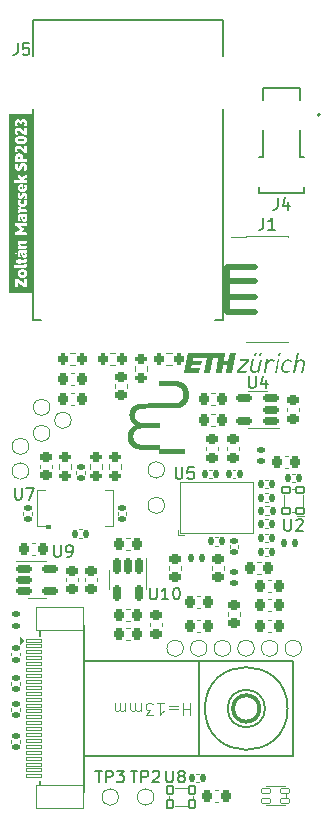
<source format=gto>
%TF.GenerationSoftware,KiCad,Pcbnew,7.0.1*%
%TF.CreationDate,2023-04-26T14:08:09+02:00*%
%TF.ProjectId,radartof-hardware,72616461-7274-46f6-962d-686172647761,1.4*%
%TF.SameCoordinates,Original*%
%TF.FileFunction,Legend,Top*%
%TF.FilePolarity,Positive*%
%FSLAX46Y46*%
G04 Gerber Fmt 4.6, Leading zero omitted, Abs format (unit mm)*
G04 Created by KiCad (PCBNEW 7.0.1) date 2023-04-26 14:08:09*
%MOMM*%
%LPD*%
G01*
G04 APERTURE LIST*
G04 Aperture macros list*
%AMRoundRect*
0 Rectangle with rounded corners*
0 $1 Rounding radius*
0 $2 $3 $4 $5 $6 $7 $8 $9 X,Y pos of 4 corners*
0 Add a 4 corners polygon primitive as box body*
4,1,4,$2,$3,$4,$5,$6,$7,$8,$9,$2,$3,0*
0 Add four circle primitives for the rounded corners*
1,1,$1+$1,$2,$3*
1,1,$1+$1,$4,$5*
1,1,$1+$1,$6,$7*
1,1,$1+$1,$8,$9*
0 Add four rect primitives between the rounded corners*
20,1,$1+$1,$2,$3,$4,$5,0*
20,1,$1+$1,$4,$5,$6,$7,0*
20,1,$1+$1,$6,$7,$8,$9,0*
20,1,$1+$1,$8,$9,$2,$3,0*%
G04 Aperture macros list end*
%ADD10C,0.000000*%
%ADD11C,0.019843*%
%ADD12C,0.200000*%
%ADD13C,0.150000*%
%ADD14C,0.100000*%
%ADD15C,0.120000*%
%ADD16C,0.500000*%
%ADD17C,0.127000*%
%ADD18C,0.152400*%
%ADD19C,0.300000*%
%ADD20C,0.010000*%
%ADD21C,1.000000*%
%ADD22RoundRect,0.225000X-0.250000X0.225000X-0.250000X-0.225000X0.250000X-0.225000X0.250000X0.225000X0*%
%ADD23RoundRect,0.225000X0.225000X0.250000X-0.225000X0.250000X-0.225000X-0.250000X0.225000X-0.250000X0*%
%ADD24RoundRect,0.140000X-0.140000X-0.170000X0.140000X-0.170000X0.140000X0.170000X-0.140000X0.170000X0*%
%ADD25RoundRect,0.225000X-0.225000X-0.250000X0.225000X-0.250000X0.225000X0.250000X-0.225000X0.250000X0*%
%ADD26RoundRect,0.140000X0.170000X-0.140000X0.170000X0.140000X-0.170000X0.140000X-0.170000X-0.140000X0*%
%ADD27RoundRect,0.150000X0.512500X0.150000X-0.512500X0.150000X-0.512500X-0.150000X0.512500X-0.150000X0*%
%ADD28RoundRect,0.147500X-0.172500X0.147500X-0.172500X-0.147500X0.172500X-0.147500X0.172500X0.147500X0*%
%ADD29RoundRect,0.200000X-0.275000X0.200000X-0.275000X-0.200000X0.275000X-0.200000X0.275000X0.200000X0*%
%ADD30C,0.275000*%
%ADD31RoundRect,0.147500X0.147500X0.172500X-0.147500X0.172500X-0.147500X-0.172500X0.147500X-0.172500X0*%
%ADD32R,2.400000X0.740000*%
%ADD33RoundRect,0.225000X0.250000X-0.225000X0.250000X0.225000X-0.250000X0.225000X-0.250000X-0.225000X0*%
%ADD34RoundRect,0.140000X-0.170000X0.140000X-0.170000X-0.140000X0.170000X-0.140000X0.170000X0.140000X0*%
%ADD35RoundRect,0.147500X0.172500X-0.147500X0.172500X0.147500X-0.172500X0.147500X-0.172500X-0.147500X0*%
%ADD36RoundRect,0.060000X-0.240000X-0.340000X0.240000X-0.340000X0.240000X0.340000X-0.240000X0.340000X0*%
%ADD37RoundRect,0.050800X2.000000X1.000000X-2.000000X1.000000X-2.000000X-1.000000X2.000000X-1.000000X0*%
%ADD38RoundRect,0.050800X-0.625000X0.137500X-0.625000X-0.137500X0.625000X-0.137500X0.625000X0.137500X0*%
%ADD39RoundRect,0.060000X0.340000X-0.240000X0.340000X0.240000X-0.340000X0.240000X-0.340000X-0.240000X0*%
%ADD40C,0.600000*%
%ADD41O,0.900000X1.900000*%
%ADD42RoundRect,0.150000X-0.150000X0.512500X-0.150000X-0.512500X0.150000X-0.512500X0.150000X0.512500X0*%
%ADD43RoundRect,0.200000X-0.200000X-0.275000X0.200000X-0.275000X0.200000X0.275000X-0.200000X0.275000X0*%
%ADD44RoundRect,0.140000X0.140000X0.170000X-0.140000X0.170000X-0.140000X-0.170000X0.140000X-0.170000X0*%
%ADD45RoundRect,0.200000X0.275000X-0.200000X0.275000X0.200000X-0.275000X0.200000X-0.275000X-0.200000X0*%
%ADD46RoundRect,0.200000X0.200000X0.275000X-0.200000X0.275000X-0.200000X-0.275000X0.200000X-0.275000X0*%
%ADD47RoundRect,0.147500X-0.147500X-0.172500X0.147500X-0.172500X0.147500X0.172500X-0.147500X0.172500X0*%
%ADD48C,3.300000*%
%ADD49R,0.810000X4.600000*%
%ADD50R,0.610000X4.600000*%
%ADD51RoundRect,0.135000X0.135000X0.185000X-0.135000X0.185000X-0.135000X-0.185000X0.135000X-0.185000X0*%
%ADD52RoundRect,0.050000X-0.350000X-0.200000X0.350000X-0.200000X0.350000X0.200000X-0.350000X0.200000X0*%
%ADD53R,0.533400X0.508000*%
%ADD54R,0.508000X0.533400*%
%ADD55R,2.311400X1.193800*%
%ADD56RoundRect,0.150000X-0.512500X-0.150000X0.512500X-0.150000X0.512500X0.150000X-0.512500X0.150000X0*%
G04 APERTURE END LIST*
D10*
G36*
X161848349Y-94564586D02*
G01*
X161864467Y-94548799D01*
X161881323Y-94533978D01*
X161898873Y-94520140D01*
X161917072Y-94507301D01*
X161935877Y-94495481D01*
X161955243Y-94484695D01*
X161975127Y-94474961D01*
X161995483Y-94466298D01*
X162016269Y-94458721D01*
X162037440Y-94452249D01*
X162058951Y-94446899D01*
X162080760Y-94442688D01*
X162102821Y-94439634D01*
X162125091Y-94437754D01*
X162147526Y-94437065D01*
X162170082Y-94437585D01*
X162171140Y-94440760D01*
X162187040Y-94440419D01*
X162202856Y-94440919D01*
X162218559Y-94442248D01*
X162234116Y-94444394D01*
X162249499Y-94447346D01*
X162264677Y-94451091D01*
X162279619Y-94455618D01*
X162294295Y-94460915D01*
X162308676Y-94466970D01*
X162322729Y-94473772D01*
X162336426Y-94481308D01*
X162349736Y-94489566D01*
X162362628Y-94498535D01*
X162375072Y-94508203D01*
X162387038Y-94518558D01*
X162398496Y-94529588D01*
X162409351Y-94541211D01*
X162419524Y-94553332D01*
X162429003Y-94565921D01*
X162437776Y-94578947D01*
X162445833Y-94592380D01*
X162453161Y-94606189D01*
X162459749Y-94620344D01*
X162465586Y-94634814D01*
X162470661Y-94649569D01*
X162474962Y-94664577D01*
X162478477Y-94679810D01*
X162481196Y-94695236D01*
X162483107Y-94710824D01*
X162484199Y-94726545D01*
X162484459Y-94742367D01*
X162483878Y-94758260D01*
X162483623Y-94772320D01*
X162483024Y-94786363D01*
X162482081Y-94800383D01*
X162480795Y-94814373D01*
X162479167Y-94828328D01*
X162477198Y-94842240D01*
X162474887Y-94856105D01*
X162472236Y-94869914D01*
X162327774Y-95580585D01*
X162163732Y-95580585D01*
X162303433Y-94885261D01*
X162305779Y-94872147D01*
X162307853Y-94858992D01*
X162309654Y-94845800D01*
X162311181Y-94832574D01*
X162312434Y-94819320D01*
X162313413Y-94806041D01*
X162314116Y-94792742D01*
X162314545Y-94779427D01*
X162315086Y-94769314D01*
X162315065Y-94759242D01*
X162314491Y-94749232D01*
X162313371Y-94739306D01*
X162311714Y-94729484D01*
X162309527Y-94719789D01*
X162306819Y-94710240D01*
X162303597Y-94700859D01*
X162299869Y-94691668D01*
X162295642Y-94682687D01*
X162290926Y-94673937D01*
X162285728Y-94665441D01*
X162280056Y-94657219D01*
X162273917Y-94649292D01*
X162267320Y-94641681D01*
X162260272Y-94634408D01*
X162252832Y-94627537D01*
X162245065Y-94621125D01*
X162236993Y-94615178D01*
X162228636Y-94609705D01*
X162220018Y-94604712D01*
X162211158Y-94600208D01*
X162202078Y-94596199D01*
X162192799Y-94592692D01*
X162183344Y-94589696D01*
X162173733Y-94587218D01*
X162163987Y-94585265D01*
X162154129Y-94583844D01*
X162144178Y-94582964D01*
X162134158Y-94582630D01*
X162124088Y-94582852D01*
X162113991Y-94583635D01*
X162089450Y-94584839D01*
X162072046Y-94586918D01*
X162051905Y-94590490D01*
X162029541Y-94595938D01*
X162005467Y-94603643D01*
X161980199Y-94613989D01*
X161967277Y-94620272D01*
X161954249Y-94627358D01*
X161941179Y-94635295D01*
X161928131Y-94644131D01*
X161915170Y-94653913D01*
X161902360Y-94664690D01*
X161889765Y-94676509D01*
X161877450Y-94689418D01*
X161865478Y-94703465D01*
X161853914Y-94718697D01*
X161842821Y-94735162D01*
X161832266Y-94752909D01*
X161822310Y-94771984D01*
X161813020Y-94792436D01*
X161804459Y-94814312D01*
X161796690Y-94837661D01*
X161789780Y-94862529D01*
X161783791Y-94888965D01*
X161646737Y-95576881D01*
X161482695Y-95576881D01*
X161812365Y-93936465D01*
X161975878Y-93936465D01*
X161848349Y-94564586D01*
G37*
G36*
X155630641Y-94573052D02*
G01*
X156000000Y-94573052D01*
X156130174Y-93936465D01*
X156643466Y-93936465D01*
X156313266Y-95578998D01*
X155799974Y-95578998D01*
X155926974Y-94942410D01*
X155557087Y-94942410D01*
X155430616Y-95578998D01*
X154916795Y-95578998D01*
X155164445Y-94347098D01*
X154733174Y-94347098D01*
X154486053Y-95578998D01*
X153972233Y-95578998D01*
X154219883Y-94347098D01*
X153047778Y-94347098D01*
X153002799Y-94573052D01*
X153742574Y-94573052D01*
X153667962Y-94942410D01*
X152928716Y-94942410D01*
X152883737Y-95168365D01*
X153623512Y-95168365D01*
X153541491Y-95578998D01*
X152288953Y-95578998D01*
X152618624Y-93936465D01*
X155760287Y-93936465D01*
X155630641Y-94573052D01*
G37*
G36*
X160106861Y-95578998D02*
G01*
X159942291Y-95578998D01*
X159942819Y-95576352D01*
X160169303Y-94451344D01*
X160330699Y-94451344D01*
X160106861Y-95578998D01*
G37*
D11*
X151236683Y-96287086D02*
X151374181Y-96289103D01*
X151482780Y-96292356D01*
X151568974Y-96297112D01*
X151639259Y-96303637D01*
X151700128Y-96312197D01*
X151758076Y-96323061D01*
X151817233Y-96336468D01*
X151873858Y-96351771D01*
X151928021Y-96369017D01*
X151979789Y-96388252D01*
X152029232Y-96409525D01*
X152076418Y-96432881D01*
X152121415Y-96458369D01*
X152164292Y-96486035D01*
X152205118Y-96515927D01*
X152243961Y-96548091D01*
X152280889Y-96582576D01*
X152315972Y-96619427D01*
X152349278Y-96658693D01*
X152380875Y-96700420D01*
X152410833Y-96744655D01*
X152439218Y-96791446D01*
X152458622Y-96826002D01*
X152476096Y-96858929D01*
X152491733Y-96890652D01*
X152505626Y-96921596D01*
X152517870Y-96952186D01*
X152528558Y-96982846D01*
X152537783Y-97014001D01*
X152545640Y-97046076D01*
X152552222Y-97079496D01*
X152557623Y-97114684D01*
X152561936Y-97152067D01*
X152565254Y-97192069D01*
X152567672Y-97235114D01*
X152569284Y-97281628D01*
X152570182Y-97332034D01*
X152570460Y-97386759D01*
X152569735Y-97460311D01*
X152567464Y-97528796D01*
X152563508Y-97592618D01*
X152557726Y-97652180D01*
X152549980Y-97707886D01*
X152540129Y-97760142D01*
X152528033Y-97809351D01*
X152513552Y-97855916D01*
X152496546Y-97900243D01*
X152476875Y-97942734D01*
X152454398Y-97983795D01*
X152428977Y-98023830D01*
X152400471Y-98063241D01*
X152368740Y-98102435D01*
X152333644Y-98141814D01*
X152295043Y-98181783D01*
X152270041Y-98205744D01*
X152243471Y-98229230D01*
X152215457Y-98252172D01*
X152186124Y-98274501D01*
X152155598Y-98296147D01*
X152124002Y-98317042D01*
X152091462Y-98337115D01*
X152058103Y-98356298D01*
X152024050Y-98374522D01*
X151989426Y-98391716D01*
X151954358Y-98407813D01*
X151918969Y-98422742D01*
X151883385Y-98436434D01*
X151847731Y-98448820D01*
X151812131Y-98459832D01*
X151776710Y-98469398D01*
X151758693Y-98472715D01*
X151731625Y-98475848D01*
X151648385Y-98481605D01*
X151523098Y-98486757D01*
X151351869Y-98491390D01*
X151130807Y-98495594D01*
X150856016Y-98499456D01*
X150129679Y-98506503D01*
X149233487Y-98514329D01*
X148758989Y-98522980D01*
X148630726Y-98529304D01*
X148548905Y-98537862D01*
X148493867Y-98549330D01*
X148445953Y-98564383D01*
X148415910Y-98575226D01*
X148386700Y-98587316D01*
X148358353Y-98600631D01*
X148330895Y-98615145D01*
X148304356Y-98630836D01*
X148278763Y-98647678D01*
X148254145Y-98665650D01*
X148230529Y-98684726D01*
X148207943Y-98704882D01*
X148186415Y-98726096D01*
X148165975Y-98748343D01*
X148146648Y-98771599D01*
X148128465Y-98795841D01*
X148111452Y-98821045D01*
X148095638Y-98847187D01*
X148081050Y-98874242D01*
X148073884Y-98888779D01*
X148067317Y-98903037D01*
X148061319Y-98917162D01*
X148055857Y-98931301D01*
X148050900Y-98945600D01*
X148046416Y-98960207D01*
X148042375Y-98975266D01*
X148038745Y-98990925D01*
X148035494Y-99007331D01*
X148032591Y-99024629D01*
X148030004Y-99042966D01*
X148027703Y-99062488D01*
X148025655Y-99083343D01*
X148023829Y-99105676D01*
X148020719Y-99155364D01*
X148018112Y-99211061D01*
X148017044Y-99256351D01*
X148017200Y-99275878D01*
X148017878Y-99293746D01*
X148019121Y-99310268D01*
X148020976Y-99325760D01*
X148023488Y-99340534D01*
X148026701Y-99354905D01*
X148030662Y-99369188D01*
X148035416Y-99383695D01*
X148041007Y-99398743D01*
X148047482Y-99414643D01*
X148063264Y-99450262D01*
X148072310Y-99469052D01*
X148082086Y-99487508D01*
X148092576Y-99505619D01*
X148103765Y-99523376D01*
X148115638Y-99540769D01*
X148128182Y-99557788D01*
X148141381Y-99574423D01*
X148155221Y-99590664D01*
X148169686Y-99606502D01*
X148184763Y-99621926D01*
X148200437Y-99636928D01*
X148216692Y-99651497D01*
X148233514Y-99665623D01*
X148250890Y-99679296D01*
X148287239Y-99705247D01*
X148325622Y-99729269D01*
X148365922Y-99751286D01*
X148408022Y-99771217D01*
X148451803Y-99788985D01*
X148497149Y-99804511D01*
X148543941Y-99817717D01*
X148592063Y-99828524D01*
X148641398Y-99836853D01*
X148683071Y-99840811D01*
X148748569Y-99844519D01*
X148834554Y-99847894D01*
X148937690Y-99850854D01*
X149182062Y-99855201D01*
X149454991Y-99856902D01*
X150129679Y-99857278D01*
X150127330Y-100019273D01*
X150124981Y-100181269D01*
X149561783Y-100176889D01*
X149213867Y-100176931D01*
X148926224Y-100183866D01*
X148802641Y-100190335D01*
X148691289Y-100199029D01*
X148591223Y-100210114D01*
X148501498Y-100223757D01*
X148421166Y-100240124D01*
X148349284Y-100259383D01*
X148284905Y-100281701D01*
X148227084Y-100307243D01*
X148174875Y-100336178D01*
X148127332Y-100368672D01*
X148083511Y-100404892D01*
X148042464Y-100445005D01*
X148019044Y-100470752D01*
X147997676Y-100496567D01*
X147978305Y-100522632D01*
X147960874Y-100549135D01*
X147945325Y-100576259D01*
X147931603Y-100604190D01*
X147919651Y-100633112D01*
X147909412Y-100663211D01*
X147900831Y-100694671D01*
X147893850Y-100727678D01*
X147888412Y-100762416D01*
X147884462Y-100799069D01*
X147881943Y-100837825D01*
X147880798Y-100878866D01*
X147880970Y-100922378D01*
X147882404Y-100968546D01*
X147884743Y-101014887D01*
X147887705Y-101057371D01*
X147891453Y-101096403D01*
X147896149Y-101132386D01*
X147901956Y-101165725D01*
X147909038Y-101196825D01*
X147917557Y-101226091D01*
X147927676Y-101253926D01*
X147939558Y-101280736D01*
X147953366Y-101306924D01*
X147969262Y-101332896D01*
X147987410Y-101359056D01*
X148007972Y-101385809D01*
X148031111Y-101413558D01*
X148056991Y-101442709D01*
X148085773Y-101473666D01*
X148102439Y-101489469D01*
X148122580Y-101505474D01*
X148145891Y-101521556D01*
X148172065Y-101537592D01*
X148200798Y-101553458D01*
X148231782Y-101569030D01*
X148264713Y-101584183D01*
X148299284Y-101598794D01*
X148335189Y-101612740D01*
X148372122Y-101625895D01*
X148409778Y-101638136D01*
X148447850Y-101649339D01*
X148486033Y-101659380D01*
X148524021Y-101668136D01*
X148561507Y-101675481D01*
X148598186Y-101681293D01*
X148643441Y-101685655D01*
X148712124Y-101689701D01*
X148801027Y-101693350D01*
X148906943Y-101696520D01*
X149156984Y-101701094D01*
X149436584Y-101702764D01*
X150119758Y-101702764D01*
X150119758Y-101830126D01*
X150120004Y-101856350D01*
X150120708Y-101882054D01*
X150121822Y-101906586D01*
X150123296Y-101929295D01*
X150125081Y-101949529D01*
X150127126Y-101966638D01*
X150129383Y-101979971D01*
X150130576Y-101985018D01*
X150131803Y-101988876D01*
X150133135Y-101991437D01*
X150135200Y-101993856D01*
X150138134Y-101996138D01*
X150142069Y-101998287D01*
X150147140Y-102000306D01*
X150153482Y-102002200D01*
X150161228Y-102003972D01*
X150170513Y-102005627D01*
X150181472Y-102007168D01*
X150194238Y-102008599D01*
X150208946Y-102009924D01*
X150225730Y-102011147D01*
X150266064Y-102013304D01*
X150316313Y-102015100D01*
X150377552Y-102016567D01*
X150450855Y-102017736D01*
X150537296Y-102018640D01*
X150637949Y-102019308D01*
X150886189Y-102020067D01*
X151204168Y-102020264D01*
X152264488Y-102020264D01*
X152258728Y-102183975D01*
X152252961Y-102347686D01*
X151189838Y-102352816D01*
X150775990Y-102353750D01*
X150435071Y-102352503D01*
X150202405Y-102349345D01*
X150137705Y-102347135D01*
X150113315Y-102344548D01*
X150113313Y-102344562D01*
X150112626Y-102343684D01*
X150111948Y-102342441D01*
X150110621Y-102338899D01*
X150109340Y-102334017D01*
X150108110Y-102327876D01*
X150106940Y-102320557D01*
X150105835Y-102312142D01*
X150104802Y-102302713D01*
X150103849Y-102292351D01*
X150102210Y-102269154D01*
X150100971Y-102243202D01*
X150100187Y-102215147D01*
X150099913Y-102185641D01*
X150099913Y-102040120D01*
X149459952Y-102039445D01*
X149142322Y-102037739D01*
X148883070Y-102032556D01*
X148672425Y-102022698D01*
X148582278Y-102015643D01*
X148500620Y-102006969D01*
X148426229Y-101996530D01*
X148357884Y-101984173D01*
X148294364Y-101969751D01*
X148234447Y-101953113D01*
X148176914Y-101934109D01*
X148120542Y-101912591D01*
X148006398Y-101861413D01*
X147973294Y-101844780D01*
X147941372Y-101827504D01*
X147910621Y-101809571D01*
X147881036Y-101790966D01*
X147852606Y-101771675D01*
X147825326Y-101751684D01*
X147799185Y-101730978D01*
X147774177Y-101709543D01*
X147750294Y-101687364D01*
X147727526Y-101664426D01*
X147705867Y-101640716D01*
X147685308Y-101616219D01*
X147665842Y-101590921D01*
X147647459Y-101564807D01*
X147630153Y-101537862D01*
X147613915Y-101510073D01*
X147598737Y-101481424D01*
X147584610Y-101451902D01*
X147571528Y-101421492D01*
X147559482Y-101390179D01*
X147548464Y-101357950D01*
X147538466Y-101324789D01*
X147529480Y-101290683D01*
X147521498Y-101255616D01*
X147514511Y-101219575D01*
X147508513Y-101182544D01*
X147503494Y-101144511D01*
X147499447Y-101105459D01*
X147494236Y-101024245D01*
X147492815Y-100938786D01*
X147493910Y-100877853D01*
X147496623Y-100820512D01*
X147501070Y-100766467D01*
X147507364Y-100715421D01*
X147515623Y-100667077D01*
X147525962Y-100621138D01*
X147538495Y-100577308D01*
X147553339Y-100535290D01*
X147570609Y-100494786D01*
X147590421Y-100455500D01*
X147612890Y-100417136D01*
X147638132Y-100379396D01*
X147666261Y-100341984D01*
X147697394Y-100304603D01*
X147731647Y-100266957D01*
X147769133Y-100228747D01*
X147786858Y-100212323D01*
X147807407Y-100195097D01*
X147830358Y-100177314D01*
X147855288Y-100159218D01*
X147881777Y-100141050D01*
X147909402Y-100123055D01*
X147937740Y-100105477D01*
X147966369Y-100088558D01*
X147994867Y-100072542D01*
X148022812Y-100057672D01*
X148049782Y-100044192D01*
X148075355Y-100032346D01*
X148099107Y-100022376D01*
X148120618Y-100014525D01*
X148139465Y-100009039D01*
X148155226Y-100006158D01*
X148224679Y-99998891D01*
X148226826Y-99998582D01*
X148228611Y-99998136D01*
X148230035Y-99997555D01*
X148230613Y-99997214D01*
X148231101Y-99996841D01*
X148231499Y-99996434D01*
X148231810Y-99995995D01*
X148232031Y-99995524D01*
X148232164Y-99995020D01*
X148232210Y-99994484D01*
X148232167Y-99993916D01*
X148232038Y-99993316D01*
X148231821Y-99992684D01*
X148231126Y-99991328D01*
X148230087Y-99989848D01*
X148228705Y-99988245D01*
X148226981Y-99986522D01*
X148224920Y-99984679D01*
X148222522Y-99982719D01*
X148219789Y-99980642D01*
X148216725Y-99978451D01*
X148213332Y-99976147D01*
X148209611Y-99973732D01*
X148205564Y-99971207D01*
X148201195Y-99968573D01*
X148191497Y-99962987D01*
X148180533Y-99956986D01*
X148168323Y-99950582D01*
X148154883Y-99943789D01*
X148140231Y-99936618D01*
X148124385Y-99929081D01*
X148090936Y-99912649D01*
X148058919Y-99895406D01*
X148028281Y-99877300D01*
X147998971Y-99858280D01*
X147970934Y-99838293D01*
X147944120Y-99817288D01*
X147918476Y-99795213D01*
X147893949Y-99772015D01*
X147870487Y-99747643D01*
X147848038Y-99722045D01*
X147826549Y-99695169D01*
X147805968Y-99666964D01*
X147786243Y-99637376D01*
X147767321Y-99606355D01*
X147749150Y-99573848D01*
X147731677Y-99539804D01*
X147716342Y-99507335D01*
X147702377Y-99474990D01*
X147689766Y-99442667D01*
X147678493Y-99410259D01*
X147668541Y-99377663D01*
X147659892Y-99344775D01*
X147652531Y-99311490D01*
X147646441Y-99277704D01*
X147641604Y-99243313D01*
X147638005Y-99208213D01*
X147635626Y-99172299D01*
X147634451Y-99135467D01*
X147634463Y-99097612D01*
X147635645Y-99058631D01*
X147637981Y-99018419D01*
X147641454Y-98976872D01*
X147645739Y-98938301D01*
X147651106Y-98901307D01*
X147657614Y-98865764D01*
X147665323Y-98831545D01*
X147674291Y-98798521D01*
X147684577Y-98766565D01*
X147696241Y-98735550D01*
X147709342Y-98705349D01*
X147723938Y-98675835D01*
X147740088Y-98646879D01*
X147757853Y-98618355D01*
X147777290Y-98590136D01*
X147798459Y-98562093D01*
X147821419Y-98534099D01*
X147846229Y-98506028D01*
X147872949Y-98477752D01*
X147894772Y-98457045D01*
X147920153Y-98435938D01*
X147948735Y-98414606D01*
X147980163Y-98393222D01*
X148014082Y-98371960D01*
X148050134Y-98350995D01*
X148087966Y-98330499D01*
X148127220Y-98310648D01*
X148167541Y-98291614D01*
X148208573Y-98273571D01*
X148249961Y-98256694D01*
X148291348Y-98241156D01*
X148332379Y-98227131D01*
X148372698Y-98214793D01*
X148411949Y-98204316D01*
X148449777Y-98195874D01*
X148492159Y-98193512D01*
X148593160Y-98190818D01*
X148944591Y-98184812D01*
X149451227Y-98178609D01*
X150060226Y-98172960D01*
X150930383Y-98165173D01*
X151407237Y-98156814D01*
X151539287Y-98151153D01*
X151622344Y-98143826D01*
X151672852Y-98134328D01*
X151707257Y-98122150D01*
X151749578Y-98103261D01*
X151789408Y-98084022D01*
X151826856Y-98064332D01*
X151862033Y-98044092D01*
X151895049Y-98023201D01*
X151926013Y-98001558D01*
X151955035Y-97979064D01*
X151982226Y-97955619D01*
X152007696Y-97931123D01*
X152031555Y-97905474D01*
X152053912Y-97878574D01*
X152074878Y-97850322D01*
X152094562Y-97820617D01*
X152113076Y-97789360D01*
X152130528Y-97756451D01*
X152147028Y-97721789D01*
X152153565Y-97706855D01*
X152159447Y-97692346D01*
X152164706Y-97678016D01*
X152169378Y-97663623D01*
X152173494Y-97648919D01*
X152177091Y-97633660D01*
X152180200Y-97617602D01*
X152182857Y-97600500D01*
X152185094Y-97582108D01*
X152186945Y-97562181D01*
X152188445Y-97540475D01*
X152189627Y-97516744D01*
X152190525Y-97490745D01*
X152191172Y-97462231D01*
X152191850Y-97396680D01*
X152191879Y-97326167D01*
X152190915Y-97269507D01*
X152189913Y-97245416D01*
X152188483Y-97223644D01*
X152186567Y-97203807D01*
X152184105Y-97185525D01*
X152181037Y-97168415D01*
X152177303Y-97152096D01*
X152172845Y-97136186D01*
X152167601Y-97120304D01*
X152161513Y-97104067D01*
X152154522Y-97087095D01*
X152137587Y-97049414D01*
X152122333Y-97018741D01*
X152105392Y-96988664D01*
X152086860Y-96959275D01*
X152066833Y-96930663D01*
X152045407Y-96902919D01*
X152022678Y-96876132D01*
X151998743Y-96850394D01*
X151973697Y-96825794D01*
X151947637Y-96802422D01*
X151920658Y-96780368D01*
X151892856Y-96759723D01*
X151864329Y-96740577D01*
X151835170Y-96723020D01*
X151805478Y-96707142D01*
X151775347Y-96693033D01*
X151744874Y-96680784D01*
X151722760Y-96672789D01*
X151701693Y-96665736D01*
X151680508Y-96659549D01*
X151658043Y-96654152D01*
X151645967Y-96651726D01*
X151633135Y-96649470D01*
X151604619Y-96645426D01*
X151571334Y-96641945D01*
X151532115Y-96638950D01*
X151485798Y-96636367D01*
X151431222Y-96634118D01*
X151367222Y-96632129D01*
X151292636Y-96630323D01*
X151107048Y-96626958D01*
X150865154Y-96623416D01*
X150112348Y-96612852D01*
X150115133Y-96473946D01*
X150118838Y-96310235D01*
X150119379Y-96308458D01*
X150120896Y-96306763D01*
X150123437Y-96305146D01*
X150127047Y-96303607D01*
X150131773Y-96302144D01*
X150137659Y-96300755D01*
X150153099Y-96298194D01*
X150173736Y-96295913D01*
X150199938Y-96293898D01*
X150232073Y-96292137D01*
X150270510Y-96290618D01*
X150315615Y-96289329D01*
X150367758Y-96288257D01*
X150494629Y-96286714D01*
X150654066Y-96285892D01*
X150849015Y-96285691D01*
X151236683Y-96287086D01*
G36*
X151236683Y-96287086D02*
G01*
X151374181Y-96289103D01*
X151482780Y-96292356D01*
X151568974Y-96297112D01*
X151639259Y-96303637D01*
X151700128Y-96312197D01*
X151758076Y-96323061D01*
X151817233Y-96336468D01*
X151873858Y-96351771D01*
X151928021Y-96369017D01*
X151979789Y-96388252D01*
X152029232Y-96409525D01*
X152076418Y-96432881D01*
X152121415Y-96458369D01*
X152164292Y-96486035D01*
X152205118Y-96515927D01*
X152243961Y-96548091D01*
X152280889Y-96582576D01*
X152315972Y-96619427D01*
X152349278Y-96658693D01*
X152380875Y-96700420D01*
X152410833Y-96744655D01*
X152439218Y-96791446D01*
X152458622Y-96826002D01*
X152476096Y-96858929D01*
X152491733Y-96890652D01*
X152505626Y-96921596D01*
X152517870Y-96952186D01*
X152528558Y-96982846D01*
X152537783Y-97014001D01*
X152545640Y-97046076D01*
X152552222Y-97079496D01*
X152557623Y-97114684D01*
X152561936Y-97152067D01*
X152565254Y-97192069D01*
X152567672Y-97235114D01*
X152569284Y-97281628D01*
X152570182Y-97332034D01*
X152570460Y-97386759D01*
X152569735Y-97460311D01*
X152567464Y-97528796D01*
X152563508Y-97592618D01*
X152557726Y-97652180D01*
X152549980Y-97707886D01*
X152540129Y-97760142D01*
X152528033Y-97809351D01*
X152513552Y-97855916D01*
X152496546Y-97900243D01*
X152476875Y-97942734D01*
X152454398Y-97983795D01*
X152428977Y-98023830D01*
X152400471Y-98063241D01*
X152368740Y-98102435D01*
X152333644Y-98141814D01*
X152295043Y-98181783D01*
X152270041Y-98205744D01*
X152243471Y-98229230D01*
X152215457Y-98252172D01*
X152186124Y-98274501D01*
X152155598Y-98296147D01*
X152124002Y-98317042D01*
X152091462Y-98337115D01*
X152058103Y-98356298D01*
X152024050Y-98374522D01*
X151989426Y-98391716D01*
X151954358Y-98407813D01*
X151918969Y-98422742D01*
X151883385Y-98436434D01*
X151847731Y-98448820D01*
X151812131Y-98459832D01*
X151776710Y-98469398D01*
X151758693Y-98472715D01*
X151731625Y-98475848D01*
X151648385Y-98481605D01*
X151523098Y-98486757D01*
X151351869Y-98491390D01*
X151130807Y-98495594D01*
X150856016Y-98499456D01*
X150129679Y-98506503D01*
X149233487Y-98514329D01*
X148758989Y-98522980D01*
X148630726Y-98529304D01*
X148548905Y-98537862D01*
X148493867Y-98549330D01*
X148445953Y-98564383D01*
X148415910Y-98575226D01*
X148386700Y-98587316D01*
X148358353Y-98600631D01*
X148330895Y-98615145D01*
X148304356Y-98630836D01*
X148278763Y-98647678D01*
X148254145Y-98665650D01*
X148230529Y-98684726D01*
X148207943Y-98704882D01*
X148186415Y-98726096D01*
X148165975Y-98748343D01*
X148146648Y-98771599D01*
X148128465Y-98795841D01*
X148111452Y-98821045D01*
X148095638Y-98847187D01*
X148081050Y-98874242D01*
X148073884Y-98888779D01*
X148067317Y-98903037D01*
X148061319Y-98917162D01*
X148055857Y-98931301D01*
X148050900Y-98945600D01*
X148046416Y-98960207D01*
X148042375Y-98975266D01*
X148038745Y-98990925D01*
X148035494Y-99007331D01*
X148032591Y-99024629D01*
X148030004Y-99042966D01*
X148027703Y-99062488D01*
X148025655Y-99083343D01*
X148023829Y-99105676D01*
X148020719Y-99155364D01*
X148018112Y-99211061D01*
X148017044Y-99256351D01*
X148017200Y-99275878D01*
X148017878Y-99293746D01*
X148019121Y-99310268D01*
X148020976Y-99325760D01*
X148023488Y-99340534D01*
X148026701Y-99354905D01*
X148030662Y-99369188D01*
X148035416Y-99383695D01*
X148041007Y-99398743D01*
X148047482Y-99414643D01*
X148063264Y-99450262D01*
X148072310Y-99469052D01*
X148082086Y-99487508D01*
X148092576Y-99505619D01*
X148103765Y-99523376D01*
X148115638Y-99540769D01*
X148128182Y-99557788D01*
X148141381Y-99574423D01*
X148155221Y-99590664D01*
X148169686Y-99606502D01*
X148184763Y-99621926D01*
X148200437Y-99636928D01*
X148216692Y-99651497D01*
X148233514Y-99665623D01*
X148250890Y-99679296D01*
X148287239Y-99705247D01*
X148325622Y-99729269D01*
X148365922Y-99751286D01*
X148408022Y-99771217D01*
X148451803Y-99788985D01*
X148497149Y-99804511D01*
X148543941Y-99817717D01*
X148592063Y-99828524D01*
X148641398Y-99836853D01*
X148683071Y-99840811D01*
X148748569Y-99844519D01*
X148834554Y-99847894D01*
X148937690Y-99850854D01*
X149182062Y-99855201D01*
X149454991Y-99856902D01*
X150129679Y-99857278D01*
X150127330Y-100019273D01*
X150124981Y-100181269D01*
X149561783Y-100176889D01*
X149213867Y-100176931D01*
X148926224Y-100183866D01*
X148802641Y-100190335D01*
X148691289Y-100199029D01*
X148591223Y-100210114D01*
X148501498Y-100223757D01*
X148421166Y-100240124D01*
X148349284Y-100259383D01*
X148284905Y-100281701D01*
X148227084Y-100307243D01*
X148174875Y-100336178D01*
X148127332Y-100368672D01*
X148083511Y-100404892D01*
X148042464Y-100445005D01*
X148019044Y-100470752D01*
X147997676Y-100496567D01*
X147978305Y-100522632D01*
X147960874Y-100549135D01*
X147945325Y-100576259D01*
X147931603Y-100604190D01*
X147919651Y-100633112D01*
X147909412Y-100663211D01*
X147900831Y-100694671D01*
X147893850Y-100727678D01*
X147888412Y-100762416D01*
X147884462Y-100799069D01*
X147881943Y-100837825D01*
X147880798Y-100878866D01*
X147880970Y-100922378D01*
X147882404Y-100968546D01*
X147884743Y-101014887D01*
X147887705Y-101057371D01*
X147891453Y-101096403D01*
X147896149Y-101132386D01*
X147901956Y-101165725D01*
X147909038Y-101196825D01*
X147917557Y-101226091D01*
X147927676Y-101253926D01*
X147939558Y-101280736D01*
X147953366Y-101306924D01*
X147969262Y-101332896D01*
X147987410Y-101359056D01*
X148007972Y-101385809D01*
X148031111Y-101413558D01*
X148056991Y-101442709D01*
X148085773Y-101473666D01*
X148102439Y-101489469D01*
X148122580Y-101505474D01*
X148145891Y-101521556D01*
X148172065Y-101537592D01*
X148200798Y-101553458D01*
X148231782Y-101569030D01*
X148264713Y-101584183D01*
X148299284Y-101598794D01*
X148335189Y-101612740D01*
X148372122Y-101625895D01*
X148409778Y-101638136D01*
X148447850Y-101649339D01*
X148486033Y-101659380D01*
X148524021Y-101668136D01*
X148561507Y-101675481D01*
X148598186Y-101681293D01*
X148643441Y-101685655D01*
X148712124Y-101689701D01*
X148801027Y-101693350D01*
X148906943Y-101696520D01*
X149156984Y-101701094D01*
X149436584Y-101702764D01*
X150119758Y-101702764D01*
X150119758Y-101830126D01*
X150120004Y-101856350D01*
X150120708Y-101882054D01*
X150121822Y-101906586D01*
X150123296Y-101929295D01*
X150125081Y-101949529D01*
X150127126Y-101966638D01*
X150129383Y-101979971D01*
X150130576Y-101985018D01*
X150131803Y-101988876D01*
X150133135Y-101991437D01*
X150135200Y-101993856D01*
X150138134Y-101996138D01*
X150142069Y-101998287D01*
X150147140Y-102000306D01*
X150153482Y-102002200D01*
X150161228Y-102003972D01*
X150170513Y-102005627D01*
X150181472Y-102007168D01*
X150194238Y-102008599D01*
X150208946Y-102009924D01*
X150225730Y-102011147D01*
X150266064Y-102013304D01*
X150316313Y-102015100D01*
X150377552Y-102016567D01*
X150450855Y-102017736D01*
X150537296Y-102018640D01*
X150637949Y-102019308D01*
X150886189Y-102020067D01*
X151204168Y-102020264D01*
X152264488Y-102020264D01*
X152258728Y-102183975D01*
X152252961Y-102347686D01*
X151189838Y-102352816D01*
X150775990Y-102353750D01*
X150435071Y-102352503D01*
X150202405Y-102349345D01*
X150137705Y-102347135D01*
X150113315Y-102344548D01*
X150113313Y-102344562D01*
X150112626Y-102343684D01*
X150111948Y-102342441D01*
X150110621Y-102338899D01*
X150109340Y-102334017D01*
X150108110Y-102327876D01*
X150106940Y-102320557D01*
X150105835Y-102312142D01*
X150104802Y-102302713D01*
X150103849Y-102292351D01*
X150102210Y-102269154D01*
X150100971Y-102243202D01*
X150100187Y-102215147D01*
X150099913Y-102185641D01*
X150099913Y-102040120D01*
X149459952Y-102039445D01*
X149142322Y-102037739D01*
X148883070Y-102032556D01*
X148672425Y-102022698D01*
X148582278Y-102015643D01*
X148500620Y-102006969D01*
X148426229Y-101996530D01*
X148357884Y-101984173D01*
X148294364Y-101969751D01*
X148234447Y-101953113D01*
X148176914Y-101934109D01*
X148120542Y-101912591D01*
X148006398Y-101861413D01*
X147973294Y-101844780D01*
X147941372Y-101827504D01*
X147910621Y-101809571D01*
X147881036Y-101790966D01*
X147852606Y-101771675D01*
X147825326Y-101751684D01*
X147799185Y-101730978D01*
X147774177Y-101709543D01*
X147750294Y-101687364D01*
X147727526Y-101664426D01*
X147705867Y-101640716D01*
X147685308Y-101616219D01*
X147665842Y-101590921D01*
X147647459Y-101564807D01*
X147630153Y-101537862D01*
X147613915Y-101510073D01*
X147598737Y-101481424D01*
X147584610Y-101451902D01*
X147571528Y-101421492D01*
X147559482Y-101390179D01*
X147548464Y-101357950D01*
X147538466Y-101324789D01*
X147529480Y-101290683D01*
X147521498Y-101255616D01*
X147514511Y-101219575D01*
X147508513Y-101182544D01*
X147503494Y-101144511D01*
X147499447Y-101105459D01*
X147494236Y-101024245D01*
X147492815Y-100938786D01*
X147493910Y-100877853D01*
X147496623Y-100820512D01*
X147501070Y-100766467D01*
X147507364Y-100715421D01*
X147515623Y-100667077D01*
X147525962Y-100621138D01*
X147538495Y-100577308D01*
X147553339Y-100535290D01*
X147570609Y-100494786D01*
X147590421Y-100455500D01*
X147612890Y-100417136D01*
X147638132Y-100379396D01*
X147666261Y-100341984D01*
X147697394Y-100304603D01*
X147731647Y-100266957D01*
X147769133Y-100228747D01*
X147786858Y-100212323D01*
X147807407Y-100195097D01*
X147830358Y-100177314D01*
X147855288Y-100159218D01*
X147881777Y-100141050D01*
X147909402Y-100123055D01*
X147937740Y-100105477D01*
X147966369Y-100088558D01*
X147994867Y-100072542D01*
X148022812Y-100057672D01*
X148049782Y-100044192D01*
X148075355Y-100032346D01*
X148099107Y-100022376D01*
X148120618Y-100014525D01*
X148139465Y-100009039D01*
X148155226Y-100006158D01*
X148224679Y-99998891D01*
X148226826Y-99998582D01*
X148228611Y-99998136D01*
X148230035Y-99997555D01*
X148230613Y-99997214D01*
X148231101Y-99996841D01*
X148231499Y-99996434D01*
X148231810Y-99995995D01*
X148232031Y-99995524D01*
X148232164Y-99995020D01*
X148232210Y-99994484D01*
X148232167Y-99993916D01*
X148232038Y-99993316D01*
X148231821Y-99992684D01*
X148231126Y-99991328D01*
X148230087Y-99989848D01*
X148228705Y-99988245D01*
X148226981Y-99986522D01*
X148224920Y-99984679D01*
X148222522Y-99982719D01*
X148219789Y-99980642D01*
X148216725Y-99978451D01*
X148213332Y-99976147D01*
X148209611Y-99973732D01*
X148205564Y-99971207D01*
X148201195Y-99968573D01*
X148191497Y-99962987D01*
X148180533Y-99956986D01*
X148168323Y-99950582D01*
X148154883Y-99943789D01*
X148140231Y-99936618D01*
X148124385Y-99929081D01*
X148090936Y-99912649D01*
X148058919Y-99895406D01*
X148028281Y-99877300D01*
X147998971Y-99858280D01*
X147970934Y-99838293D01*
X147944120Y-99817288D01*
X147918476Y-99795213D01*
X147893949Y-99772015D01*
X147870487Y-99747643D01*
X147848038Y-99722045D01*
X147826549Y-99695169D01*
X147805968Y-99666964D01*
X147786243Y-99637376D01*
X147767321Y-99606355D01*
X147749150Y-99573848D01*
X147731677Y-99539804D01*
X147716342Y-99507335D01*
X147702377Y-99474990D01*
X147689766Y-99442667D01*
X147678493Y-99410259D01*
X147668541Y-99377663D01*
X147659892Y-99344775D01*
X147652531Y-99311490D01*
X147646441Y-99277704D01*
X147641604Y-99243313D01*
X147638005Y-99208213D01*
X147635626Y-99172299D01*
X147634451Y-99135467D01*
X147634463Y-99097612D01*
X147635645Y-99058631D01*
X147637981Y-99018419D01*
X147641454Y-98976872D01*
X147645739Y-98938301D01*
X147651106Y-98901307D01*
X147657614Y-98865764D01*
X147665323Y-98831545D01*
X147674291Y-98798521D01*
X147684577Y-98766565D01*
X147696241Y-98735550D01*
X147709342Y-98705349D01*
X147723938Y-98675835D01*
X147740088Y-98646879D01*
X147757853Y-98618355D01*
X147777290Y-98590136D01*
X147798459Y-98562093D01*
X147821419Y-98534099D01*
X147846229Y-98506028D01*
X147872949Y-98477752D01*
X147894772Y-98457045D01*
X147920153Y-98435938D01*
X147948735Y-98414606D01*
X147980163Y-98393222D01*
X148014082Y-98371960D01*
X148050134Y-98350995D01*
X148087966Y-98330499D01*
X148127220Y-98310648D01*
X148167541Y-98291614D01*
X148208573Y-98273571D01*
X148249961Y-98256694D01*
X148291348Y-98241156D01*
X148332379Y-98227131D01*
X148372698Y-98214793D01*
X148411949Y-98204316D01*
X148449777Y-98195874D01*
X148492159Y-98193512D01*
X148593160Y-98190818D01*
X148944591Y-98184812D01*
X149451227Y-98178609D01*
X150060226Y-98172960D01*
X150930383Y-98165173D01*
X151407237Y-98156814D01*
X151539287Y-98151153D01*
X151622344Y-98143826D01*
X151672852Y-98134328D01*
X151707257Y-98122150D01*
X151749578Y-98103261D01*
X151789408Y-98084022D01*
X151826856Y-98064332D01*
X151862033Y-98044092D01*
X151895049Y-98023201D01*
X151926013Y-98001558D01*
X151955035Y-97979064D01*
X151982226Y-97955619D01*
X152007696Y-97931123D01*
X152031555Y-97905474D01*
X152053912Y-97878574D01*
X152074878Y-97850322D01*
X152094562Y-97820617D01*
X152113076Y-97789360D01*
X152130528Y-97756451D01*
X152147028Y-97721789D01*
X152153565Y-97706855D01*
X152159447Y-97692346D01*
X152164706Y-97678016D01*
X152169378Y-97663623D01*
X152173494Y-97648919D01*
X152177091Y-97633660D01*
X152180200Y-97617602D01*
X152182857Y-97600500D01*
X152185094Y-97582108D01*
X152186945Y-97562181D01*
X152188445Y-97540475D01*
X152189627Y-97516744D01*
X152190525Y-97490745D01*
X152191172Y-97462231D01*
X152191850Y-97396680D01*
X152191879Y-97326167D01*
X152190915Y-97269507D01*
X152189913Y-97245416D01*
X152188483Y-97223644D01*
X152186567Y-97203807D01*
X152184105Y-97185525D01*
X152181037Y-97168415D01*
X152177303Y-97152096D01*
X152172845Y-97136186D01*
X152167601Y-97120304D01*
X152161513Y-97104067D01*
X152154522Y-97087095D01*
X152137587Y-97049414D01*
X152122333Y-97018741D01*
X152105392Y-96988664D01*
X152086860Y-96959275D01*
X152066833Y-96930663D01*
X152045407Y-96902919D01*
X152022678Y-96876132D01*
X151998743Y-96850394D01*
X151973697Y-96825794D01*
X151947637Y-96802422D01*
X151920658Y-96780368D01*
X151892856Y-96759723D01*
X151864329Y-96740577D01*
X151835170Y-96723020D01*
X151805478Y-96707142D01*
X151775347Y-96693033D01*
X151744874Y-96680784D01*
X151722760Y-96672789D01*
X151701693Y-96665736D01*
X151680508Y-96659549D01*
X151658043Y-96654152D01*
X151645967Y-96651726D01*
X151633135Y-96649470D01*
X151604619Y-96645426D01*
X151571334Y-96641945D01*
X151532115Y-96638950D01*
X151485798Y-96636367D01*
X151431222Y-96634118D01*
X151367222Y-96632129D01*
X151292636Y-96630323D01*
X151107048Y-96626958D01*
X150865154Y-96623416D01*
X150112348Y-96612852D01*
X150115133Y-96473946D01*
X150118838Y-96310235D01*
X150119379Y-96308458D01*
X150120896Y-96306763D01*
X150123437Y-96305146D01*
X150127047Y-96303607D01*
X150131773Y-96302144D01*
X150137659Y-96300755D01*
X150153099Y-96298194D01*
X150173736Y-96295913D01*
X150199938Y-96293898D01*
X150232073Y-96292137D01*
X150270510Y-96290618D01*
X150315615Y-96289329D01*
X150367758Y-96288257D01*
X150494629Y-96286714D01*
X150654066Y-96285892D01*
X150849015Y-96285691D01*
X151236683Y-96287086D01*
G37*
D10*
G36*
X159679295Y-94439702D02*
G01*
X159696828Y-94439408D01*
X159714248Y-94440112D01*
X159731515Y-94441797D01*
X159748592Y-94444447D01*
X159765441Y-94448046D01*
X159782024Y-94452577D01*
X159798303Y-94458023D01*
X159814239Y-94464368D01*
X159829794Y-94471597D01*
X159844931Y-94479692D01*
X159859611Y-94488636D01*
X159873797Y-94498415D01*
X159887449Y-94509010D01*
X159900530Y-94520406D01*
X159913003Y-94532587D01*
X159924828Y-94545535D01*
X159791478Y-94664598D01*
X159784406Y-94655233D01*
X159776816Y-94646391D01*
X159768737Y-94638087D01*
X159760199Y-94630335D01*
X159751232Y-94623151D01*
X159741865Y-94616548D01*
X159732128Y-94610541D01*
X159722051Y-94605146D01*
X159711662Y-94600377D01*
X159700993Y-94596248D01*
X159690072Y-94592775D01*
X159678929Y-94589971D01*
X159667593Y-94587853D01*
X159656095Y-94586433D01*
X159644463Y-94585728D01*
X159632728Y-94585752D01*
X159618491Y-94586125D01*
X159604366Y-94587233D01*
X159590368Y-94589064D01*
X159576512Y-94591601D01*
X159562815Y-94594831D01*
X159549291Y-94598738D01*
X159535957Y-94603310D01*
X159522827Y-94608531D01*
X159509917Y-94614387D01*
X159497243Y-94620863D01*
X159484820Y-94627945D01*
X159472663Y-94635619D01*
X159460789Y-94643870D01*
X159449213Y-94652683D01*
X159437949Y-94662045D01*
X159427015Y-94671940D01*
X159406193Y-94693275D01*
X159386872Y-94716571D01*
X159369176Y-94741714D01*
X159353229Y-94768587D01*
X159339154Y-94797077D01*
X159332858Y-94811891D01*
X159327077Y-94827066D01*
X159321825Y-94842586D01*
X159317120Y-94858439D01*
X159312975Y-94874609D01*
X159309407Y-94891081D01*
X159172353Y-95578998D01*
X159007782Y-95578998D01*
X159007782Y-95576352D01*
X159228445Y-94453990D01*
X159390370Y-94453990D01*
X159364970Y-94580461D01*
X159379579Y-94563451D01*
X159395055Y-94547413D01*
X159411348Y-94532369D01*
X159428410Y-94518341D01*
X159446190Y-94505352D01*
X159464640Y-94493425D01*
X159483709Y-94482584D01*
X159503348Y-94472849D01*
X159523509Y-94464246D01*
X159544141Y-94456795D01*
X159565194Y-94450521D01*
X159586621Y-94445445D01*
X159608370Y-94441591D01*
X159630393Y-94438981D01*
X159652640Y-94437638D01*
X159675061Y-94437585D01*
X159679295Y-94439702D01*
G37*
G36*
X157722436Y-94588927D02*
G01*
X157722436Y-94589456D01*
X156973666Y-95432948D01*
X157568449Y-95432948D01*
X157539874Y-95578998D01*
X156744537Y-95578998D01*
X156772583Y-95440885D01*
X156773111Y-95440885D01*
X157519237Y-94596865D01*
X156958849Y-94596865D01*
X156959378Y-94594219D01*
X156987424Y-94451344D01*
X157750482Y-94451344D01*
X157722436Y-94588927D01*
G37*
G36*
X160394728Y-94141781D02*
G01*
X160230158Y-94141781D01*
X160271961Y-93936465D01*
X160436003Y-93936465D01*
X160394728Y-94141781D01*
G37*
G36*
X158797703Y-94141781D02*
G01*
X158633132Y-94141781D01*
X158674407Y-93936465D01*
X158838449Y-93936465D01*
X158797703Y-94141781D01*
G37*
G36*
X161078411Y-94440760D02*
G01*
X161090630Y-94440371D01*
X161102801Y-94440388D01*
X161114918Y-94440807D01*
X161126970Y-94441622D01*
X161138950Y-94442831D01*
X161150849Y-94444429D01*
X161162659Y-94446410D01*
X161174371Y-94448772D01*
X161197466Y-94454617D01*
X161220067Y-94461928D01*
X161242105Y-94470671D01*
X161263512Y-94480810D01*
X161284220Y-94492310D01*
X161304159Y-94505136D01*
X161323263Y-94519254D01*
X161341462Y-94534627D01*
X161350201Y-94542774D01*
X161358689Y-94551221D01*
X161366916Y-94559965D01*
X161374874Y-94569001D01*
X161382555Y-94578324D01*
X161389950Y-94587931D01*
X161397051Y-94597817D01*
X161403849Y-94607977D01*
X161283199Y-94710106D01*
X161283198Y-94707460D01*
X161274601Y-94693234D01*
X161265115Y-94679762D01*
X161254791Y-94667073D01*
X161243680Y-94655195D01*
X161231831Y-94644158D01*
X161219296Y-94633988D01*
X161206125Y-94624716D01*
X161192369Y-94616368D01*
X161178077Y-94608973D01*
X161163301Y-94602560D01*
X161148091Y-94597157D01*
X161132498Y-94592792D01*
X161116571Y-94589493D01*
X161100362Y-94587290D01*
X161083921Y-94586210D01*
X161067298Y-94586281D01*
X161049844Y-94586607D01*
X161032514Y-94587835D01*
X161015340Y-94589951D01*
X160998354Y-94592942D01*
X160981587Y-94596794D01*
X160965072Y-94601493D01*
X160948840Y-94607027D01*
X160932922Y-94613381D01*
X160917351Y-94620542D01*
X160902157Y-94628495D01*
X160887374Y-94637229D01*
X160873031Y-94646728D01*
X160859161Y-94656980D01*
X160845796Y-94667971D01*
X160832968Y-94679687D01*
X160820707Y-94692114D01*
X160806477Y-94709548D01*
X160792893Y-94727429D01*
X160779962Y-94745739D01*
X160767695Y-94764459D01*
X160756097Y-94783570D01*
X160745179Y-94803055D01*
X160734949Y-94822895D01*
X160725414Y-94843072D01*
X160716584Y-94863566D01*
X160708465Y-94884360D01*
X160701068Y-94905435D01*
X160694400Y-94926773D01*
X160688469Y-94948355D01*
X160683284Y-94970163D01*
X160678853Y-94992178D01*
X160675184Y-95014381D01*
X160671139Y-95035190D01*
X160667605Y-95056082D01*
X160664583Y-95077048D01*
X160662075Y-95098078D01*
X160660081Y-95119163D01*
X160658602Y-95140294D01*
X160657640Y-95161460D01*
X160657195Y-95182652D01*
X160657557Y-95200591D01*
X160658626Y-95217802D01*
X160660378Y-95234295D01*
X160662788Y-95250082D01*
X160665833Y-95265173D01*
X160669487Y-95279577D01*
X160673727Y-95293306D01*
X160678527Y-95306369D01*
X160683863Y-95318778D01*
X160689712Y-95330542D01*
X160696048Y-95341671D01*
X160702848Y-95352177D01*
X160710086Y-95362069D01*
X160717738Y-95371357D01*
X160725781Y-95380053D01*
X160734188Y-95388167D01*
X160742937Y-95395709D01*
X160752003Y-95402689D01*
X160761361Y-95409117D01*
X160770986Y-95415005D01*
X160780855Y-95420362D01*
X160790943Y-95425198D01*
X160801225Y-95429525D01*
X160811678Y-95433353D01*
X160822276Y-95436691D01*
X160832996Y-95439551D01*
X160854702Y-95443875D01*
X160876600Y-95446409D01*
X160898494Y-95447235D01*
X160918051Y-95446667D01*
X160937433Y-95445008D01*
X160956602Y-95442278D01*
X160975516Y-95438495D01*
X160994135Y-95433679D01*
X161012418Y-95427851D01*
X161030325Y-95421028D01*
X161047814Y-95413231D01*
X161064846Y-95404480D01*
X161081380Y-95394793D01*
X161097374Y-95384190D01*
X161112789Y-95372691D01*
X161127583Y-95360314D01*
X161141717Y-95347081D01*
X161155150Y-95333009D01*
X161167840Y-95318119D01*
X161262561Y-95434006D01*
X161243694Y-95452538D01*
X161224004Y-95470011D01*
X161203536Y-95486407D01*
X161182336Y-95501706D01*
X161160449Y-95515890D01*
X161137921Y-95528938D01*
X161114797Y-95540832D01*
X161091123Y-95551553D01*
X161066944Y-95561081D01*
X161042305Y-95569396D01*
X161017253Y-95576480D01*
X160991833Y-95582314D01*
X160966091Y-95586877D01*
X160940071Y-95590152D01*
X160913819Y-95592118D01*
X160887381Y-95592756D01*
X160864735Y-95592302D01*
X160842642Y-95590948D01*
X160821113Y-95588704D01*
X160800160Y-95585582D01*
X160779792Y-95581594D01*
X160760022Y-95576749D01*
X160740859Y-95571060D01*
X160722314Y-95564537D01*
X160704400Y-95557191D01*
X160687125Y-95549035D01*
X160670501Y-95540078D01*
X160654540Y-95530332D01*
X160639251Y-95519808D01*
X160624646Y-95508518D01*
X160610736Y-95496472D01*
X160597530Y-95483682D01*
X160585042Y-95470158D01*
X160573280Y-95455912D01*
X160562256Y-95440955D01*
X160551981Y-95425299D01*
X160542465Y-95408953D01*
X160533720Y-95391930D01*
X160525757Y-95374241D01*
X160518585Y-95355896D01*
X160512217Y-95336907D01*
X160506663Y-95317286D01*
X160501933Y-95297042D01*
X160498039Y-95276187D01*
X160494991Y-95254733D01*
X160492801Y-95232691D01*
X160491479Y-95210071D01*
X160491036Y-95186885D01*
X160491380Y-95165066D01*
X160492195Y-95143267D01*
X160493479Y-95121496D01*
X160495231Y-95099760D01*
X160497451Y-95078066D01*
X160500138Y-95056423D01*
X160503292Y-95034838D01*
X160506911Y-95013319D01*
X160521161Y-94946857D01*
X160529508Y-94914992D01*
X160538657Y-94884053D01*
X160548598Y-94854051D01*
X160559322Y-94824995D01*
X160570818Y-94796898D01*
X160583078Y-94769770D01*
X160596091Y-94743621D01*
X160609848Y-94718463D01*
X160624339Y-94694307D01*
X160639554Y-94671163D01*
X160655484Y-94649042D01*
X160672119Y-94627955D01*
X160689449Y-94607913D01*
X160707465Y-94588927D01*
X160726157Y-94571008D01*
X160745515Y-94554165D01*
X160765529Y-94538412D01*
X160786191Y-94523757D01*
X160807489Y-94510212D01*
X160829416Y-94497789D01*
X160851959Y-94486496D01*
X160875111Y-94476347D01*
X160898862Y-94467351D01*
X160923201Y-94459519D01*
X160948119Y-94452862D01*
X160973607Y-94447392D01*
X160999654Y-94443118D01*
X161026251Y-94440051D01*
X161053388Y-94438204D01*
X161081056Y-94437585D01*
X161078411Y-94440760D01*
G37*
G36*
X158036232Y-95145083D02*
G01*
X158033723Y-95158178D01*
X158031514Y-95171322D01*
X158029605Y-95184509D01*
X158027998Y-95197734D01*
X158026692Y-95210993D01*
X158025688Y-95224279D01*
X158024988Y-95237588D01*
X158024591Y-95250915D01*
X158024812Y-95262278D01*
X158025471Y-95273345D01*
X158026566Y-95284112D01*
X158028090Y-95294575D01*
X158030040Y-95304729D01*
X158032411Y-95314571D01*
X158035199Y-95324096D01*
X158038399Y-95333299D01*
X158042006Y-95342177D01*
X158046017Y-95350725D01*
X158050427Y-95358939D01*
X158055231Y-95366814D01*
X158060425Y-95374347D01*
X158066004Y-95381533D01*
X158071964Y-95388368D01*
X158078301Y-95394848D01*
X158085010Y-95400968D01*
X158092087Y-95406724D01*
X158099526Y-95412111D01*
X158107325Y-95417127D01*
X158115477Y-95421765D01*
X158123980Y-95426023D01*
X158132828Y-95429895D01*
X158142016Y-95433378D01*
X158151541Y-95436467D01*
X158161398Y-95439158D01*
X158171583Y-95441447D01*
X158182090Y-95443329D01*
X158192916Y-95444800D01*
X158204057Y-95445856D01*
X158215506Y-95446493D01*
X158227262Y-95446706D01*
X158251864Y-95445501D01*
X158269208Y-95443420D01*
X158289240Y-95439844D01*
X158311455Y-95434388D01*
X158335348Y-95426670D01*
X158360413Y-95416308D01*
X158373226Y-95410015D01*
X158386144Y-95402918D01*
X158399101Y-95394968D01*
X158412036Y-95386117D01*
X158424885Y-95376318D01*
X158437584Y-95365523D01*
X158450072Y-95353683D01*
X158462283Y-95340752D01*
X158474156Y-95326680D01*
X158485627Y-95311422D01*
X158496633Y-95294927D01*
X158507110Y-95277149D01*
X158516997Y-95258040D01*
X158526228Y-95237551D01*
X158534742Y-95215636D01*
X158542475Y-95192245D01*
X158549363Y-95167332D01*
X158555345Y-95140848D01*
X158553228Y-95142964D01*
X158690282Y-94455048D01*
X158861203Y-94455048D01*
X158637366Y-95580056D01*
X158474911Y-95580056D01*
X158474911Y-95577410D01*
X158496607Y-95460465D01*
X158480384Y-95476847D01*
X158463384Y-95492244D01*
X158445655Y-95506635D01*
X158427242Y-95520004D01*
X158408191Y-95532330D01*
X158388547Y-95543596D01*
X158368357Y-95553782D01*
X158347665Y-95562871D01*
X158326518Y-95570843D01*
X158304961Y-95577680D01*
X158283041Y-95583362D01*
X158260802Y-95587873D01*
X158238291Y-95591192D01*
X158215554Y-95593301D01*
X158192636Y-95594181D01*
X158169582Y-95593815D01*
X158153707Y-95594130D01*
X158137917Y-95593606D01*
X158122243Y-95592254D01*
X158106714Y-95590087D01*
X158091361Y-95587115D01*
X158076214Y-95583351D01*
X158061304Y-95578807D01*
X158046660Y-95573495D01*
X158032313Y-95567426D01*
X158018294Y-95560613D01*
X158004632Y-95553067D01*
X157991358Y-95544800D01*
X157978502Y-95535824D01*
X157966094Y-95526151D01*
X157954165Y-95515793D01*
X157942744Y-95504761D01*
X157931926Y-95493139D01*
X157921791Y-95481020D01*
X157912349Y-95468436D01*
X157903612Y-95455416D01*
X157895592Y-95441991D01*
X157888300Y-95428192D01*
X157881747Y-95414048D01*
X157875945Y-95399592D01*
X157870904Y-95384852D01*
X157866637Y-95369860D01*
X157863154Y-95354646D01*
X157860467Y-95339241D01*
X157858587Y-95323675D01*
X157857526Y-95307978D01*
X157857294Y-95292181D01*
X157857903Y-95276315D01*
X157858187Y-95263438D01*
X157858807Y-95250580D01*
X157859763Y-95237747D01*
X157861053Y-95224946D01*
X157862677Y-95212182D01*
X157864634Y-95199463D01*
X157866924Y-95186795D01*
X157869545Y-95174185D01*
X157869545Y-95164131D01*
X158010303Y-94452402D01*
X158174874Y-94452402D01*
X158036232Y-95145083D01*
G37*
G36*
X158359553Y-94141781D02*
G01*
X158194982Y-94141781D01*
X158236257Y-93936465D01*
X158400299Y-93936465D01*
X158359553Y-94141781D01*
G37*
D12*
G36*
X138582379Y-87067056D02*
G01*
X138593520Y-87067353D01*
X138604231Y-87067849D01*
X138614513Y-87068544D01*
X138624366Y-87069437D01*
X138638340Y-87071149D01*
X138651348Y-87073307D01*
X138663390Y-87075911D01*
X138674466Y-87078962D01*
X138684576Y-87082460D01*
X138693720Y-87086404D01*
X138704410Y-87092358D01*
X138709172Y-87095635D01*
X138717774Y-87102985D01*
X138725147Y-87111396D01*
X138731291Y-87120868D01*
X138736206Y-87131401D01*
X138739893Y-87142995D01*
X138742351Y-87155650D01*
X138743387Y-87165837D01*
X138743733Y-87176621D01*
X138743579Y-87184055D01*
X138742773Y-87194692D01*
X138741275Y-87204709D01*
X138738203Y-87217105D01*
X138733902Y-87228401D01*
X138728372Y-87238598D01*
X138721614Y-87247696D01*
X138713626Y-87255695D01*
X138704410Y-87262595D01*
X138693720Y-87268491D01*
X138684576Y-87272397D01*
X138674466Y-87275861D01*
X138663390Y-87278883D01*
X138651348Y-87281463D01*
X138638340Y-87283600D01*
X138624366Y-87285295D01*
X138614513Y-87286180D01*
X138604231Y-87286867D01*
X138593520Y-87287359D01*
X138582379Y-87287654D01*
X138570809Y-87287752D01*
X138565061Y-87287727D01*
X138553877Y-87287531D01*
X138543111Y-87287138D01*
X138532763Y-87286548D01*
X138518025Y-87285295D01*
X138504227Y-87283600D01*
X138491369Y-87281463D01*
X138479451Y-87278883D01*
X138468474Y-87275861D01*
X138458437Y-87272397D01*
X138449340Y-87268491D01*
X138438674Y-87262595D01*
X138431603Y-87257523D01*
X138423256Y-87249799D01*
X138416147Y-87240976D01*
X138410273Y-87231053D01*
X138405636Y-87220032D01*
X138402236Y-87207911D01*
X138400497Y-87198099D01*
X138399454Y-87187670D01*
X138399106Y-87176621D01*
X138399261Y-87169366D01*
X138400072Y-87158979D01*
X138401579Y-87149190D01*
X138404670Y-87137065D01*
X138408998Y-87126002D01*
X138414562Y-87116000D01*
X138421363Y-87107058D01*
X138429400Y-87099177D01*
X138438674Y-87092358D01*
X138443798Y-87089282D01*
X138455300Y-87083725D01*
X138465024Y-87080079D01*
X138475688Y-87076879D01*
X138487292Y-87074125D01*
X138499836Y-87071818D01*
X138513321Y-87069958D01*
X138527746Y-87068544D01*
X138537885Y-87067849D01*
X138548442Y-87067353D01*
X138559416Y-87067056D01*
X138570809Y-87066956D01*
X138582379Y-87067056D01*
G37*
G36*
X138732359Y-85445357D02*
G01*
X138736703Y-85455081D01*
X138740739Y-85465038D01*
X138744466Y-85475226D01*
X138746385Y-85480914D01*
X138749508Y-85490974D01*
X138752206Y-85500801D01*
X138754480Y-85510397D01*
X138754894Y-85512504D01*
X138756563Y-85523071D01*
X138757565Y-85533685D01*
X138757899Y-85544346D01*
X138757839Y-85548995D01*
X138757163Y-85559881D01*
X138755735Y-85569717D01*
X138753030Y-85580136D01*
X138748507Y-85590380D01*
X138742512Y-85598568D01*
X138739484Y-85601449D01*
X138730466Y-85607746D01*
X138721449Y-85611603D01*
X138711379Y-85613917D01*
X138700258Y-85614688D01*
X138696606Y-85614613D01*
X138686347Y-85613486D01*
X138676172Y-85610648D01*
X138667285Y-85606140D01*
X138663212Y-85603182D01*
X138655818Y-85595550D01*
X138650020Y-85586723D01*
X138645547Y-85577319D01*
X138644496Y-85574706D01*
X138641087Y-85564793D01*
X138638499Y-85555348D01*
X138636221Y-85545027D01*
X138634252Y-85533830D01*
X138632847Y-85523830D01*
X138632314Y-85519639D01*
X138631134Y-85508551D01*
X138630168Y-85496593D01*
X138629549Y-85486400D01*
X138629069Y-85475649D01*
X138628725Y-85464342D01*
X138628519Y-85452477D01*
X138628450Y-85440055D01*
X138729811Y-85440055D01*
X138732359Y-85445357D01*
G37*
G36*
X138732359Y-82386460D02*
G01*
X138736703Y-82396184D01*
X138740739Y-82406140D01*
X138744466Y-82416328D01*
X138746385Y-82422017D01*
X138749508Y-82432076D01*
X138752206Y-82441904D01*
X138754480Y-82451499D01*
X138754894Y-82453607D01*
X138756563Y-82464173D01*
X138757565Y-82474787D01*
X138757899Y-82485449D01*
X138757839Y-82490097D01*
X138757163Y-82500983D01*
X138755735Y-82510820D01*
X138753030Y-82521238D01*
X138748507Y-82531483D01*
X138742512Y-82539671D01*
X138739484Y-82542552D01*
X138730466Y-82548849D01*
X138721449Y-82552705D01*
X138711379Y-82555020D01*
X138700258Y-82555791D01*
X138696606Y-82555716D01*
X138686347Y-82554589D01*
X138676172Y-82551750D01*
X138667285Y-82547242D01*
X138663212Y-82544285D01*
X138655818Y-82536652D01*
X138650020Y-82527825D01*
X138645547Y-82518422D01*
X138644496Y-82515809D01*
X138641087Y-82505896D01*
X138638499Y-82496451D01*
X138636221Y-82486129D01*
X138634252Y-82474932D01*
X138632847Y-82464933D01*
X138632314Y-82460741D01*
X138631134Y-82449654D01*
X138630168Y-82437696D01*
X138629549Y-82427502D01*
X138629069Y-82416752D01*
X138628725Y-82405444D01*
X138628519Y-82393579D01*
X138628450Y-82381157D01*
X138729811Y-82381157D01*
X138732359Y-82386460D01*
G37*
G36*
X138500467Y-80031541D02*
G01*
X138488221Y-80031011D01*
X138476760Y-80030152D01*
X138466086Y-80028965D01*
X138456198Y-80027450D01*
X138444944Y-80025095D01*
X138434917Y-80022226D01*
X138424508Y-80018108D01*
X138418424Y-80014975D01*
X138409064Y-80008812D01*
X138401341Y-80001784D01*
X138395253Y-79993892D01*
X138390802Y-79985135D01*
X138387897Y-79976958D01*
X138385267Y-79966658D01*
X138383456Y-79955540D01*
X138382554Y-79945359D01*
X138382254Y-79934577D01*
X138382628Y-79923349D01*
X138383750Y-79912870D01*
X138385620Y-79903138D01*
X138389009Y-79892025D01*
X138393567Y-79882082D01*
X138399294Y-79873307D01*
X138406189Y-79865700D01*
X138411085Y-79861641D01*
X138421058Y-79855763D01*
X138430667Y-79851859D01*
X138441727Y-79848664D01*
X138454237Y-79846180D01*
X138464571Y-79844782D01*
X138475720Y-79843784D01*
X138487686Y-79843185D01*
X138500467Y-79842986D01*
X138500467Y-80031541D01*
G37*
G36*
X138301646Y-77269964D02*
G01*
X138312980Y-77270925D01*
X138323444Y-77272528D01*
X138333039Y-77274772D01*
X138343808Y-77278479D01*
X138353217Y-77283187D01*
X138362714Y-77290159D01*
X138366730Y-77294190D01*
X138373576Y-77303630D01*
X138378075Y-77312900D01*
X138381476Y-77323446D01*
X138383780Y-77335268D01*
X138384833Y-77345644D01*
X138385184Y-77356838D01*
X138385184Y-77476272D01*
X138195164Y-77476272D01*
X138195164Y-77356838D01*
X138195361Y-77348366D01*
X138196239Y-77337786D01*
X138197819Y-77328022D01*
X138200781Y-77316965D01*
X138204841Y-77307185D01*
X138209997Y-77298680D01*
X138217634Y-77290159D01*
X138225312Y-77284249D01*
X138234302Y-77279340D01*
X138244603Y-77275433D01*
X138256217Y-77272528D01*
X138266452Y-77270925D01*
X138277527Y-77269964D01*
X138289441Y-77269643D01*
X138301646Y-77269964D01*
G37*
G36*
X138459997Y-75776148D02*
G01*
X138472677Y-75776296D01*
X138485017Y-75776544D01*
X138497017Y-75776892D01*
X138508678Y-75777338D01*
X138519999Y-75777884D01*
X138530980Y-75778529D01*
X138541622Y-75779273D01*
X138551924Y-75780117D01*
X138561887Y-75781059D01*
X138576193Y-75782659D01*
X138589736Y-75784482D01*
X138602514Y-75786529D01*
X138614529Y-75788799D01*
X138622116Y-75790400D01*
X138632986Y-75792971D01*
X138643242Y-75795744D01*
X138652884Y-75798719D01*
X138664786Y-75802999D01*
X138675595Y-75807637D01*
X138685313Y-75812635D01*
X138693940Y-75817991D01*
X138703189Y-75825191D01*
X138706412Y-75828227D01*
X138713562Y-75836200D01*
X138719412Y-75844723D01*
X138723961Y-75853793D01*
X138727211Y-75863413D01*
X138729161Y-75873581D01*
X138729811Y-75884298D01*
X138729707Y-75888650D01*
X138728537Y-75899147D01*
X138726067Y-75909096D01*
X138722298Y-75918496D01*
X138717228Y-75927347D01*
X138710858Y-75935650D01*
X138703189Y-75943404D01*
X138695926Y-75949213D01*
X138687572Y-75954670D01*
X138678127Y-75959776D01*
X138667590Y-75964531D01*
X138655962Y-75968935D01*
X138646525Y-75972008D01*
X138636473Y-75974883D01*
X138625808Y-75977561D01*
X138614529Y-75980041D01*
X138602514Y-75982310D01*
X138589736Y-75984357D01*
X138576193Y-75986180D01*
X138561887Y-75987780D01*
X138551924Y-75988723D01*
X138541622Y-75989566D01*
X138530980Y-75990310D01*
X138519999Y-75990955D01*
X138508678Y-75991501D01*
X138497017Y-75991948D01*
X138485017Y-75992295D01*
X138472677Y-75992543D01*
X138459997Y-75992692D01*
X138446978Y-75992741D01*
X138433785Y-75992692D01*
X138420951Y-75992543D01*
X138408475Y-75992295D01*
X138396359Y-75991948D01*
X138384601Y-75991501D01*
X138373201Y-75990955D01*
X138362161Y-75990310D01*
X138351479Y-75989566D01*
X138341156Y-75988723D01*
X138331192Y-75987780D01*
X138316918Y-75986180D01*
X138303451Y-75984357D01*
X138290791Y-75982310D01*
X138278939Y-75980041D01*
X138271411Y-75978409D01*
X138260628Y-75975798D01*
X138250454Y-75972988D01*
X138240890Y-75969981D01*
X138229086Y-75965665D01*
X138218366Y-75960998D01*
X138208730Y-75955979D01*
X138200178Y-75950610D01*
X138191011Y-75943404D01*
X138187758Y-75940368D01*
X138180543Y-75932395D01*
X138174640Y-75923873D01*
X138170048Y-75914802D01*
X138166768Y-75905182D01*
X138164801Y-75895014D01*
X138164145Y-75884298D01*
X138164250Y-75879945D01*
X138165430Y-75869448D01*
X138167923Y-75859499D01*
X138171727Y-75850099D01*
X138176843Y-75841248D01*
X138183271Y-75832945D01*
X138191011Y-75825191D01*
X138198209Y-75819386D01*
X138206490Y-75813940D01*
X138215855Y-75808853D01*
X138226305Y-75804125D01*
X138237837Y-75799755D01*
X138247198Y-75796713D01*
X138257169Y-75793873D01*
X138267749Y-75791235D01*
X138278939Y-75788799D01*
X138290791Y-75786529D01*
X138303451Y-75784482D01*
X138316918Y-75782659D01*
X138331192Y-75781059D01*
X138341156Y-75780117D01*
X138351479Y-75779273D01*
X138362161Y-75778529D01*
X138373201Y-75777884D01*
X138384601Y-75777338D01*
X138396359Y-75776892D01*
X138408475Y-75776544D01*
X138420951Y-75776296D01*
X138433785Y-75776148D01*
X138446978Y-75776098D01*
X138459997Y-75776148D01*
G37*
G36*
X139393464Y-88794287D02*
G01*
X137434302Y-88794287D01*
X137434302Y-88266921D01*
X137954584Y-88266921D01*
X137954914Y-88273724D01*
X137957555Y-88286012D01*
X137962837Y-88296545D01*
X137970760Y-88305323D01*
X137981323Y-88312345D01*
X137990979Y-88316459D01*
X138002120Y-88319586D01*
X138014747Y-88321726D01*
X138028859Y-88322878D01*
X138039092Y-88323097D01*
X138110656Y-88323097D01*
X138115855Y-88323042D01*
X138130462Y-88322220D01*
X138143584Y-88320409D01*
X138155220Y-88317611D01*
X138165371Y-88313826D01*
X138176595Y-88307243D01*
X138185178Y-88298904D01*
X138191120Y-88288810D01*
X138194421Y-88276961D01*
X138195164Y-88266921D01*
X138195164Y-87961705D01*
X138728346Y-88328715D01*
X138729832Y-88329755D01*
X138738350Y-88335422D01*
X138747420Y-88340796D01*
X138756640Y-88345307D01*
X138766448Y-88348499D01*
X138775292Y-88350044D01*
X138785351Y-88351083D01*
X138795757Y-88351429D01*
X138803450Y-88351170D01*
X138813565Y-88350258D01*
X138823854Y-88348895D01*
X138833859Y-88347277D01*
X138839843Y-88346106D01*
X138850314Y-88343706D01*
X138860786Y-88340863D01*
X138871258Y-88337576D01*
X138881730Y-88333844D01*
X138887603Y-88331440D01*
X138897349Y-88326828D01*
X138906417Y-88321702D01*
X138914807Y-88316062D01*
X138922519Y-88309908D01*
X138929892Y-88302077D01*
X138935158Y-88293483D01*
X138938318Y-88284125D01*
X138939372Y-88274004D01*
X138939372Y-87660466D01*
X138939041Y-87653664D01*
X138936401Y-87641375D01*
X138931119Y-87630842D01*
X138923196Y-87622065D01*
X138912633Y-87615043D01*
X138902977Y-87610929D01*
X138891836Y-87607802D01*
X138879209Y-87605662D01*
X138865097Y-87604510D01*
X138854863Y-87604291D01*
X138783300Y-87604291D01*
X138778101Y-87604345D01*
X138763494Y-87605168D01*
X138750372Y-87606979D01*
X138738736Y-87609776D01*
X138728585Y-87613562D01*
X138717361Y-87620145D01*
X138708778Y-87628483D01*
X138702836Y-87638578D01*
X138699535Y-87650427D01*
X138698792Y-87660466D01*
X138698792Y-87993771D01*
X138165610Y-87626761D01*
X138164124Y-87625721D01*
X138155617Y-87620066D01*
X138146583Y-87614726D01*
X138137432Y-87610284D01*
X138127753Y-87607221D01*
X138118779Y-87605676D01*
X138108634Y-87604637D01*
X138098199Y-87604291D01*
X138090505Y-87604565D01*
X138080390Y-87605531D01*
X138070102Y-87606974D01*
X138060097Y-87608687D01*
X138054113Y-87609801D01*
X138043641Y-87612119D01*
X138033169Y-87614904D01*
X138022698Y-87618156D01*
X138012226Y-87621876D01*
X138006352Y-87624227D01*
X137996607Y-87628782D01*
X137987539Y-87633897D01*
X137979149Y-87639574D01*
X137971437Y-87645812D01*
X137964064Y-87653551D01*
X137958798Y-87662115D01*
X137955638Y-87671503D01*
X137954584Y-87681716D01*
X137954584Y-88266921D01*
X137434302Y-88266921D01*
X137434302Y-87176621D01*
X138192233Y-87176621D01*
X138192328Y-87187878D01*
X138192612Y-87198965D01*
X138193087Y-87209881D01*
X138193752Y-87220627D01*
X138194606Y-87231203D01*
X138195650Y-87241608D01*
X138196884Y-87251843D01*
X138198308Y-87261908D01*
X138199922Y-87271802D01*
X138201726Y-87281527D01*
X138205903Y-87300464D01*
X138210839Y-87318720D01*
X138216535Y-87336295D01*
X138222990Y-87353189D01*
X138230205Y-87369401D01*
X138238179Y-87384933D01*
X138246912Y-87399783D01*
X138256406Y-87413952D01*
X138266658Y-87427440D01*
X138277670Y-87440246D01*
X138289441Y-87452372D01*
X138301903Y-87463788D01*
X138315049Y-87474468D01*
X138328877Y-87484411D01*
X138343388Y-87493618D01*
X138358583Y-87502088D01*
X138374461Y-87509822D01*
X138391022Y-87516819D01*
X138408265Y-87523080D01*
X138426192Y-87528604D01*
X138444803Y-87533391D01*
X138454364Y-87535509D01*
X138464096Y-87537442D01*
X138473999Y-87539192D01*
X138484072Y-87540757D01*
X138494317Y-87542138D01*
X138504732Y-87543335D01*
X138515318Y-87544348D01*
X138526074Y-87545176D01*
X138537002Y-87545821D01*
X138548100Y-87546281D01*
X138559369Y-87546557D01*
X138570809Y-87546649D01*
X138582160Y-87546557D01*
X138593346Y-87546281D01*
X138604367Y-87545821D01*
X138615223Y-87545176D01*
X138625914Y-87544348D01*
X138636440Y-87543335D01*
X138646801Y-87542138D01*
X138656996Y-87540757D01*
X138667027Y-87539192D01*
X138676892Y-87537442D01*
X138696129Y-87533391D01*
X138714704Y-87528604D01*
X138732620Y-87523080D01*
X138749875Y-87516819D01*
X138766470Y-87509822D01*
X138782405Y-87502088D01*
X138797680Y-87493618D01*
X138812295Y-87484411D01*
X138826249Y-87474468D01*
X138839543Y-87463788D01*
X138852177Y-87452372D01*
X138864096Y-87440246D01*
X138875246Y-87427440D01*
X138885628Y-87413952D01*
X138895240Y-87399783D01*
X138904083Y-87384933D01*
X138912158Y-87369401D01*
X138919463Y-87353189D01*
X138925999Y-87336295D01*
X138931767Y-87318720D01*
X138936765Y-87300464D01*
X138940994Y-87281527D01*
X138942821Y-87271802D01*
X138944455Y-87261908D01*
X138945897Y-87251843D01*
X138947146Y-87241608D01*
X138948204Y-87231203D01*
X138949069Y-87220627D01*
X138949742Y-87209881D01*
X138950222Y-87198965D01*
X138950511Y-87187878D01*
X138950607Y-87176621D01*
X138950511Y-87165365D01*
X138950222Y-87154281D01*
X138949742Y-87143368D01*
X138949069Y-87132627D01*
X138948204Y-87122058D01*
X138947146Y-87111660D01*
X138945897Y-87101435D01*
X138944455Y-87091381D01*
X138942821Y-87081498D01*
X138940994Y-87071788D01*
X138936765Y-87052882D01*
X138931767Y-87034663D01*
X138925999Y-87017131D01*
X138919463Y-87000286D01*
X138912158Y-86984127D01*
X138904083Y-86968656D01*
X138895240Y-86953872D01*
X138885628Y-86939774D01*
X138875246Y-86926364D01*
X138864096Y-86913640D01*
X138852177Y-86901604D01*
X138845942Y-86895849D01*
X138832978Y-86884886D01*
X138819354Y-86874655D01*
X138805070Y-86865154D01*
X138790125Y-86856384D01*
X138774520Y-86848345D01*
X138758255Y-86841037D01*
X138741330Y-86834460D01*
X138723745Y-86828613D01*
X138705499Y-86823497D01*
X138686593Y-86819113D01*
X138676892Y-86817194D01*
X138667027Y-86815458D01*
X138656996Y-86813905D01*
X138646801Y-86812535D01*
X138636440Y-86811348D01*
X138625914Y-86810343D01*
X138615223Y-86809521D01*
X138604367Y-86808881D01*
X138593346Y-86808424D01*
X138582160Y-86808150D01*
X138570809Y-86808059D01*
X138559369Y-86808150D01*
X138548100Y-86808424D01*
X138537002Y-86808881D01*
X138526074Y-86809521D01*
X138515318Y-86810343D01*
X138504732Y-86811348D01*
X138494317Y-86812535D01*
X138484072Y-86813905D01*
X138473999Y-86815458D01*
X138464096Y-86817194D01*
X138454364Y-86819113D01*
X138444803Y-86821214D01*
X138426192Y-86825964D01*
X138408265Y-86831445D01*
X138391022Y-86837657D01*
X138374461Y-86844600D01*
X138358583Y-86852274D01*
X138343388Y-86860678D01*
X138328877Y-86869813D01*
X138315049Y-86879679D01*
X138301903Y-86890276D01*
X138289441Y-86901604D01*
X138277670Y-86913640D01*
X138266658Y-86926364D01*
X138256406Y-86939774D01*
X138246912Y-86953872D01*
X138238179Y-86968656D01*
X138230205Y-86984127D01*
X138222990Y-87000286D01*
X138216535Y-87017131D01*
X138210839Y-87034663D01*
X138205903Y-87052882D01*
X138201726Y-87071788D01*
X138199922Y-87081498D01*
X138198308Y-87091381D01*
X138196884Y-87101435D01*
X138195650Y-87111660D01*
X138194606Y-87122058D01*
X138193752Y-87132627D01*
X138193087Y-87143368D01*
X138192612Y-87154281D01*
X138192328Y-87165365D01*
X138192233Y-87176621D01*
X137434302Y-87176621D01*
X137434302Y-86614130D01*
X137878625Y-86614130D01*
X137878639Y-86617611D01*
X137878858Y-86627693D01*
X137879556Y-86640295D01*
X137880720Y-86651934D01*
X137882350Y-86662612D01*
X137885041Y-86674607D01*
X137888460Y-86685100D01*
X137893524Y-86695707D01*
X137899543Y-86704257D01*
X137907889Y-86711995D01*
X137917662Y-86717326D01*
X137927173Y-86719980D01*
X137937732Y-86720864D01*
X138719797Y-86720864D01*
X138728694Y-86720760D01*
X138741742Y-86720214D01*
X138754434Y-86719200D01*
X138766769Y-86717718D01*
X138778748Y-86715768D01*
X138790371Y-86713351D01*
X138801638Y-86710465D01*
X138812548Y-86707111D01*
X138823101Y-86703289D01*
X138833299Y-86698999D01*
X138843140Y-86694242D01*
X138849461Y-86690794D01*
X138858602Y-86685285D01*
X138867335Y-86679373D01*
X138875661Y-86673058D01*
X138883578Y-86666339D01*
X138891088Y-86659216D01*
X138898190Y-86651690D01*
X138904884Y-86643760D01*
X138911170Y-86635427D01*
X138917048Y-86626690D01*
X138922519Y-86617549D01*
X138925920Y-86611217D01*
X138930610Y-86601444D01*
X138934807Y-86591339D01*
X138938510Y-86580904D01*
X138941719Y-86570139D01*
X138944435Y-86559043D01*
X138946657Y-86547616D01*
X138948385Y-86535859D01*
X138949619Y-86523771D01*
X138950360Y-86511352D01*
X138950607Y-86498603D01*
X138950420Y-86487822D01*
X138949859Y-86477217D01*
X138948924Y-86466787D01*
X138947615Y-86456532D01*
X138945932Y-86446454D01*
X138943875Y-86436550D01*
X138941444Y-86426823D01*
X138938639Y-86417270D01*
X138937107Y-86412563D01*
X138932970Y-86401279D01*
X138928392Y-86390686D01*
X138923372Y-86380785D01*
X138917912Y-86371576D01*
X138912009Y-86363058D01*
X138905666Y-86355233D01*
X138898960Y-86348337D01*
X138890740Y-86341605D01*
X138880911Y-86335878D01*
X138870824Y-86332442D01*
X138860481Y-86331297D01*
X138852587Y-86331982D01*
X138842254Y-86333632D01*
X138832637Y-86335449D01*
X138827283Y-86336521D01*
X138817711Y-86338563D01*
X138807882Y-86340816D01*
X138797796Y-86343278D01*
X138787452Y-86345951D01*
X138784485Y-86346757D01*
X138774491Y-86349755D01*
X138765104Y-86353034D01*
X138755121Y-86357126D01*
X138745931Y-86361583D01*
X138739955Y-86364998D01*
X138732210Y-86371392D01*
X138728346Y-86380390D01*
X138728401Y-86381774D01*
X138730826Y-86391724D01*
X138734696Y-86400906D01*
X138738311Y-86410546D01*
X138740426Y-86420993D01*
X138741046Y-86431192D01*
X138740158Y-86441314D01*
X138736658Y-86451323D01*
X138729811Y-86459280D01*
X138723217Y-86463020D01*
X138713462Y-86465950D01*
X138702715Y-86467420D01*
X138691709Y-86467829D01*
X137937732Y-86467829D01*
X137935899Y-86467853D01*
X137925515Y-86469044D01*
X137916178Y-86472021D01*
X137906610Y-86477751D01*
X137899543Y-86484597D01*
X137893524Y-86493230D01*
X137890861Y-86498219D01*
X137887005Y-86507747D01*
X137883877Y-86518789D01*
X137881898Y-86528714D01*
X137880385Y-86539607D01*
X137879338Y-86551470D01*
X137878756Y-86564302D01*
X137878625Y-86574563D01*
X137878625Y-86614130D01*
X137434302Y-86614130D01*
X137434302Y-86153732D01*
X138024926Y-86153732D01*
X138025113Y-86164311D01*
X138025873Y-86176547D01*
X138027217Y-86187686D01*
X138029145Y-86197728D01*
X138032231Y-86208329D01*
X138036894Y-86218701D01*
X138042052Y-86226080D01*
X138049762Y-86233429D01*
X138059296Y-86239423D01*
X138068919Y-86243482D01*
X138079881Y-86246545D01*
X138203712Y-86277563D01*
X138203712Y-86305651D01*
X138204041Y-86312483D01*
X138206674Y-86324825D01*
X138211941Y-86335404D01*
X138219841Y-86344220D01*
X138230374Y-86351272D01*
X138240001Y-86355405D01*
X138251110Y-86358545D01*
X138263701Y-86360694D01*
X138277772Y-86361851D01*
X138287976Y-86362071D01*
X138340000Y-86362071D01*
X138345199Y-86362016D01*
X138359806Y-86361190D01*
X138372928Y-86359372D01*
X138384564Y-86356562D01*
X138394715Y-86352760D01*
X138405939Y-86346148D01*
X138414522Y-86337773D01*
X138420464Y-86327635D01*
X138423765Y-86315734D01*
X138424508Y-86305651D01*
X138424508Y-86277563D01*
X138719797Y-86277563D01*
X138728694Y-86277459D01*
X138741742Y-86276913D01*
X138754434Y-86275900D01*
X138766769Y-86274418D01*
X138778748Y-86272468D01*
X138790371Y-86270050D01*
X138801638Y-86267164D01*
X138812548Y-86263810D01*
X138823101Y-86259988D01*
X138833299Y-86255699D01*
X138843140Y-86250941D01*
X138849461Y-86247493D01*
X138858602Y-86241985D01*
X138867335Y-86236073D01*
X138875661Y-86229757D01*
X138883578Y-86223038D01*
X138891088Y-86215915D01*
X138898190Y-86208389D01*
X138904884Y-86200459D01*
X138911170Y-86192126D01*
X138917048Y-86183389D01*
X138922519Y-86174249D01*
X138925920Y-86167917D01*
X138930610Y-86158143D01*
X138934807Y-86148038D01*
X138938510Y-86137603D01*
X138941719Y-86126838D01*
X138944435Y-86115742D01*
X138946657Y-86104315D01*
X138948385Y-86092558D01*
X138949619Y-86080470D01*
X138950360Y-86068051D01*
X138950607Y-86055302D01*
X138950420Y-86044464D01*
X138949859Y-86033809D01*
X138948924Y-86023337D01*
X138947615Y-86013048D01*
X138945932Y-86002943D01*
X138943875Y-85993021D01*
X138941444Y-85983281D01*
X138938639Y-85973725D01*
X138937107Y-85969019D01*
X138932970Y-85957745D01*
X138928392Y-85947175D01*
X138923372Y-85937309D01*
X138917912Y-85928146D01*
X138912009Y-85919687D01*
X138905666Y-85911932D01*
X138898960Y-85905036D01*
X138890740Y-85898304D01*
X138880911Y-85892578D01*
X138870824Y-85889141D01*
X138860481Y-85887996D01*
X138856312Y-85888402D01*
X138846185Y-85890141D01*
X138836057Y-85892148D01*
X138832169Y-85892946D01*
X138821403Y-85895263D01*
X138811508Y-85897515D01*
X138801167Y-85899978D01*
X138790383Y-85902651D01*
X138785683Y-85903867D01*
X138775199Y-85906906D01*
X138765394Y-85910225D01*
X138756266Y-85913825D01*
X138746664Y-85918282D01*
X138740439Y-85921697D01*
X138732371Y-85928091D01*
X138728346Y-85937089D01*
X138728401Y-85938728D01*
X138730584Y-85948704D01*
X138734696Y-85958338D01*
X138738311Y-85967450D01*
X138740426Y-85977659D01*
X138741046Y-85987891D01*
X138740158Y-85998013D01*
X138736658Y-86008022D01*
X138729811Y-86015979D01*
X138723217Y-86019612D01*
X138713462Y-86022459D01*
X138702715Y-86023886D01*
X138691709Y-86024284D01*
X138424508Y-86024284D01*
X138424508Y-85965177D01*
X138424177Y-85958374D01*
X138421537Y-85946086D01*
X138416255Y-85935553D01*
X138408332Y-85926775D01*
X138397769Y-85919753D01*
X138388113Y-85915639D01*
X138376972Y-85912512D01*
X138364345Y-85910372D01*
X138350233Y-85909220D01*
X138340000Y-85909001D01*
X138287976Y-85909001D01*
X138282792Y-85909056D01*
X138268227Y-85909879D01*
X138255143Y-85911689D01*
X138243540Y-85914487D01*
X138233418Y-85918272D01*
X138222227Y-85924855D01*
X138213669Y-85933194D01*
X138207744Y-85943288D01*
X138204453Y-85955138D01*
X138203712Y-85965177D01*
X138203712Y-86024284D01*
X138084033Y-86024284D01*
X138073474Y-86025099D01*
X138063963Y-86027547D01*
X138054191Y-86032464D01*
X138045844Y-86039601D01*
X138039825Y-86047487D01*
X138034762Y-86057210D01*
X138031343Y-86066873D01*
X138028651Y-86077956D01*
X138027021Y-86087844D01*
X138025857Y-86098640D01*
X138025159Y-86110345D01*
X138024926Y-86122958D01*
X138024926Y-86153732D01*
X137434302Y-86153732D01*
X137434302Y-85403663D01*
X137929183Y-85403663D01*
X137929240Y-85415943D01*
X137929412Y-85427507D01*
X137929698Y-85438353D01*
X137930099Y-85448481D01*
X137930761Y-85460133D01*
X137931602Y-85470663D01*
X137932847Y-85481820D01*
X137934623Y-85493087D01*
X137936961Y-85502951D01*
X137940319Y-85512507D01*
X137945547Y-85521876D01*
X137948598Y-85525709D01*
X137956059Y-85533017D01*
X137964324Y-85539187D01*
X137972903Y-85544346D01*
X138074263Y-85600522D01*
X138074873Y-85600871D01*
X138083728Y-85605651D01*
X138092582Y-85609803D01*
X138098146Y-85611750D01*
X138107969Y-85613223D01*
X138115931Y-85611577D01*
X138123533Y-85605257D01*
X138128241Y-85596370D01*
X138129010Y-85594175D01*
X138131590Y-85583619D01*
X138133004Y-85573839D01*
X138133971Y-85562461D01*
X138134436Y-85551760D01*
X138134591Y-85539950D01*
X138134588Y-85537692D01*
X138134507Y-85530180D01*
X138192233Y-85530180D01*
X138192332Y-85541228D01*
X138192630Y-85552513D01*
X138193126Y-85564035D01*
X138193820Y-85575793D01*
X138194713Y-85587787D01*
X138195805Y-85600019D01*
X138197095Y-85612486D01*
X138198583Y-85625191D01*
X138200247Y-85637937D01*
X138202063Y-85650531D01*
X138204033Y-85662972D01*
X138206154Y-85675261D01*
X138208429Y-85687396D01*
X138210856Y-85699380D01*
X138213436Y-85711210D01*
X138216168Y-85722888D01*
X138216875Y-85725771D01*
X138219787Y-85736961D01*
X138222836Y-85747600D01*
X138226023Y-85757691D01*
X138229347Y-85767231D01*
X138233695Y-85778384D01*
X138238258Y-85788679D01*
X138243035Y-85798115D01*
X138244970Y-85801605D01*
X138250912Y-85810724D01*
X138258105Y-85818801D01*
X138266669Y-85824656D01*
X138276741Y-85826935D01*
X138282835Y-85826772D01*
X138293406Y-85825970D01*
X138303443Y-85824848D01*
X138313377Y-85823516D01*
X138320893Y-85822358D01*
X138331535Y-85820436D01*
X138342317Y-85818164D01*
X138353240Y-85815541D01*
X138362714Y-85813014D01*
X138365826Y-85812115D01*
X138376208Y-85808759D01*
X138385795Y-85805076D01*
X138395779Y-85800466D01*
X138404724Y-85795428D01*
X138412097Y-85790039D01*
X138418795Y-85782181D01*
X138421577Y-85772225D01*
X138421259Y-85765779D01*
X138419847Y-85755368D01*
X138417685Y-85744556D01*
X138415143Y-85734023D01*
X138412540Y-85724353D01*
X138411380Y-85720241D01*
X138408491Y-85709510D01*
X138405613Y-85698135D01*
X138403320Y-85688572D01*
X138401034Y-85678596D01*
X138398755Y-85668208D01*
X138396485Y-85657408D01*
X138394221Y-85646196D01*
X138392606Y-85637550D01*
X138390700Y-85625769D01*
X138389076Y-85613698D01*
X138387735Y-85601338D01*
X138386676Y-85588686D01*
X138385899Y-85575745D01*
X138385502Y-85565849D01*
X138385264Y-85555790D01*
X138385184Y-85545568D01*
X138385191Y-85542781D01*
X138385340Y-85532072D01*
X138385687Y-85522066D01*
X138386400Y-85510545D01*
X138387423Y-85500122D01*
X138389060Y-85489063D01*
X138391535Y-85478157D01*
X138393640Y-85471492D01*
X138397826Y-85462318D01*
X138403740Y-85454186D01*
X138411807Y-85447870D01*
X138416401Y-85445619D01*
X138426590Y-85442261D01*
X138436903Y-85440543D01*
X138446978Y-85440055D01*
X138473600Y-85440055D01*
X138473694Y-85457267D01*
X138473974Y-85474039D01*
X138474442Y-85490370D01*
X138475096Y-85506260D01*
X138475938Y-85521709D01*
X138476966Y-85536718D01*
X138478182Y-85551285D01*
X138479584Y-85565412D01*
X138481174Y-85579099D01*
X138482950Y-85592344D01*
X138484914Y-85605149D01*
X138487064Y-85617512D01*
X138489402Y-85629435D01*
X138491926Y-85640918D01*
X138494638Y-85651959D01*
X138497536Y-85662560D01*
X138500584Y-85672751D01*
X138503741Y-85682626D01*
X138507010Y-85692184D01*
X138510389Y-85701425D01*
X138515666Y-85714693D01*
X138521191Y-85727248D01*
X138526966Y-85739090D01*
X138532990Y-85750220D01*
X138539262Y-85760637D01*
X138545784Y-85770342D01*
X138552554Y-85779333D01*
X138559574Y-85787612D01*
X138564326Y-85792784D01*
X138571530Y-85800131D01*
X138578823Y-85806984D01*
X138588688Y-85815353D01*
X138598714Y-85822844D01*
X138608899Y-85829458D01*
X138619245Y-85835194D01*
X138629752Y-85840052D01*
X138640418Y-85844032D01*
X138651108Y-85847295D01*
X138661683Y-85850123D01*
X138672143Y-85852516D01*
X138682489Y-85854474D01*
X138692721Y-85855996D01*
X138702838Y-85857084D01*
X138712840Y-85857737D01*
X138722728Y-85857954D01*
X138735395Y-85857741D01*
X138747752Y-85857099D01*
X138759797Y-85856031D01*
X138771531Y-85854535D01*
X138782954Y-85852611D01*
X138794066Y-85850261D01*
X138804867Y-85847482D01*
X138815357Y-85844277D01*
X138825536Y-85840644D01*
X138835404Y-85836583D01*
X138844961Y-85832095D01*
X138854207Y-85827180D01*
X138863142Y-85821837D01*
X138871766Y-85816067D01*
X138880079Y-85809869D01*
X138888081Y-85803244D01*
X138895652Y-85796177D01*
X138902735Y-85788715D01*
X138909330Y-85780858D01*
X138915436Y-85772607D01*
X138921053Y-85763960D01*
X138926182Y-85754918D01*
X138930823Y-85745481D01*
X138934975Y-85735650D01*
X138938639Y-85725423D01*
X138941814Y-85714801D01*
X138944501Y-85703785D01*
X138946699Y-85692373D01*
X138948408Y-85680566D01*
X138949630Y-85668365D01*
X138950362Y-85655768D01*
X138950607Y-85642776D01*
X138950555Y-85635263D01*
X138950285Y-85624211D01*
X138949782Y-85613421D01*
X138949048Y-85602893D01*
X138948082Y-85592627D01*
X138946884Y-85582623D01*
X138945455Y-85572881D01*
X138943188Y-85560299D01*
X138940509Y-85548182D01*
X138937418Y-85536531D01*
X138935714Y-85530882D01*
X138932157Y-85519944D01*
X138928402Y-85509487D01*
X138924448Y-85499512D01*
X138920296Y-85490017D01*
X138915945Y-85481003D01*
X138910228Y-85470411D01*
X138904201Y-85460571D01*
X138902968Y-85458695D01*
X138896936Y-85449832D01*
X138891119Y-85441827D01*
X138884421Y-85433355D01*
X138876998Y-85425034D01*
X138869030Y-85417584D01*
X138876345Y-85415504D01*
X138885779Y-85412809D01*
X138895954Y-85409888D01*
X138905666Y-85407082D01*
X138914547Y-85404006D01*
X138923774Y-85399354D01*
X138931800Y-85393160D01*
X138936566Y-85386620D01*
X138939954Y-85376820D01*
X138940837Y-85367026D01*
X138940814Y-85360203D01*
X138940694Y-85349567D01*
X138940471Y-85338450D01*
X138940144Y-85326852D01*
X138939794Y-85316820D01*
X138939372Y-85306454D01*
X138939175Y-85302251D01*
X138938567Y-85291836D01*
X138937792Y-85281553D01*
X138936849Y-85271400D01*
X138935740Y-85261379D01*
X138934464Y-85251488D01*
X138933021Y-85241730D01*
X138931043Y-85230475D01*
X138928774Y-85219977D01*
X138926212Y-85210234D01*
X138922854Y-85199822D01*
X138919099Y-85190439D01*
X138917293Y-85186772D01*
X138911074Y-85177936D01*
X138902759Y-85171926D01*
X138892965Y-85169922D01*
X138885894Y-85170132D01*
X138875807Y-85171021D01*
X138865900Y-85172395D01*
X138855108Y-85174318D01*
X138847622Y-85175622D01*
X138837615Y-85177202D01*
X138826493Y-85178799D01*
X138816371Y-85180143D01*
X138805475Y-85181499D01*
X138793803Y-85182867D01*
X138791352Y-85183122D01*
X138781071Y-85184063D01*
X138770026Y-85184874D01*
X138758219Y-85185555D01*
X138745648Y-85186107D01*
X138735719Y-85186435D01*
X138725360Y-85186691D01*
X138714573Y-85186873D01*
X138703356Y-85186983D01*
X138691709Y-85187019D01*
X138444047Y-85187019D01*
X138433862Y-85187148D01*
X138423823Y-85187534D01*
X138413929Y-85188178D01*
X138404182Y-85189080D01*
X138391413Y-85190683D01*
X138378903Y-85192744D01*
X138366653Y-85195262D01*
X138354662Y-85198239D01*
X138342930Y-85201674D01*
X138331527Y-85205692D01*
X138320521Y-85210421D01*
X138309912Y-85215859D01*
X138299699Y-85222007D01*
X138289884Y-85228865D01*
X138280465Y-85236432D01*
X138271444Y-85244710D01*
X138262819Y-85253697D01*
X138260712Y-85256063D01*
X138252591Y-85266115D01*
X138246821Y-85274275D01*
X138241325Y-85282967D01*
X138236105Y-85292192D01*
X138231159Y-85301950D01*
X138226488Y-85312239D01*
X138222091Y-85323061D01*
X138217970Y-85334416D01*
X138214123Y-85346303D01*
X138210551Y-85358722D01*
X138208333Y-85367291D01*
X138205274Y-85380682D01*
X138202537Y-85394717D01*
X138200891Y-85404432D01*
X138199388Y-85414432D01*
X138198029Y-85424719D01*
X138196812Y-85435292D01*
X138195739Y-85446151D01*
X138194809Y-85457297D01*
X138194022Y-85468728D01*
X138193378Y-85480446D01*
X138192877Y-85492451D01*
X138192519Y-85504741D01*
X138192304Y-85517317D01*
X138192233Y-85530180D01*
X138134507Y-85530180D01*
X138134471Y-85526887D01*
X138134187Y-85516893D01*
X138133626Y-85505971D01*
X138132668Y-85494704D01*
X138131172Y-85483774D01*
X138130172Y-85478920D01*
X138127308Y-85468667D01*
X138123595Y-85459342D01*
X138118471Y-85450069D01*
X138112750Y-85441888D01*
X138106595Y-85434259D01*
X138099432Y-85426294D01*
X138092337Y-85419050D01*
X138017843Y-85347242D01*
X138016627Y-85346031D01*
X138008379Y-85338129D01*
X138000598Y-85331232D01*
X137992279Y-85324580D01*
X137983649Y-85318666D01*
X137978234Y-85315512D01*
X137968434Y-85311161D01*
X137958736Y-85309385D01*
X137951330Y-85310635D01*
X137942858Y-85316760D01*
X137937866Y-85325336D01*
X137934801Y-85335519D01*
X137933797Y-85340517D01*
X137932085Y-85351376D01*
X137930961Y-85361305D01*
X137930110Y-85372032D01*
X137929534Y-85383558D01*
X137929271Y-85393355D01*
X137929183Y-85403663D01*
X137434302Y-85403663D01*
X137434302Y-84587159D01*
X138192233Y-84587159D01*
X138192420Y-84598684D01*
X138192981Y-84610056D01*
X138193916Y-84621276D01*
X138195225Y-84632344D01*
X138196908Y-84643258D01*
X138198965Y-84654020D01*
X138201396Y-84664629D01*
X138204201Y-84675086D01*
X138207380Y-84685390D01*
X138210932Y-84695541D01*
X138214859Y-84705540D01*
X138219160Y-84715386D01*
X138223835Y-84725080D01*
X138228884Y-84734620D01*
X138234307Y-84744008D01*
X138240104Y-84753244D01*
X138246264Y-84762258D01*
X138252774Y-84771104D01*
X138259636Y-84779782D01*
X138266849Y-84788293D01*
X138274413Y-84796635D01*
X138282328Y-84804810D01*
X138290594Y-84812816D01*
X138299211Y-84820655D01*
X138292267Y-84821453D01*
X138281381Y-84822868D01*
X138271354Y-84824391D01*
X138260455Y-84826360D01*
X138250792Y-84828484D01*
X138241081Y-84831157D01*
X138236151Y-84832890D01*
X138226508Y-84837849D01*
X138218874Y-84844276D01*
X138212749Y-84853139D01*
X138210093Y-84859553D01*
X138207406Y-84870109D01*
X138205857Y-84881224D01*
X138205124Y-84892146D01*
X138204933Y-84902232D01*
X138204942Y-84905929D01*
X138205071Y-84917054D01*
X138205354Y-84928231D01*
X138205792Y-84939460D01*
X138206384Y-84950740D01*
X138207131Y-84962071D01*
X138207422Y-84965843D01*
X138208490Y-84976986D01*
X138209850Y-84987871D01*
X138211501Y-84998498D01*
X138213445Y-85008868D01*
X138215680Y-85018980D01*
X138216876Y-85023882D01*
X138220069Y-85034617D01*
X138223822Y-85044371D01*
X138228136Y-85053144D01*
X138233754Y-85061967D01*
X138236845Y-85065745D01*
X138244526Y-85072404D01*
X138254238Y-85076812D01*
X138264040Y-85078087D01*
X138265996Y-85078073D01*
X138275832Y-85077606D01*
X138285764Y-85076471D01*
X138295792Y-85074667D01*
X138304966Y-85072851D01*
X138314822Y-85071286D01*
X138324628Y-85069964D01*
X138335687Y-85068659D01*
X138345861Y-85067584D01*
X138357253Y-85066529D01*
X138367603Y-85065813D01*
X138379052Y-85065212D01*
X138391600Y-85064726D01*
X138401732Y-85064436D01*
X138412482Y-85064211D01*
X138423851Y-85064050D01*
X138435838Y-85063953D01*
X138448443Y-85063921D01*
X138883196Y-85063921D01*
X138885028Y-85063896D01*
X138895424Y-85062717D01*
X138904789Y-85059769D01*
X138914413Y-85054094D01*
X138921546Y-85047313D01*
X138927648Y-85038764D01*
X138930267Y-85033730D01*
X138934059Y-85024140D01*
X138937136Y-85013046D01*
X138939082Y-85003089D01*
X138940571Y-84992171D01*
X138941601Y-84980291D01*
X138942174Y-84967449D01*
X138942302Y-84957187D01*
X138942302Y-84917619D01*
X138942288Y-84914139D01*
X138942073Y-84904060D01*
X138941387Y-84891470D01*
X138940242Y-84879849D01*
X138938639Y-84869198D01*
X138935991Y-84857247D01*
X138932628Y-84846811D01*
X138927648Y-84836286D01*
X138926702Y-84834724D01*
X138920428Y-84826389D01*
X138913124Y-84819840D01*
X138903300Y-84814457D01*
X138893763Y-84811778D01*
X138883196Y-84810885D01*
X138444047Y-84810885D01*
X138437346Y-84802901D01*
X138431163Y-84794582D01*
X138425500Y-84785927D01*
X138420355Y-84776935D01*
X138415623Y-84767746D01*
X138411441Y-84758495D01*
X138407807Y-84749183D01*
X138404724Y-84739810D01*
X138403106Y-84733875D01*
X138400884Y-84723281D01*
X138399551Y-84712803D01*
X138399106Y-84702441D01*
X138399339Y-84694942D01*
X138400561Y-84684653D01*
X138403311Y-84674102D01*
X138407487Y-84665118D01*
X138414005Y-84656768D01*
X138417902Y-84653276D01*
X138427091Y-84647689D01*
X138436660Y-84644328D01*
X138447654Y-84642393D01*
X138458213Y-84641869D01*
X138883196Y-84641869D01*
X138885028Y-84641845D01*
X138895424Y-84640665D01*
X138904789Y-84637717D01*
X138914413Y-84632042D01*
X138921546Y-84625262D01*
X138927648Y-84616712D01*
X138930267Y-84611679D01*
X138934059Y-84602088D01*
X138937136Y-84590995D01*
X138939082Y-84581038D01*
X138940571Y-84570119D01*
X138941601Y-84558239D01*
X138942174Y-84545397D01*
X138942302Y-84535135D01*
X138942302Y-84495568D01*
X138942288Y-84492087D01*
X138942073Y-84482008D01*
X138941387Y-84469418D01*
X138940242Y-84457798D01*
X138938639Y-84447146D01*
X138935991Y-84435196D01*
X138932628Y-84424759D01*
X138927648Y-84414235D01*
X138926702Y-84412672D01*
X138920428Y-84404337D01*
X138913124Y-84397788D01*
X138903300Y-84392406D01*
X138893763Y-84389727D01*
X138883196Y-84388833D01*
X138387871Y-84388833D01*
X138380366Y-84388927D01*
X138369360Y-84389418D01*
X138358654Y-84390329D01*
X138348248Y-84391662D01*
X138338143Y-84393415D01*
X138328338Y-84395589D01*
X138318834Y-84398183D01*
X138306630Y-84402297D01*
X138294960Y-84407159D01*
X138283824Y-84412769D01*
X138273203Y-84419017D01*
X138263200Y-84425913D01*
X138253816Y-84433457D01*
X138245050Y-84441651D01*
X138236902Y-84450493D01*
X138229373Y-84459984D01*
X138222461Y-84470124D01*
X138216168Y-84480913D01*
X138210558Y-84492244D01*
X138205697Y-84504131D01*
X138202541Y-84513413D01*
X138199806Y-84523008D01*
X138197492Y-84532916D01*
X138195599Y-84543138D01*
X138194126Y-84553673D01*
X138193074Y-84564521D01*
X138192443Y-84575683D01*
X138192233Y-84587159D01*
X137434302Y-84587159D01*
X137434302Y-83825854D01*
X137951653Y-83825854D01*
X137951797Y-83836653D01*
X137952229Y-83846885D01*
X137953251Y-83859647D01*
X137954786Y-83871401D01*
X137956831Y-83882148D01*
X137959388Y-83891887D01*
X137963303Y-83902644D01*
X137968018Y-83911827D01*
X137974483Y-83920875D01*
X137981791Y-83928050D01*
X137991379Y-83934056D01*
X138002113Y-83937514D01*
X138012226Y-83938450D01*
X138881730Y-83938450D01*
X138891851Y-83937514D01*
X138902617Y-83934056D01*
X138912261Y-83928050D01*
X138919634Y-83920875D01*
X138926182Y-83911827D01*
X138930826Y-83902644D01*
X138934683Y-83891887D01*
X138937202Y-83882148D01*
X138939217Y-83871401D01*
X138940728Y-83859647D01*
X138941736Y-83846885D01*
X138942161Y-83836653D01*
X138942302Y-83825854D01*
X138942302Y-83806314D01*
X138942161Y-83795517D01*
X138941736Y-83785291D01*
X138940728Y-83772545D01*
X138939217Y-83760814D01*
X138937202Y-83750097D01*
X138934683Y-83740396D01*
X138930826Y-83729698D01*
X138926182Y-83720585D01*
X138919634Y-83711455D01*
X138912261Y-83704213D01*
X138902617Y-83698152D01*
X138891851Y-83694663D01*
X138881730Y-83693718D01*
X138513168Y-83693718D01*
X138503623Y-83693753D01*
X138491639Y-83693892D01*
X138479595Y-83694139D01*
X138467491Y-83694493D01*
X138455328Y-83694955D01*
X138445554Y-83695401D01*
X138435743Y-83695917D01*
X138428516Y-83696291D01*
X138417119Y-83696955D01*
X138406534Y-83697665D01*
X138394902Y-83698581D01*
X138384437Y-83699566D01*
X138373705Y-83700801D01*
X138372484Y-83695184D01*
X138379857Y-83691383D01*
X138389137Y-83686486D01*
X138398262Y-83681582D01*
X138406922Y-83676866D01*
X138414309Y-83672747D01*
X138423491Y-83667549D01*
X138432909Y-83662103D01*
X138441360Y-83657082D01*
X138655073Y-83524947D01*
X138664598Y-83518424D01*
X138673025Y-83511677D01*
X138680352Y-83504708D01*
X138687511Y-83496295D01*
X138693175Y-83487577D01*
X138697552Y-83478111D01*
X138700855Y-83467662D01*
X138702830Y-83457925D01*
X138704015Y-83447466D01*
X138704410Y-83436286D01*
X138704410Y-83395498D01*
X138704015Y-83383746D01*
X138702830Y-83372852D01*
X138700855Y-83362817D01*
X138697552Y-83352195D01*
X138693175Y-83342741D01*
X138687511Y-83333941D01*
X138680352Y-83325491D01*
X138673025Y-83318527D01*
X138664598Y-83311821D01*
X138655073Y-83305372D01*
X138441360Y-83174458D01*
X138433896Y-83170077D01*
X138424586Y-83164601D01*
X138415499Y-83159247D01*
X138406922Y-83154186D01*
X138400672Y-83150601D01*
X138391341Y-83145510D01*
X138381829Y-83140732D01*
X138372484Y-83136600D01*
X138373705Y-83130983D01*
X138381209Y-83131810D01*
X138391284Y-83132772D01*
X138402527Y-83133700D01*
X138412788Y-83134446D01*
X138423860Y-83135169D01*
X138435743Y-83135868D01*
X138443105Y-83136261D01*
X138452888Y-83136724D01*
X138465063Y-83137207D01*
X138477179Y-83137583D01*
X138489235Y-83137851D01*
X138501231Y-83138012D01*
X138513168Y-83138066D01*
X138881730Y-83138066D01*
X138891851Y-83137130D01*
X138902617Y-83133672D01*
X138912261Y-83127666D01*
X138919634Y-83120491D01*
X138926182Y-83111443D01*
X138930826Y-83102260D01*
X138934683Y-83091503D01*
X138937202Y-83081764D01*
X138939217Y-83071017D01*
X138940728Y-83059263D01*
X138941736Y-83046502D01*
X138942161Y-83036269D01*
X138942302Y-83025470D01*
X138942302Y-83005686D01*
X138942161Y-82994889D01*
X138941736Y-82984663D01*
X138940728Y-82971917D01*
X138939217Y-82960186D01*
X138937202Y-82949469D01*
X138934683Y-82939768D01*
X138930826Y-82929070D01*
X138926182Y-82919957D01*
X138919634Y-82910827D01*
X138912261Y-82903585D01*
X138902617Y-82897524D01*
X138891851Y-82894035D01*
X138881730Y-82893090D01*
X138012226Y-82893090D01*
X138002113Y-82894035D01*
X137991379Y-82897524D01*
X137981791Y-82903585D01*
X137974483Y-82910827D01*
X137968018Y-82919957D01*
X137963303Y-82929070D01*
X137959388Y-82939768D01*
X137956831Y-82949469D01*
X137954786Y-82960186D01*
X137953251Y-82971917D01*
X137952229Y-82984663D01*
X137951797Y-82994889D01*
X137951653Y-83005686D01*
X137951653Y-83055023D01*
X137951667Y-83058416D01*
X137951981Y-83071458D01*
X137952716Y-83083653D01*
X137953870Y-83095001D01*
X137955445Y-83105502D01*
X137958003Y-83117436D01*
X137961217Y-83128046D01*
X137965087Y-83137333D01*
X137965945Y-83139035D01*
X137971864Y-83148939D01*
X137977806Y-83156785D01*
X137984667Y-83164261D01*
X137992447Y-83171368D01*
X138001144Y-83178105D01*
X138010760Y-83184472D01*
X138334382Y-83378645D01*
X138343658Y-83384198D01*
X138352714Y-83389232D01*
X138362533Y-83394357D01*
X138371751Y-83398917D01*
X138380957Y-83403348D01*
X138390735Y-83408012D01*
X138399718Y-83412248D01*
X138408876Y-83416503D01*
X138402114Y-83419617D01*
X138393229Y-83423850D01*
X138384195Y-83428262D01*
X138375415Y-83432623D01*
X138371456Y-83434601D01*
X138362420Y-83439282D01*
X138353665Y-83444057D01*
X138345190Y-83448926D01*
X138335847Y-83454605D01*
X138009539Y-83654151D01*
X137999871Y-83660506D01*
X137991168Y-83667208D01*
X137983432Y-83674255D01*
X137976662Y-83681647D01*
X137969812Y-83690975D01*
X137964354Y-83700801D01*
X137963573Y-83702489D01*
X137960038Y-83711626D01*
X137957123Y-83721933D01*
X137954829Y-83733408D01*
X137953439Y-83743429D01*
X137952447Y-83754199D01*
X137951852Y-83765717D01*
X137951653Y-83777982D01*
X137951653Y-83825854D01*
X137434302Y-83825854D01*
X137434302Y-82471283D01*
X138192233Y-82471283D01*
X138192332Y-82482331D01*
X138192630Y-82493616D01*
X138193126Y-82505137D01*
X138193820Y-82516895D01*
X138194713Y-82528890D01*
X138195805Y-82541121D01*
X138197095Y-82553589D01*
X138198583Y-82566293D01*
X138200247Y-82579040D01*
X138202063Y-82591634D01*
X138204033Y-82604075D01*
X138206154Y-82616363D01*
X138208429Y-82628499D01*
X138210856Y-82640482D01*
X138213436Y-82652313D01*
X138216168Y-82663991D01*
X138216875Y-82666874D01*
X138219787Y-82678063D01*
X138222836Y-82688703D01*
X138226023Y-82698793D01*
X138229347Y-82708334D01*
X138233695Y-82719487D01*
X138238258Y-82729782D01*
X138243035Y-82739217D01*
X138244970Y-82742707D01*
X138250912Y-82751826D01*
X138258105Y-82759904D01*
X138266669Y-82765758D01*
X138276741Y-82768038D01*
X138282835Y-82767874D01*
X138293406Y-82767073D01*
X138303443Y-82765951D01*
X138313377Y-82764619D01*
X138320893Y-82763461D01*
X138331535Y-82761539D01*
X138342317Y-82759266D01*
X138353240Y-82756643D01*
X138362714Y-82754116D01*
X138365826Y-82753217D01*
X138376208Y-82749861D01*
X138385795Y-82746178D01*
X138395779Y-82741568D01*
X138404724Y-82736531D01*
X138412097Y-82731142D01*
X138418795Y-82723284D01*
X138421577Y-82713328D01*
X138421259Y-82706882D01*
X138419847Y-82696471D01*
X138417685Y-82685658D01*
X138415143Y-82675125D01*
X138412540Y-82665456D01*
X138411380Y-82661344D01*
X138408491Y-82650613D01*
X138405613Y-82639238D01*
X138403320Y-82629674D01*
X138401034Y-82619699D01*
X138398755Y-82609311D01*
X138396485Y-82598511D01*
X138394221Y-82587298D01*
X138392606Y-82578653D01*
X138390700Y-82566872D01*
X138389076Y-82554801D01*
X138387735Y-82542440D01*
X138386676Y-82529789D01*
X138385899Y-82516848D01*
X138385502Y-82506952D01*
X138385264Y-82496893D01*
X138385184Y-82486670D01*
X138385191Y-82483883D01*
X138385340Y-82473175D01*
X138385687Y-82463169D01*
X138386400Y-82451648D01*
X138387423Y-82441225D01*
X138389060Y-82430165D01*
X138391535Y-82419259D01*
X138393640Y-82412595D01*
X138397826Y-82403421D01*
X138403740Y-82395289D01*
X138411807Y-82388973D01*
X138416401Y-82386721D01*
X138426590Y-82383363D01*
X138436903Y-82381646D01*
X138446978Y-82381157D01*
X138473600Y-82381157D01*
X138473694Y-82398370D01*
X138473974Y-82415141D01*
X138474442Y-82431472D01*
X138475096Y-82447362D01*
X138475938Y-82462812D01*
X138476966Y-82477820D01*
X138478182Y-82492388D01*
X138479584Y-82506515D01*
X138481174Y-82520201D01*
X138482950Y-82533447D01*
X138484914Y-82546251D01*
X138487064Y-82558615D01*
X138489402Y-82570538D01*
X138491926Y-82582020D01*
X138494638Y-82593062D01*
X138497536Y-82603663D01*
X138500584Y-82613854D01*
X138503741Y-82623729D01*
X138507010Y-82633287D01*
X138510389Y-82642528D01*
X138515666Y-82655795D01*
X138521191Y-82668351D01*
X138526966Y-82680193D01*
X138532990Y-82691323D01*
X138539262Y-82701740D01*
X138545784Y-82711444D01*
X138552554Y-82720436D01*
X138559574Y-82728715D01*
X138564326Y-82733887D01*
X138571530Y-82741233D01*
X138578823Y-82748086D01*
X138588688Y-82756456D01*
X138598714Y-82763947D01*
X138608899Y-82770561D01*
X138619245Y-82776296D01*
X138629752Y-82781155D01*
X138640418Y-82785135D01*
X138651108Y-82788398D01*
X138661683Y-82791226D01*
X138672143Y-82793619D01*
X138682489Y-82795576D01*
X138692721Y-82797099D01*
X138702838Y-82798187D01*
X138712840Y-82798839D01*
X138722728Y-82799057D01*
X138735395Y-82798843D01*
X138747752Y-82798202D01*
X138759797Y-82797133D01*
X138771531Y-82795637D01*
X138782954Y-82793714D01*
X138794066Y-82791363D01*
X138804867Y-82788585D01*
X138815357Y-82785379D01*
X138825536Y-82781746D01*
X138835404Y-82777686D01*
X138844961Y-82773198D01*
X138854207Y-82768282D01*
X138863142Y-82762939D01*
X138871766Y-82757169D01*
X138880079Y-82750971D01*
X138888081Y-82744346D01*
X138895652Y-82737280D01*
X138902735Y-82729818D01*
X138909330Y-82721961D01*
X138915436Y-82713709D01*
X138921053Y-82705062D01*
X138926182Y-82696021D01*
X138930823Y-82686584D01*
X138934975Y-82676752D01*
X138938639Y-82666525D01*
X138941814Y-82655904D01*
X138944501Y-82644887D01*
X138946699Y-82633475D01*
X138948408Y-82621669D01*
X138949630Y-82609467D01*
X138950362Y-82596870D01*
X138950607Y-82583879D01*
X138950555Y-82576366D01*
X138950285Y-82565314D01*
X138949782Y-82554524D01*
X138949048Y-82543996D01*
X138948082Y-82533730D01*
X138946884Y-82523726D01*
X138945455Y-82513983D01*
X138943188Y-82501401D01*
X138940509Y-82489284D01*
X138937418Y-82477633D01*
X138935714Y-82471984D01*
X138932157Y-82461047D01*
X138928402Y-82450590D01*
X138924448Y-82440614D01*
X138920296Y-82431119D01*
X138915945Y-82422105D01*
X138910228Y-82411514D01*
X138904201Y-82401674D01*
X138902968Y-82399798D01*
X138896936Y-82390935D01*
X138891119Y-82382930D01*
X138884421Y-82374458D01*
X138876998Y-82366136D01*
X138869030Y-82358687D01*
X138876345Y-82356606D01*
X138885779Y-82353912D01*
X138895954Y-82350990D01*
X138905666Y-82348185D01*
X138914547Y-82345108D01*
X138923774Y-82340457D01*
X138931800Y-82334263D01*
X138936566Y-82327722D01*
X138939954Y-82317922D01*
X138940837Y-82308129D01*
X138940814Y-82301305D01*
X138940694Y-82290669D01*
X138940471Y-82279552D01*
X138940144Y-82267955D01*
X138939794Y-82257922D01*
X138939372Y-82247556D01*
X138939175Y-82243354D01*
X138938567Y-82232939D01*
X138937792Y-82222655D01*
X138936849Y-82212503D01*
X138935740Y-82202481D01*
X138934464Y-82192591D01*
X138933021Y-82182832D01*
X138931043Y-82171578D01*
X138928774Y-82161079D01*
X138926212Y-82151336D01*
X138922854Y-82140924D01*
X138919099Y-82131541D01*
X138917293Y-82127875D01*
X138911074Y-82119039D01*
X138902759Y-82113028D01*
X138892965Y-82111025D01*
X138885894Y-82111235D01*
X138875807Y-82112124D01*
X138865900Y-82113498D01*
X138855108Y-82115421D01*
X138847622Y-82116725D01*
X138837615Y-82118305D01*
X138826493Y-82119902D01*
X138816371Y-82121246D01*
X138805475Y-82122602D01*
X138793803Y-82123970D01*
X138791352Y-82124225D01*
X138781071Y-82125166D01*
X138770026Y-82125977D01*
X138758219Y-82126658D01*
X138745648Y-82127209D01*
X138735719Y-82127538D01*
X138725360Y-82127793D01*
X138714573Y-82127976D01*
X138703356Y-82128085D01*
X138691709Y-82128122D01*
X138444047Y-82128122D01*
X138433862Y-82128250D01*
X138423823Y-82128637D01*
X138413929Y-82129281D01*
X138404182Y-82130182D01*
X138391413Y-82131785D01*
X138378903Y-82133846D01*
X138366653Y-82136365D01*
X138354662Y-82139342D01*
X138342930Y-82142776D01*
X138331527Y-82146795D01*
X138320521Y-82151523D01*
X138309912Y-82156961D01*
X138299699Y-82163109D01*
X138289884Y-82169967D01*
X138280465Y-82177535D01*
X138271444Y-82185813D01*
X138262819Y-82194800D01*
X138260712Y-82197165D01*
X138252591Y-82207217D01*
X138246821Y-82215377D01*
X138241325Y-82224070D01*
X138236105Y-82233295D01*
X138231159Y-82243052D01*
X138226488Y-82253342D01*
X138222091Y-82264164D01*
X138217970Y-82275518D01*
X138214123Y-82287405D01*
X138210551Y-82299824D01*
X138208333Y-82308394D01*
X138205274Y-82321785D01*
X138202537Y-82335820D01*
X138200891Y-82345534D01*
X138199388Y-82355535D01*
X138198029Y-82365822D01*
X138196812Y-82376395D01*
X138195739Y-82387254D01*
X138194809Y-82398399D01*
X138194022Y-82409831D01*
X138193378Y-82421549D01*
X138192877Y-82433553D01*
X138192519Y-82445843D01*
X138192304Y-82458420D01*
X138192233Y-82471283D01*
X137434302Y-82471283D01*
X137434302Y-81611304D01*
X138192233Y-81611304D01*
X138192297Y-81614463D01*
X138193527Y-81625744D01*
X138195828Y-81635694D01*
X138199280Y-81645900D01*
X138203883Y-81656364D01*
X138208597Y-81665282D01*
X138210659Y-81668868D01*
X138216222Y-81677692D01*
X138222370Y-81686313D01*
X138229102Y-81694732D01*
X138236419Y-81702947D01*
X138244320Y-81710960D01*
X138252805Y-81718771D01*
X138258146Y-81723314D01*
X138267383Y-81730525D01*
X138277037Y-81737282D01*
X138287109Y-81743586D01*
X138297597Y-81749437D01*
X138308504Y-81754835D01*
X138317529Y-81758827D01*
X138311639Y-81759537D01*
X138300419Y-81761010D01*
X138289947Y-81762552D01*
X138277909Y-81764576D01*
X138267040Y-81766707D01*
X138255539Y-81769406D01*
X138245722Y-81772260D01*
X138237295Y-81775457D01*
X138227770Y-81780548D01*
X138219389Y-81787407D01*
X138213482Y-81795463D01*
X138211019Y-81800689D01*
X138207947Y-81810787D01*
X138206135Y-81821376D01*
X138205234Y-81831754D01*
X138204933Y-81843335D01*
X138204942Y-81847032D01*
X138205071Y-81858157D01*
X138205354Y-81869334D01*
X138205792Y-81880562D01*
X138206384Y-81891843D01*
X138207131Y-81903174D01*
X138207422Y-81906945D01*
X138208490Y-81918088D01*
X138209850Y-81928973D01*
X138211501Y-81939601D01*
X138213445Y-81949970D01*
X138215680Y-81960083D01*
X138216876Y-81964984D01*
X138220069Y-81975720D01*
X138223822Y-81985474D01*
X138228136Y-81994246D01*
X138233754Y-82003069D01*
X138236845Y-82006847D01*
X138244526Y-82013506D01*
X138254238Y-82017914D01*
X138264040Y-82019189D01*
X138265996Y-82019176D01*
X138275832Y-82018709D01*
X138285764Y-82017573D01*
X138295792Y-82015770D01*
X138304966Y-82013953D01*
X138314822Y-82012389D01*
X138324628Y-82011067D01*
X138335687Y-82009761D01*
X138345861Y-82008687D01*
X138357253Y-82007632D01*
X138367603Y-82006916D01*
X138379052Y-82006315D01*
X138391600Y-82005828D01*
X138401732Y-82005539D01*
X138412482Y-82005313D01*
X138423851Y-82005152D01*
X138435838Y-82005056D01*
X138448443Y-82005023D01*
X138883196Y-82005023D01*
X138885028Y-82004999D01*
X138895424Y-82003820D01*
X138904789Y-82000871D01*
X138914413Y-81995196D01*
X138921546Y-81988416D01*
X138927648Y-81979866D01*
X138930267Y-81974833D01*
X138934059Y-81965242D01*
X138937136Y-81954149D01*
X138939082Y-81944192D01*
X138940571Y-81933274D01*
X138941601Y-81921394D01*
X138942174Y-81908552D01*
X138942302Y-81898289D01*
X138942302Y-81858722D01*
X138942288Y-81855241D01*
X138942073Y-81845163D01*
X138941387Y-81832573D01*
X138940242Y-81820952D01*
X138938639Y-81810301D01*
X138935991Y-81798350D01*
X138932628Y-81787913D01*
X138927648Y-81777389D01*
X138926702Y-81775826D01*
X138920428Y-81767491D01*
X138913124Y-81760943D01*
X138903300Y-81755560D01*
X138893763Y-81752881D01*
X138883196Y-81751988D01*
X138496315Y-81751988D01*
X138490476Y-81750041D01*
X138480956Y-81745791D01*
X138472324Y-81740464D01*
X138464580Y-81734063D01*
X138457725Y-81726586D01*
X138456808Y-81725438D01*
X138451206Y-81717168D01*
X138446550Y-81707230D01*
X138443757Y-81696774D01*
X138442826Y-81685798D01*
X138442837Y-81684310D01*
X138443528Y-81674318D01*
X138445635Y-81663816D01*
X138449146Y-81654291D01*
X138454061Y-81645742D01*
X138455421Y-81643706D01*
X138460458Y-81634780D01*
X138463969Y-81625316D01*
X138465296Y-81615456D01*
X138465192Y-81613011D01*
X138462150Y-81602692D01*
X138455911Y-81594460D01*
X138447721Y-81587983D01*
X138438674Y-81582972D01*
X138436985Y-81582184D01*
X138426452Y-81577696D01*
X138417150Y-81574271D01*
X138407371Y-81571132D01*
X138397114Y-81568279D01*
X138386381Y-81565712D01*
X138375171Y-81563432D01*
X138370605Y-81562564D01*
X138359317Y-81560544D01*
X138348208Y-81558738D01*
X138337278Y-81557147D01*
X138326527Y-81555771D01*
X138315955Y-81554609D01*
X138305561Y-81553663D01*
X138301513Y-81553308D01*
X138290250Y-81552380D01*
X138280310Y-81551659D01*
X138269113Y-81551018D01*
X138258422Y-81550732D01*
X138247915Y-81551077D01*
X138236580Y-81552406D01*
X138226637Y-81554730D01*
X138216794Y-81558700D01*
X138207864Y-81564898D01*
X138203361Y-81569701D01*
X138197743Y-81579273D01*
X138194431Y-81589551D01*
X138192782Y-81599775D01*
X138192233Y-81611304D01*
X137434302Y-81611304D01*
X137434302Y-81161409D01*
X138192233Y-81161409D01*
X138192325Y-81173107D01*
X138192604Y-81184634D01*
X138193068Y-81195990D01*
X138193717Y-81207174D01*
X138194552Y-81218185D01*
X138195573Y-81229026D01*
X138196779Y-81239694D01*
X138198171Y-81250191D01*
X138199748Y-81260516D01*
X138201511Y-81270669D01*
X138203459Y-81280651D01*
X138205593Y-81290460D01*
X138207913Y-81300098D01*
X138210418Y-81309565D01*
X138215985Y-81327982D01*
X138222295Y-81345713D01*
X138229346Y-81362756D01*
X138237140Y-81379113D01*
X138245676Y-81394783D01*
X138254954Y-81409765D01*
X138264975Y-81424061D01*
X138275738Y-81437670D01*
X138287243Y-81450592D01*
X138293273Y-81456768D01*
X138305880Y-81468532D01*
X138319218Y-81479511D01*
X138333286Y-81489706D01*
X138348086Y-81499117D01*
X138363616Y-81507744D01*
X138379878Y-81515587D01*
X138396870Y-81522645D01*
X138414593Y-81528919D01*
X138433046Y-81534409D01*
X138442547Y-81536859D01*
X138452231Y-81539114D01*
X138462097Y-81541173D01*
X138472146Y-81543035D01*
X138482378Y-81544702D01*
X138492792Y-81546172D01*
X138503389Y-81547447D01*
X138514169Y-81548525D01*
X138525132Y-81549407D01*
X138536277Y-81550094D01*
X138547605Y-81550584D01*
X138559116Y-81550878D01*
X138570809Y-81550976D01*
X138582503Y-81550877D01*
X138594016Y-81550581D01*
X138605347Y-81550087D01*
X138616498Y-81549396D01*
X138627467Y-81548507D01*
X138638254Y-81547421D01*
X138648861Y-81546137D01*
X138659286Y-81544656D01*
X138669530Y-81542977D01*
X138679593Y-81541101D01*
X138689474Y-81539028D01*
X138699174Y-81536756D01*
X138718030Y-81531622D01*
X138736161Y-81525697D01*
X138753568Y-81518982D01*
X138770249Y-81511477D01*
X138786205Y-81503182D01*
X138801435Y-81494098D01*
X138815941Y-81484223D01*
X138829722Y-81473559D01*
X138842777Y-81462104D01*
X138855108Y-81449859D01*
X138860983Y-81443447D01*
X138872174Y-81430163D01*
X138882620Y-81416264D01*
X138892319Y-81401751D01*
X138901272Y-81386623D01*
X138909479Y-81370881D01*
X138916940Y-81354524D01*
X138923654Y-81337553D01*
X138929623Y-81319967D01*
X138934846Y-81301768D01*
X138939322Y-81282953D01*
X138941281Y-81273316D01*
X138943053Y-81263524D01*
X138944638Y-81253580D01*
X138946037Y-81243481D01*
X138947249Y-81233229D01*
X138948275Y-81222824D01*
X138949114Y-81212264D01*
X138949767Y-81201552D01*
X138950234Y-81190685D01*
X138950513Y-81179665D01*
X138950607Y-81168492D01*
X138950496Y-81157222D01*
X138950164Y-81146006D01*
X138949611Y-81134843D01*
X138948836Y-81123734D01*
X138947840Y-81112678D01*
X138946622Y-81101676D01*
X138945184Y-81090727D01*
X138943524Y-81079831D01*
X138942148Y-81071703D01*
X138940168Y-81061078D01*
X138938019Y-81050698D01*
X138935703Y-81040562D01*
X138933218Y-81030670D01*
X138930566Y-81021022D01*
X138927746Y-81011619D01*
X138923984Y-81000208D01*
X138919914Y-80989334D01*
X138915641Y-80979152D01*
X138911165Y-80969661D01*
X138906486Y-80960862D01*
X138900605Y-80951217D01*
X138894431Y-80942567D01*
X138892313Y-80939935D01*
X138884719Y-80932059D01*
X138876845Y-80926264D01*
X138867503Y-80922188D01*
X138857794Y-80920829D01*
X138853725Y-80920892D01*
X138843211Y-80921521D01*
X138833065Y-80922600D01*
X138821871Y-80924177D01*
X138811742Y-80925872D01*
X138800886Y-80927912D01*
X138796426Y-80928793D01*
X138785517Y-80931220D01*
X138774954Y-80933969D01*
X138764737Y-80937040D01*
X138754866Y-80940433D01*
X138745341Y-80944148D01*
X138736161Y-80948185D01*
X138732671Y-80949888D01*
X138723552Y-80955283D01*
X138715475Y-80962120D01*
X138709621Y-80970649D01*
X138707341Y-80981157D01*
X138708056Y-80990014D01*
X138710200Y-81000649D01*
X138712857Y-81010149D01*
X138716378Y-81020725D01*
X138719208Y-81028819D01*
X138722620Y-81039146D01*
X138726049Y-81050142D01*
X138728919Y-81059818D01*
X138731802Y-81069958D01*
X138734696Y-81080564D01*
X138735252Y-81082725D01*
X138737767Y-81093796D01*
X138739841Y-81105308D01*
X138741474Y-81117262D01*
X138742462Y-81127142D01*
X138743168Y-81137305D01*
X138743592Y-81147750D01*
X138743733Y-81158478D01*
X138743357Y-81171838D01*
X138742230Y-81184444D01*
X138740352Y-81196293D01*
X138737722Y-81207387D01*
X138734341Y-81217726D01*
X138730209Y-81227308D01*
X138725325Y-81236135D01*
X138719690Y-81244207D01*
X138711008Y-81253793D01*
X138700990Y-81262037D01*
X138695444Y-81265674D01*
X138686478Y-81270691D01*
X138676734Y-81275180D01*
X138666213Y-81279140D01*
X138654915Y-81282573D01*
X138642840Y-81285477D01*
X138629988Y-81287854D01*
X138616359Y-81289702D01*
X138601953Y-81291022D01*
X138591917Y-81291609D01*
X138581536Y-81291961D01*
X138570809Y-81292078D01*
X138558893Y-81291952D01*
X138547446Y-81291575D01*
X138536468Y-81290945D01*
X138525960Y-81290063D01*
X138515921Y-81288930D01*
X138501743Y-81286758D01*
X138488621Y-81284018D01*
X138476556Y-81280713D01*
X138465546Y-81276840D01*
X138455593Y-81272401D01*
X138446696Y-81267395D01*
X138436475Y-81259838D01*
X138427717Y-81251019D01*
X138420126Y-81240803D01*
X138415200Y-81232224D01*
X138410930Y-81222859D01*
X138407317Y-81212709D01*
X138404361Y-81201773D01*
X138402062Y-81190052D01*
X138400420Y-81177545D01*
X138399435Y-81164252D01*
X138399106Y-81150173D01*
X138399243Y-81139337D01*
X138399655Y-81128812D01*
X138400341Y-81118596D01*
X138401301Y-81108690D01*
X138402815Y-81097213D01*
X138404724Y-81086182D01*
X138406831Y-81075623D01*
X138408937Y-81065562D01*
X138411044Y-81056000D01*
X138413501Y-81045473D01*
X138415959Y-81035623D01*
X138417276Y-81030273D01*
X138419382Y-81020442D01*
X138420913Y-81010769D01*
X138421577Y-81000941D01*
X138420873Y-80994884D01*
X138416820Y-80985713D01*
X138410319Y-80978215D01*
X138402551Y-80972179D01*
X138392756Y-80966503D01*
X138389124Y-80964695D01*
X138379785Y-80960384D01*
X138370076Y-80956370D01*
X138359997Y-80952656D01*
X138349549Y-80949239D01*
X138338731Y-80946120D01*
X138327543Y-80943300D01*
X138325270Y-80942774D01*
X138314397Y-80940394D01*
X138304347Y-80938433D01*
X138293373Y-80936629D01*
X138282068Y-80935285D01*
X138271123Y-80934751D01*
X138262880Y-80936033D01*
X138254044Y-80940541D01*
X138246580Y-80947273D01*
X138240348Y-80955268D01*
X138236864Y-80960549D01*
X138231852Y-80969273D01*
X138227098Y-80978959D01*
X138222602Y-80989607D01*
X138219051Y-80999214D01*
X138215680Y-81009489D01*
X138213704Y-81015859D01*
X138210581Y-81026693D01*
X138207674Y-81037802D01*
X138204981Y-81049186D01*
X138202503Y-81060843D01*
X138200239Y-81072775D01*
X138198583Y-81082518D01*
X138197095Y-81092353D01*
X138195805Y-81102195D01*
X138194713Y-81112045D01*
X138193820Y-81121902D01*
X138193126Y-81131767D01*
X138192630Y-81141640D01*
X138192332Y-81151520D01*
X138192233Y-81161409D01*
X137434302Y-81161409D01*
X137434302Y-80599161D01*
X138192233Y-80599161D01*
X138192338Y-80609105D01*
X138192889Y-80623755D01*
X138193912Y-80638088D01*
X138195407Y-80652103D01*
X138197375Y-80665800D01*
X138199815Y-80679179D01*
X138202727Y-80692241D01*
X138206112Y-80704985D01*
X138209969Y-80717411D01*
X138214298Y-80729520D01*
X138219099Y-80741311D01*
X138222522Y-80748931D01*
X138228009Y-80759971D01*
X138233922Y-80770544D01*
X138240260Y-80780648D01*
X138247022Y-80790284D01*
X138254210Y-80799453D01*
X138261823Y-80808153D01*
X138269861Y-80816386D01*
X138278323Y-80824150D01*
X138287211Y-80831447D01*
X138296524Y-80838275D01*
X138302927Y-80842534D01*
X138312843Y-80848407D01*
X138323132Y-80853663D01*
X138333794Y-80858299D01*
X138344830Y-80862318D01*
X138356240Y-80865718D01*
X138368023Y-80868500D01*
X138380179Y-80870664D01*
X138392709Y-80872210D01*
X138405613Y-80873137D01*
X138418890Y-80873446D01*
X138431655Y-80873171D01*
X138443940Y-80872347D01*
X138455744Y-80870973D01*
X138467067Y-80869050D01*
X138477909Y-80866577D01*
X138488270Y-80863554D01*
X138498151Y-80859982D01*
X138507550Y-80855861D01*
X138516488Y-80851312D01*
X138525105Y-80846457D01*
X138533402Y-80841298D01*
X138543322Y-80834419D01*
X138552741Y-80827063D01*
X138561659Y-80819230D01*
X138570076Y-80810920D01*
X138573313Y-80807446D01*
X138581136Y-80798553D01*
X138588578Y-80789362D01*
X138595638Y-80779872D01*
X138602316Y-80770085D01*
X138608613Y-80759999D01*
X138614529Y-80749615D01*
X138616783Y-80745412D01*
X138622377Y-80734997D01*
X138627912Y-80724714D01*
X138633387Y-80714561D01*
X138638803Y-80704540D01*
X138644159Y-80694650D01*
X138649455Y-80684891D01*
X138650247Y-80683230D01*
X138654918Y-80673407D01*
X138659452Y-80663824D01*
X138663848Y-80654482D01*
X138668107Y-80645380D01*
X138672903Y-80635065D01*
X138674224Y-80632195D01*
X138678984Y-80622632D01*
X138683955Y-80613816D01*
X138689893Y-80604657D01*
X138696106Y-80596475D01*
X138700177Y-80591972D01*
X138708407Y-80585789D01*
X138717797Y-80582080D01*
X138728346Y-80580843D01*
X138730603Y-80580901D01*
X138740917Y-80582938D01*
X138749608Y-80587885D01*
X138756678Y-80595742D01*
X138759998Y-80601907D01*
X138763356Y-80612211D01*
X138765293Y-80623181D01*
X138766209Y-80634034D01*
X138766448Y-80644102D01*
X138766295Y-80654524D01*
X138765837Y-80664664D01*
X138765074Y-80674522D01*
X138763690Y-80686447D01*
X138761830Y-80697930D01*
X138759492Y-80708972D01*
X138756678Y-80719573D01*
X138755430Y-80723654D01*
X138752343Y-80733496D01*
X138748703Y-80744630D01*
X138745131Y-80755026D01*
X138741627Y-80764683D01*
X138737627Y-80775016D01*
X138734953Y-80781865D01*
X138731618Y-80792104D01*
X138729252Y-80802565D01*
X138728346Y-80812874D01*
X138728775Y-80817349D01*
X138732210Y-80826584D01*
X138738238Y-80835222D01*
X138745931Y-80843160D01*
X138747042Y-80844164D01*
X138755472Y-80850961D01*
X138763609Y-80856470D01*
X138772588Y-80861688D01*
X138782408Y-80866614D01*
X138793070Y-80871248D01*
X138796792Y-80872697D01*
X138806339Y-80875911D01*
X138816231Y-80878541D01*
X138826470Y-80880586D01*
X138837054Y-80882047D01*
X138847984Y-80882924D01*
X138859260Y-80883216D01*
X138864790Y-80882834D01*
X138875323Y-80879781D01*
X138883963Y-80874605D01*
X138892066Y-80867092D01*
X138898583Y-80858792D01*
X138902720Y-80852384D01*
X138907676Y-80843698D01*
X138912394Y-80834261D01*
X138916873Y-80824073D01*
X138921114Y-80813133D01*
X138924335Y-80803841D01*
X138927404Y-80794067D01*
X138930296Y-80783889D01*
X138932991Y-80773505D01*
X138935487Y-80762915D01*
X138937784Y-80752119D01*
X138939883Y-80741116D01*
X138941783Y-80729908D01*
X138943485Y-80718493D01*
X138944989Y-80706873D01*
X138946306Y-80695118D01*
X138947447Y-80683425D01*
X138948412Y-80671793D01*
X138949202Y-80660222D01*
X138949817Y-80648712D01*
X138950256Y-80637263D01*
X138950519Y-80625876D01*
X138950607Y-80614549D01*
X138950577Y-80608866D01*
X138950336Y-80597662D01*
X138949855Y-80586671D01*
X138949134Y-80575894D01*
X138948172Y-80565330D01*
X138946970Y-80554980D01*
X138945528Y-80544844D01*
X138943845Y-80534922D01*
X138941921Y-80525213D01*
X138938585Y-80511051D01*
X138934708Y-80497369D01*
X138930291Y-80484169D01*
X138925332Y-80471449D01*
X138919832Y-80459210D01*
X138915867Y-80451330D01*
X138909590Y-80439952D01*
X138902918Y-80429107D01*
X138895851Y-80418795D01*
X138888390Y-80409015D01*
X138880533Y-80399767D01*
X138872281Y-80391051D01*
X138863634Y-80382868D01*
X138854593Y-80375217D01*
X138845156Y-80368099D01*
X138835324Y-80361513D01*
X138828578Y-80357402D01*
X138818233Y-80351733D01*
X138807618Y-80346660D01*
X138796732Y-80342184D01*
X138785576Y-80338305D01*
X138774149Y-80335023D01*
X138762452Y-80332338D01*
X138750484Y-80330249D01*
X138738246Y-80328757D01*
X138725737Y-80327862D01*
X138712958Y-80327563D01*
X138704101Y-80327701D01*
X138692657Y-80328311D01*
X138681634Y-80329411D01*
X138671030Y-80330998D01*
X138660847Y-80333074D01*
X138651083Y-80335639D01*
X138641738Y-80338692D01*
X138630649Y-80343195D01*
X138626382Y-80345155D01*
X138616049Y-80350371D01*
X138606194Y-80356041D01*
X138596815Y-80362163D01*
X138587914Y-80368739D01*
X138579489Y-80375768D01*
X138571542Y-80383251D01*
X138568486Y-80386322D01*
X138561088Y-80394158D01*
X138554036Y-80402222D01*
X138547330Y-80410511D01*
X138540970Y-80419028D01*
X138534956Y-80427770D01*
X138529288Y-80436740D01*
X138523876Y-80445693D01*
X138518631Y-80454538D01*
X138513553Y-80463276D01*
X138508642Y-80471907D01*
X138502969Y-80482122D01*
X138497536Y-80492183D01*
X138492426Y-80501575D01*
X138487599Y-80510700D01*
X138483053Y-80519557D01*
X138477769Y-80530254D01*
X138472926Y-80540533D01*
X138468524Y-80550394D01*
X138464563Y-80559838D01*
X138460841Y-80568764D01*
X138456422Y-80578656D01*
X138452054Y-80587654D01*
X138447024Y-80597024D01*
X138441360Y-80606245D01*
X138438441Y-80610194D01*
X138431063Y-80617156D01*
X138421551Y-80621764D01*
X138411807Y-80623097D01*
X138409382Y-80623034D01*
X138398687Y-80620830D01*
X138390377Y-80615478D01*
X138384452Y-80606977D01*
X138381032Y-80597711D01*
X138378842Y-80587825D01*
X138377560Y-80578031D01*
X138376827Y-80567017D01*
X138376636Y-80556907D01*
X138376648Y-80553580D01*
X138376834Y-80543791D01*
X138377430Y-80531186D01*
X138378422Y-80519092D01*
X138379811Y-80507509D01*
X138381597Y-80496438D01*
X138383780Y-80485879D01*
X138386360Y-80475830D01*
X138389337Y-80466293D01*
X138392995Y-80454908D01*
X138396034Y-80444106D01*
X138398453Y-80433889D01*
X138400251Y-80424257D01*
X138401591Y-80413469D01*
X138402037Y-80403523D01*
X138401966Y-80401933D01*
X138398531Y-80392316D01*
X138391733Y-80384197D01*
X138383719Y-80377633D01*
X138375167Y-80371966D01*
X138365540Y-80366721D01*
X138356433Y-80362559D01*
X138346535Y-80358706D01*
X138335847Y-80355163D01*
X138326546Y-80352489D01*
X138315212Y-80349879D01*
X138303689Y-80347921D01*
X138293942Y-80346788D01*
X138284063Y-80346108D01*
X138274054Y-80345882D01*
X138268490Y-80346279D01*
X138258048Y-80349454D01*
X138249664Y-80354837D01*
X138241980Y-80362650D01*
X138235952Y-80371283D01*
X138233116Y-80376133D01*
X138228610Y-80384808D01*
X138224377Y-80394222D01*
X138220419Y-80404376D01*
X138216735Y-80415269D01*
X138213325Y-80426902D01*
X138210795Y-80436740D01*
X138208383Y-80446800D01*
X138206154Y-80456951D01*
X138204109Y-80467194D01*
X138202247Y-80477529D01*
X138200567Y-80487955D01*
X138199071Y-80498472D01*
X138197759Y-80509082D01*
X138196629Y-80519783D01*
X138196359Y-80522448D01*
X138195362Y-80532991D01*
X138194504Y-80543342D01*
X138193783Y-80553503D01*
X138193199Y-80563473D01*
X138192662Y-80575667D01*
X138192340Y-80587564D01*
X138192233Y-80599161D01*
X137434302Y-80599161D01*
X137434302Y-79931646D01*
X138192233Y-79931646D01*
X138192271Y-79934577D01*
X138192412Y-79945599D01*
X138192950Y-79959310D01*
X138193847Y-79972779D01*
X138195102Y-79986005D01*
X138196717Y-79998989D01*
X138198690Y-80011731D01*
X138201022Y-80024230D01*
X138203712Y-80036487D01*
X138206761Y-80048502D01*
X138210169Y-80060274D01*
X138213936Y-80071804D01*
X138218061Y-80083092D01*
X138222545Y-80094137D01*
X138227388Y-80104940D01*
X138232590Y-80115501D01*
X138238150Y-80125819D01*
X138244011Y-80135868D01*
X138250175Y-80145622D01*
X138256643Y-80155079D01*
X138263414Y-80164241D01*
X138270489Y-80173107D01*
X138277866Y-80181678D01*
X138285548Y-80189953D01*
X138293532Y-80197932D01*
X138301820Y-80205615D01*
X138310412Y-80213002D01*
X138319307Y-80220094D01*
X138328505Y-80226890D01*
X138338006Y-80233390D01*
X138347812Y-80239594D01*
X138357920Y-80245503D01*
X138368332Y-80251115D01*
X138378997Y-80256380D01*
X138389928Y-80261305D01*
X138401124Y-80265890D01*
X138412585Y-80270136D01*
X138424312Y-80274042D01*
X138436304Y-80277608D01*
X138448561Y-80280835D01*
X138461083Y-80283722D01*
X138473870Y-80286269D01*
X138486923Y-80288477D01*
X138500241Y-80290345D01*
X138513824Y-80291873D01*
X138527673Y-80293062D01*
X138541786Y-80293911D01*
X138556165Y-80294421D01*
X138570809Y-80294591D01*
X138582324Y-80294500D01*
X138593667Y-80294228D01*
X138604837Y-80293775D01*
X138615834Y-80293140D01*
X138626658Y-80292325D01*
X138637310Y-80291328D01*
X138647789Y-80290149D01*
X138658095Y-80288790D01*
X138668229Y-80287249D01*
X138678190Y-80285527D01*
X138687978Y-80283624D01*
X138697594Y-80281539D01*
X138716307Y-80276826D01*
X138734330Y-80271388D01*
X138751661Y-80265224D01*
X138768302Y-80258336D01*
X138784252Y-80250722D01*
X138799512Y-80242384D01*
X138814081Y-80233320D01*
X138827959Y-80223531D01*
X138841146Y-80213017D01*
X138853642Y-80201778D01*
X138865384Y-80189803D01*
X138876368Y-80177079D01*
X138886595Y-80163608D01*
X138896064Y-80149388D01*
X138904776Y-80134421D01*
X138912730Y-80118705D01*
X138919927Y-80102242D01*
X138926366Y-80085030D01*
X138932047Y-80067071D01*
X138936971Y-80048363D01*
X138939149Y-80038729D01*
X138941137Y-80028908D01*
X138942937Y-80018900D01*
X138944546Y-80008704D01*
X138945967Y-79998322D01*
X138947198Y-79987753D01*
X138948239Y-79976997D01*
X138949092Y-79966053D01*
X138949754Y-79954923D01*
X138950228Y-79943606D01*
X138950512Y-79932102D01*
X138950607Y-79920411D01*
X138950579Y-79912356D01*
X138950434Y-79900411D01*
X138950164Y-79888629D01*
X138949770Y-79877009D01*
X138949251Y-79865553D01*
X138948608Y-79854260D01*
X138947840Y-79843131D01*
X138946948Y-79832164D01*
X138945931Y-79821361D01*
X138944789Y-79810720D01*
X138943524Y-79800243D01*
X138942617Y-79793340D01*
X138941179Y-79783205D01*
X138939646Y-79773331D01*
X138937456Y-79760573D01*
X138935097Y-79748280D01*
X138932571Y-79736454D01*
X138929877Y-79725093D01*
X138927014Y-79714197D01*
X138923984Y-79703767D01*
X138922380Y-79698740D01*
X138919075Y-79689115D01*
X138914762Y-79677890D01*
X138910246Y-79667558D01*
X138905526Y-79658121D01*
X138900605Y-79649579D01*
X138894431Y-79640508D01*
X138892313Y-79637787D01*
X138884719Y-79629646D01*
X138876845Y-79623656D01*
X138867503Y-79619442D01*
X138857794Y-79618038D01*
X138847078Y-79618572D01*
X138836349Y-79619916D01*
X138826148Y-79621719D01*
X138815020Y-79624124D01*
X138805038Y-79626586D01*
X138800938Y-79627650D01*
X138790881Y-79630535D01*
X138781098Y-79633742D01*
X138771590Y-79637271D01*
X138762356Y-79641122D01*
X138753396Y-79645295D01*
X138744710Y-79649790D01*
X138741368Y-79651640D01*
X138732635Y-79657422D01*
X138724900Y-79664602D01*
X138719294Y-79673379D01*
X138717111Y-79683984D01*
X138717411Y-79689914D01*
X138718747Y-79699745D01*
X138720792Y-79710150D01*
X138723196Y-79720408D01*
X138725659Y-79729901D01*
X138728278Y-79740027D01*
X138730945Y-79750714D01*
X138733659Y-79761962D01*
X138736421Y-79773769D01*
X138738665Y-79783619D01*
X138740939Y-79793828D01*
X138743244Y-79804395D01*
X138745363Y-79815237D01*
X138747198Y-79826270D01*
X138748751Y-79837494D01*
X138750022Y-79848909D01*
X138751011Y-79860514D01*
X138751717Y-79872310D01*
X138752140Y-79884297D01*
X138752281Y-79896475D01*
X138751942Y-79909317D01*
X138750923Y-79921830D01*
X138749225Y-79934016D01*
X138746847Y-79945873D01*
X138743790Y-79957402D01*
X138740054Y-79968603D01*
X138735639Y-79979475D01*
X138730544Y-79990020D01*
X138729138Y-79992574D01*
X138722875Y-80001982D01*
X138715590Y-80010091D01*
X138707282Y-80016903D01*
X138697951Y-80022418D01*
X138687598Y-80026635D01*
X138676221Y-80029554D01*
X138663822Y-80031176D01*
X138653852Y-80031541D01*
X138653852Y-79699615D01*
X138653577Y-79694272D01*
X138651379Y-79683403D01*
X138647652Y-79673693D01*
X138642242Y-79663795D01*
X138636266Y-79655163D01*
X138634036Y-79652290D01*
X138626954Y-79644004D01*
X138619289Y-79636216D01*
X138611040Y-79628926D01*
X138602208Y-79622134D01*
X138592791Y-79615840D01*
X138583068Y-79610361D01*
X138573500Y-79606017D01*
X138564086Y-79602805D01*
X138553298Y-79600491D01*
X138542721Y-79599720D01*
X138528281Y-79599866D01*
X138514149Y-79600304D01*
X138500323Y-79601034D01*
X138486805Y-79602055D01*
X138473594Y-79603369D01*
X138460690Y-79604975D01*
X138448093Y-79606872D01*
X138435804Y-79609062D01*
X138423822Y-79611544D01*
X138412147Y-79614317D01*
X138400779Y-79617383D01*
X138389718Y-79620740D01*
X138378965Y-79624389D01*
X138368519Y-79628331D01*
X138358380Y-79632564D01*
X138348548Y-79637089D01*
X138339019Y-79641874D01*
X138329787Y-79646946D01*
X138320853Y-79652307D01*
X138312217Y-79657956D01*
X138303878Y-79663894D01*
X138295837Y-79670119D01*
X138288094Y-79676632D01*
X138280649Y-79683434D01*
X138273501Y-79690524D01*
X138266650Y-79697902D01*
X138260098Y-79705568D01*
X138253843Y-79713522D01*
X138247886Y-79721764D01*
X138242226Y-79730294D01*
X138236864Y-79739113D01*
X138231800Y-79748219D01*
X138227009Y-79757580D01*
X138222526Y-79767221D01*
X138218353Y-79777142D01*
X138214489Y-79787344D01*
X138210934Y-79797826D01*
X138207689Y-79808589D01*
X138204752Y-79819633D01*
X138202124Y-79830957D01*
X138199806Y-79842561D01*
X138197797Y-79854446D01*
X138196097Y-79866611D01*
X138194706Y-79879057D01*
X138193624Y-79891784D01*
X138192851Y-79904791D01*
X138192387Y-79918078D01*
X138192233Y-79931646D01*
X137434302Y-79931646D01*
X137434302Y-79404081D01*
X137877159Y-79404081D01*
X137877174Y-79407562D01*
X137877392Y-79417644D01*
X137878091Y-79430246D01*
X137879255Y-79441885D01*
X137880884Y-79452563D01*
X137883576Y-79464559D01*
X137886995Y-79475051D01*
X137892058Y-79485658D01*
X137898077Y-79494208D01*
X137906424Y-79501947D01*
X137916196Y-79507278D01*
X137925707Y-79509931D01*
X137936266Y-79510815D01*
X138883196Y-79510815D01*
X138885028Y-79510791D01*
X138895424Y-79509612D01*
X138904789Y-79506663D01*
X138914413Y-79500988D01*
X138921546Y-79494208D01*
X138927648Y-79485658D01*
X138930267Y-79480625D01*
X138934059Y-79471034D01*
X138937136Y-79459941D01*
X138939082Y-79449984D01*
X138940571Y-79439066D01*
X138941601Y-79427186D01*
X138942174Y-79414344D01*
X138942302Y-79404081D01*
X138942302Y-79364514D01*
X138942288Y-79361033D01*
X138942073Y-79350955D01*
X138941387Y-79338365D01*
X138940242Y-79326744D01*
X138938639Y-79316093D01*
X138935991Y-79304142D01*
X138932628Y-79293705D01*
X138927648Y-79283181D01*
X138926702Y-79281618D01*
X138920428Y-79273283D01*
X138913124Y-79266735D01*
X138903300Y-79261352D01*
X138893763Y-79258673D01*
X138883196Y-79257780D01*
X138628450Y-79257780D01*
X138628450Y-79250697D01*
X138883196Y-79102930D01*
X138893620Y-79096580D01*
X138902912Y-79089897D01*
X138911070Y-79082880D01*
X138918096Y-79075529D01*
X138925031Y-79066267D01*
X138930335Y-79056524D01*
X138933782Y-79047376D01*
X138936646Y-79036727D01*
X138938516Y-79027125D01*
X138940012Y-79016561D01*
X138941134Y-79005036D01*
X138941882Y-78992549D01*
X138942197Y-78982553D01*
X138942302Y-78972016D01*
X138942302Y-78897522D01*
X138942295Y-78895250D01*
X138942053Y-78884427D01*
X138941465Y-78874499D01*
X138940303Y-78863765D01*
X138938318Y-78852871D01*
X138935219Y-78842567D01*
X138934769Y-78841440D01*
X138929982Y-78832907D01*
X138922347Y-78826413D01*
X138912749Y-78824249D01*
X138904258Y-78825696D01*
X138895164Y-78829378D01*
X138890380Y-78831620D01*
X138881062Y-78836343D01*
X138871960Y-78841346D01*
X138535573Y-79042388D01*
X138269658Y-78875051D01*
X138264583Y-78872000D01*
X138255309Y-78866825D01*
X138245966Y-78862351D01*
X138237484Y-78859512D01*
X138227404Y-78858198D01*
X138218741Y-78859844D01*
X138210864Y-78866164D01*
X138206399Y-78875051D01*
X138206053Y-78876124D01*
X138203683Y-78886096D01*
X138202186Y-78896850D01*
X138201330Y-78907575D01*
X138200918Y-78917575D01*
X138200781Y-78928540D01*
X138200781Y-79003034D01*
X138200871Y-79012823D01*
X138201214Y-79023814D01*
X138201815Y-79033981D01*
X138202842Y-79044800D01*
X138204445Y-79055791D01*
X138205391Y-79060741D01*
X138208190Y-79071012D01*
X138211917Y-79080086D01*
X138217145Y-79088764D01*
X138220196Y-79092697D01*
X138227657Y-79100349D01*
X138235922Y-79106990D01*
X138244501Y-79112700D01*
X138473600Y-79250697D01*
X138473600Y-79257780D01*
X137936266Y-79257780D01*
X137934434Y-79257805D01*
X137924049Y-79258995D01*
X137914713Y-79261972D01*
X137905144Y-79267702D01*
X137898077Y-79274549D01*
X137892058Y-79283181D01*
X137889396Y-79288171D01*
X137885540Y-79297698D01*
X137882412Y-79308740D01*
X137880433Y-79318665D01*
X137878920Y-79329558D01*
X137877872Y-79341421D01*
X137877290Y-79354254D01*
X137877159Y-79364514D01*
X137877159Y-79404081D01*
X137434302Y-79404081D01*
X137434302Y-78129378D01*
X137943349Y-78129378D01*
X137943415Y-78137643D01*
X137943761Y-78150008D01*
X137944402Y-78162335D01*
X137945341Y-78174624D01*
X137946575Y-78186873D01*
X137948105Y-78199084D01*
X137949932Y-78211256D01*
X137952055Y-78223390D01*
X137954475Y-78235485D01*
X137957190Y-78247541D01*
X137960202Y-78259559D01*
X137962380Y-78267510D01*
X137965916Y-78279253D01*
X137969773Y-78290777D01*
X137973953Y-78302082D01*
X137978454Y-78313168D01*
X137983278Y-78324035D01*
X137988423Y-78334683D01*
X137993891Y-78345112D01*
X137999681Y-78355322D01*
X138005792Y-78365314D01*
X138012226Y-78375086D01*
X138016705Y-78381418D01*
X138023735Y-78390620D01*
X138031139Y-78399465D01*
X138038917Y-78407953D01*
X138047067Y-78416086D01*
X138055592Y-78423861D01*
X138064490Y-78431281D01*
X138073761Y-78438344D01*
X138083406Y-78445051D01*
X138093425Y-78451402D01*
X138103817Y-78457396D01*
X138114560Y-78462896D01*
X138125724Y-78467855D01*
X138137309Y-78472272D01*
X138149315Y-78476149D01*
X138161741Y-78479485D01*
X138174588Y-78482280D01*
X138187856Y-78484534D01*
X138201544Y-78486247D01*
X138215654Y-78487419D01*
X138230184Y-78488050D01*
X138240104Y-78488171D01*
X138244132Y-78488153D01*
X138256011Y-78487884D01*
X138267580Y-78487294D01*
X138278840Y-78486382D01*
X138289790Y-78485147D01*
X138300432Y-78483591D01*
X138310765Y-78481713D01*
X138320788Y-78479512D01*
X138330503Y-78476990D01*
X138339908Y-78474146D01*
X138351967Y-78469852D01*
X138363535Y-78465078D01*
X138374667Y-78459915D01*
X138385364Y-78454362D01*
X138395626Y-78448420D01*
X138405453Y-78442089D01*
X138414845Y-78435368D01*
X138423802Y-78428259D01*
X138432323Y-78420760D01*
X138440414Y-78412887D01*
X138448199Y-78404777D01*
X138455679Y-78396431D01*
X138462854Y-78387848D01*
X138469723Y-78379028D01*
X138476287Y-78369972D01*
X138482546Y-78360680D01*
X138488499Y-78351150D01*
X138494247Y-78341388D01*
X138499887Y-78331519D01*
X138505421Y-78321543D01*
X138510847Y-78311461D01*
X138516167Y-78301271D01*
X138521380Y-78290975D01*
X138526487Y-78280572D01*
X138531486Y-78270062D01*
X138536673Y-78258392D01*
X138541701Y-78247104D01*
X138546571Y-78236198D01*
X138551281Y-78225674D01*
X138555833Y-78215533D01*
X138560226Y-78205773D01*
X138564459Y-78196396D01*
X138568535Y-78187401D01*
X138573721Y-78176001D01*
X138578625Y-78165282D01*
X138582117Y-78157664D01*
X138586666Y-78148028D01*
X138591093Y-78138987D01*
X138596455Y-78128523D01*
X138601626Y-78118989D01*
X138606606Y-78110386D01*
X138612330Y-78101290D01*
X138618648Y-78092102D01*
X138624779Y-78084200D01*
X138631557Y-78076743D01*
X138639686Y-78069783D01*
X138647886Y-78064888D01*
X138657512Y-78061598D01*
X138667773Y-78060501D01*
X138676406Y-78060871D01*
X138686847Y-78062512D01*
X138697134Y-78065927D01*
X138705875Y-78071004D01*
X138710813Y-78075320D01*
X138717156Y-78083211D01*
X138722224Y-78092802D01*
X138725659Y-78102755D01*
X138727568Y-78110933D01*
X138729296Y-78121233D01*
X138730487Y-78132351D01*
X138731079Y-78142532D01*
X138731277Y-78153314D01*
X138731208Y-78161205D01*
X138730847Y-78172981D01*
X138730178Y-78184684D01*
X138729199Y-78196313D01*
X138727911Y-78207870D01*
X138726314Y-78219354D01*
X138724407Y-78230765D01*
X138722192Y-78242103D01*
X138719667Y-78253368D01*
X138716834Y-78264560D01*
X138713691Y-78275679D01*
X138711493Y-78283008D01*
X138708196Y-78293774D01*
X138704898Y-78304271D01*
X138701601Y-78314497D01*
X138698304Y-78324452D01*
X138695007Y-78334138D01*
X138691709Y-78343552D01*
X138687313Y-78355684D01*
X138682917Y-78367335D01*
X138678520Y-78378506D01*
X138674399Y-78388981D01*
X138670826Y-78398671D01*
X138667134Y-78409677D01*
X138664301Y-78419455D01*
X138662034Y-78429568D01*
X138660935Y-78440299D01*
X138661232Y-78443818D01*
X138665121Y-78453258D01*
X138671651Y-78460724D01*
X138679986Y-78467166D01*
X138688658Y-78472547D01*
X138698218Y-78477577D01*
X138707119Y-78481610D01*
X138716674Y-78485386D01*
X138726880Y-78488903D01*
X138730389Y-78490018D01*
X138740894Y-78493178D01*
X138751364Y-78496063D01*
X138761799Y-78498673D01*
X138772201Y-78501009D01*
X138782568Y-78503069D01*
X138784267Y-78503370D01*
X138795589Y-78505206D01*
X138805905Y-78506576D01*
X138816465Y-78507568D01*
X138826776Y-78507954D01*
X138828863Y-78507905D01*
X138838728Y-78506168D01*
X138847639Y-78501951D01*
X138855596Y-78495254D01*
X138862386Y-78487549D01*
X138868519Y-78479760D01*
X138874743Y-78471086D01*
X138880265Y-78462769D01*
X138885115Y-78454461D01*
X138890049Y-78445257D01*
X138895066Y-78435160D01*
X138900167Y-78424167D01*
X138904307Y-78414730D01*
X138908501Y-78404720D01*
X138912749Y-78394137D01*
X138915853Y-78385781D01*
X138919818Y-78374145D01*
X138923585Y-78361944D01*
X138926280Y-78352423D01*
X138928863Y-78342584D01*
X138931334Y-78332428D01*
X138933694Y-78321953D01*
X138935943Y-78311161D01*
X138938079Y-78300052D01*
X138940104Y-78288624D01*
X138941376Y-78280809D01*
X138943130Y-78268862D01*
X138944699Y-78256644D01*
X138946084Y-78244155D01*
X138947284Y-78231396D01*
X138948299Y-78218366D01*
X138949130Y-78205066D01*
X138949776Y-78191496D01*
X138950237Y-78177655D01*
X138950514Y-78163543D01*
X138950607Y-78149161D01*
X138950544Y-78141263D01*
X138950213Y-78129447D01*
X138949599Y-78117669D01*
X138948702Y-78105931D01*
X138947521Y-78094231D01*
X138946057Y-78082569D01*
X138944310Y-78070947D01*
X138942279Y-78059362D01*
X138939965Y-78047817D01*
X138937367Y-78036310D01*
X138934487Y-78024842D01*
X138932394Y-78017224D01*
X138928966Y-78005964D01*
X138925190Y-77994907D01*
X138921066Y-77984051D01*
X138916595Y-77973397D01*
X138911776Y-77962945D01*
X138906609Y-77952695D01*
X138901094Y-77942646D01*
X138895231Y-77932800D01*
X138889021Y-77923155D01*
X138882463Y-77913711D01*
X138877884Y-77907530D01*
X138870677Y-77898548D01*
X138863061Y-77889913D01*
X138855037Y-77881626D01*
X138846606Y-77873687D01*
X138837767Y-77866096D01*
X138828520Y-77858852D01*
X138818865Y-77851956D01*
X138808802Y-77845408D01*
X138798331Y-77839208D01*
X138787452Y-77833355D01*
X138783732Y-77831492D01*
X138772260Y-77826257D01*
X138760319Y-77821555D01*
X138747911Y-77817384D01*
X138735034Y-77813746D01*
X138721690Y-77810641D01*
X138707878Y-77808068D01*
X138693597Y-77806027D01*
X138683817Y-77804962D01*
X138673829Y-77804134D01*
X138663633Y-77803543D01*
X138653229Y-77803188D01*
X138642616Y-77803069D01*
X138632860Y-77803171D01*
X138618619Y-77803707D01*
X138604850Y-77804703D01*
X138591554Y-77806157D01*
X138578730Y-77808072D01*
X138566378Y-77810445D01*
X138554498Y-77813278D01*
X138543091Y-77816570D01*
X138532156Y-77820322D01*
X138521693Y-77824533D01*
X138511702Y-77829203D01*
X138505268Y-77832503D01*
X138495874Y-77837693D01*
X138486790Y-77843171D01*
X138478014Y-77848936D01*
X138469547Y-77854989D01*
X138461390Y-77861330D01*
X138453542Y-77867958D01*
X138446003Y-77874874D01*
X138438773Y-77882077D01*
X138431852Y-77889568D01*
X138425240Y-77897347D01*
X138420979Y-77902659D01*
X138414753Y-77910742D01*
X138408723Y-77918963D01*
X138402892Y-77927320D01*
X138397257Y-77935815D01*
X138391821Y-77944448D01*
X138386581Y-77953218D01*
X138381539Y-77962125D01*
X138376695Y-77971170D01*
X138372048Y-77980352D01*
X138367599Y-77989671D01*
X138366152Y-77992783D01*
X138361852Y-78002097D01*
X138357611Y-78011376D01*
X138353431Y-78020621D01*
X138349311Y-78029832D01*
X138345251Y-78039008D01*
X138341251Y-78048150D01*
X138337311Y-78057257D01*
X138333431Y-78066331D01*
X138329612Y-78075370D01*
X138324612Y-78087368D01*
X138323562Y-78089730D01*
X138319429Y-78099103D01*
X138315403Y-78108354D01*
X138311484Y-78117482D01*
X138307671Y-78126489D01*
X138303056Y-78137575D01*
X138298608Y-78148471D01*
X138294326Y-78159175D01*
X138290903Y-78167403D01*
X138286441Y-78177130D01*
X138281777Y-78186237D01*
X138275913Y-78196346D01*
X138269756Y-78205562D01*
X138263307Y-78213886D01*
X138257555Y-78219937D01*
X138248641Y-78226686D01*
X138238722Y-78231424D01*
X138227798Y-78234152D01*
X138217634Y-78234891D01*
X138215192Y-78234858D01*
X138204985Y-78233909D01*
X138195139Y-78231314D01*
X138186127Y-78226586D01*
X138182524Y-78223611D01*
X138176141Y-78215835D01*
X138171335Y-78206757D01*
X138167808Y-78197033D01*
X138166673Y-78192927D01*
X138164460Y-78182393D01*
X138163046Y-78172303D01*
X138162078Y-78161235D01*
X138161613Y-78151264D01*
X138161458Y-78140613D01*
X138161622Y-78127741D01*
X138162114Y-78115135D01*
X138162935Y-78102797D01*
X138164084Y-78090726D01*
X138165561Y-78078923D01*
X138167366Y-78067386D01*
X138169499Y-78056116D01*
X138171960Y-78045114D01*
X138172617Y-78042393D01*
X138175248Y-78031750D01*
X138177887Y-78021488D01*
X138180534Y-78011607D01*
X138183188Y-78002109D01*
X138186517Y-77990772D01*
X138189857Y-77980031D01*
X138193210Y-77969887D01*
X138194481Y-77965987D01*
X138197804Y-77955111D01*
X138200389Y-77945471D01*
X138202686Y-77934541D01*
X138203712Y-77923970D01*
X138203403Y-77920176D01*
X138199365Y-77910295D01*
X138192584Y-77902812D01*
X138183928Y-77896614D01*
X138174841Y-77891484D01*
X138164888Y-77886563D01*
X138155669Y-77882513D01*
X138145814Y-77878618D01*
X138135324Y-77874877D01*
X138131727Y-77873645D01*
X138121005Y-77870190D01*
X138110386Y-77867096D01*
X138099871Y-77864363D01*
X138089458Y-77861990D01*
X138079148Y-77859978D01*
X138077437Y-77859677D01*
X138067728Y-77858075D01*
X138057617Y-77856639D01*
X138047664Y-77855570D01*
X138037627Y-77855093D01*
X138030938Y-77855763D01*
X138021581Y-77859279D01*
X138013035Y-77865809D01*
X138006120Y-77874144D01*
X138004443Y-77876571D01*
X137998621Y-77885788D01*
X137993687Y-77894580D01*
X137988804Y-77904197D01*
X137983972Y-77914639D01*
X137979986Y-77923970D01*
X137978592Y-77927689D01*
X137975199Y-77937203D01*
X137971937Y-77947028D01*
X137968806Y-77957162D01*
X137965807Y-77967607D01*
X137962939Y-77978362D01*
X137960202Y-77989427D01*
X137959151Y-77993917D01*
X137956672Y-78005170D01*
X137954409Y-78016457D01*
X137952360Y-78027781D01*
X137950526Y-78039141D01*
X137948906Y-78050536D01*
X137947501Y-78061967D01*
X137947246Y-78064251D01*
X137946090Y-78075499D01*
X137945137Y-78086462D01*
X137944387Y-78097138D01*
X137943840Y-78107528D01*
X137943495Y-78117631D01*
X137943349Y-78129378D01*
X137434302Y-78129378D01*
X137434302Y-77656524D01*
X137954584Y-77656524D01*
X137954639Y-77661452D01*
X137955462Y-77675300D01*
X137957272Y-77687739D01*
X137960070Y-77698770D01*
X137963856Y-77708393D01*
X137970439Y-77719033D01*
X137978777Y-77727169D01*
X137988871Y-77732802D01*
X138000721Y-77735931D01*
X138010760Y-77736635D01*
X138881730Y-77736635D01*
X138891851Y-77735699D01*
X138902617Y-77732242D01*
X138912261Y-77726236D01*
X138919634Y-77719060D01*
X138926182Y-77710013D01*
X138930826Y-77700830D01*
X138934683Y-77690073D01*
X138937202Y-77680334D01*
X138939217Y-77669587D01*
X138940728Y-77657833D01*
X138941736Y-77645071D01*
X138942161Y-77634839D01*
X138942302Y-77624039D01*
X138942302Y-77588868D01*
X138942161Y-77578071D01*
X138941736Y-77567845D01*
X138940728Y-77555099D01*
X138939217Y-77543368D01*
X138937202Y-77532652D01*
X138934683Y-77522950D01*
X138930826Y-77512252D01*
X138926182Y-77503139D01*
X138919634Y-77494009D01*
X138912261Y-77486767D01*
X138902617Y-77480706D01*
X138891851Y-77477217D01*
X138881730Y-77476272D01*
X138625764Y-77476272D01*
X138625764Y-77356838D01*
X138625681Y-77345933D01*
X138625432Y-77335199D01*
X138625017Y-77324638D01*
X138624436Y-77314248D01*
X138623689Y-77304030D01*
X138622776Y-77293983D01*
X138621696Y-77284109D01*
X138620451Y-77274406D01*
X138617463Y-77255515D01*
X138613811Y-77237311D01*
X138609495Y-77219795D01*
X138604515Y-77202965D01*
X138598870Y-77186822D01*
X138592562Y-77171366D01*
X138585590Y-77156597D01*
X138577953Y-77142515D01*
X138569653Y-77129119D01*
X138560688Y-77116411D01*
X138551060Y-77104390D01*
X138540767Y-77093055D01*
X138529796Y-77082408D01*
X138518194Y-77072447D01*
X138505960Y-77063174D01*
X138493094Y-77054587D01*
X138479597Y-77046687D01*
X138465468Y-77039475D01*
X138450707Y-77032949D01*
X138435315Y-77027110D01*
X138419292Y-77021958D01*
X138402636Y-77017493D01*
X138385350Y-77013715D01*
X138367431Y-77010623D01*
X138348881Y-77008219D01*
X138329699Y-77006502D01*
X138319872Y-77005901D01*
X138309886Y-77005471D01*
X138299743Y-77005214D01*
X138289441Y-77005128D01*
X138279051Y-77005214D01*
X138268826Y-77005471D01*
X138258764Y-77005901D01*
X138248866Y-77006502D01*
X138229564Y-77008219D01*
X138210917Y-77010623D01*
X138192927Y-77013715D01*
X138175594Y-77017493D01*
X138158916Y-77021958D01*
X138142896Y-77027110D01*
X138127531Y-77032949D01*
X138112823Y-77039475D01*
X138098772Y-77046687D01*
X138085376Y-77054587D01*
X138072638Y-77063174D01*
X138060555Y-77072447D01*
X138049129Y-77082408D01*
X138038360Y-77093055D01*
X138028215Y-77104390D01*
X138018725Y-77116411D01*
X138009889Y-77129119D01*
X138001708Y-77142515D01*
X137994181Y-77156597D01*
X137987309Y-77171366D01*
X137981091Y-77186822D01*
X137975528Y-77202965D01*
X137970619Y-77219795D01*
X137966365Y-77237311D01*
X137962766Y-77255515D01*
X137959820Y-77274406D01*
X137958593Y-77284109D01*
X137957530Y-77293983D01*
X137956630Y-77304030D01*
X137955893Y-77314248D01*
X137955321Y-77324638D01*
X137954912Y-77335199D01*
X137954666Y-77345933D01*
X137954584Y-77356838D01*
X137954584Y-77476272D01*
X137954584Y-77656524D01*
X137434302Y-77656524D01*
X137434302Y-76653907D01*
X137943349Y-76653907D01*
X137943525Y-76666550D01*
X137944051Y-76679201D01*
X137944929Y-76691860D01*
X137946158Y-76704526D01*
X137947738Y-76717200D01*
X137949669Y-76729882D01*
X137951951Y-76742571D01*
X137954584Y-76755268D01*
X137957504Y-76767777D01*
X137960645Y-76780028D01*
X137964007Y-76792018D01*
X137967590Y-76803750D01*
X137971395Y-76815222D01*
X137975421Y-76826434D01*
X137979669Y-76837387D01*
X137984138Y-76848080D01*
X137985285Y-76850689D01*
X137989934Y-76860802D01*
X137994674Y-76870397D01*
X137999505Y-76879472D01*
X138004428Y-76888028D01*
X138010711Y-76897993D01*
X138017136Y-76907147D01*
X138023705Y-76915491D01*
X138028956Y-76921444D01*
X138036833Y-76928886D01*
X138046023Y-76935311D01*
X138055212Y-76939305D01*
X138065715Y-76940892D01*
X138068557Y-76940842D01*
X138079031Y-76939887D01*
X138088659Y-76938101D01*
X138098889Y-76935422D01*
X138109719Y-76931850D01*
X138119204Y-76928191D01*
X138126848Y-76924940D01*
X138136092Y-76920661D01*
X138144990Y-76916143D01*
X138155211Y-76910408D01*
X138164934Y-76904328D01*
X138174159Y-76897905D01*
X138175616Y-76896807D01*
X138183390Y-76890247D01*
X138190354Y-76882658D01*
X138195537Y-76874072D01*
X138197850Y-76863467D01*
X138197790Y-76861500D01*
X138196032Y-76851561D01*
X138192426Y-76841234D01*
X138187692Y-76831046D01*
X138182463Y-76821457D01*
X138180542Y-76818069D01*
X138175766Y-76809341D01*
X138171025Y-76800243D01*
X138166321Y-76790775D01*
X138161652Y-76780937D01*
X138157018Y-76770730D01*
X138152421Y-76760152D01*
X138148129Y-76749165D01*
X138144564Y-76737880D01*
X138141727Y-76726296D01*
X138139617Y-76714414D01*
X138138453Y-76704694D01*
X138137755Y-76694783D01*
X138137522Y-76684681D01*
X138137896Y-76673755D01*
X138139018Y-76663448D01*
X138140888Y-76653758D01*
X138144278Y-76642515D01*
X138148836Y-76632239D01*
X138154562Y-76622928D01*
X138161458Y-76614584D01*
X138166094Y-76610044D01*
X138174479Y-76603471D01*
X138183687Y-76598137D01*
X138193718Y-76594044D01*
X138204572Y-76591192D01*
X138216249Y-76589579D01*
X138226182Y-76589182D01*
X138234325Y-76589521D01*
X138245172Y-76590953D01*
X138255171Y-76593167D01*
X138265505Y-76596265D01*
X138270791Y-76598067D01*
X138280206Y-76601660D01*
X138289831Y-76605814D01*
X138299667Y-76610529D01*
X138309713Y-76615805D01*
X138314083Y-76618249D01*
X138322939Y-76623509D01*
X138331949Y-76629268D01*
X138341114Y-76635525D01*
X138350434Y-76642280D01*
X138358318Y-76648289D01*
X138780369Y-76970445D01*
X138784659Y-76973332D01*
X138793835Y-76978896D01*
X138803084Y-76983146D01*
X138812734Y-76985242D01*
X138822623Y-76985833D01*
X138827356Y-76985768D01*
X138837736Y-76985249D01*
X138847821Y-76984369D01*
X138858840Y-76983092D01*
X138869030Y-76981681D01*
X138877640Y-76980228D01*
X138887532Y-76978076D01*
X138898465Y-76975000D01*
X138908743Y-76971317D01*
X138918367Y-76967026D01*
X138922120Y-76964970D01*
X138930325Y-76959089D01*
X138936889Y-76950923D01*
X138939372Y-76940892D01*
X138939372Y-76386461D01*
X138939041Y-76379658D01*
X138936401Y-76367370D01*
X138931119Y-76356837D01*
X138923196Y-76348059D01*
X138912633Y-76341037D01*
X138902977Y-76336923D01*
X138891836Y-76333796D01*
X138879209Y-76331656D01*
X138865097Y-76330504D01*
X138854863Y-76330285D01*
X138802840Y-76330285D01*
X138797656Y-76330340D01*
X138783090Y-76331163D01*
X138770006Y-76332973D01*
X138758404Y-76335771D01*
X138748282Y-76339556D01*
X138737091Y-76346139D01*
X138728533Y-76354478D01*
X138722608Y-76364572D01*
X138719317Y-76376422D01*
X138718576Y-76386461D01*
X138718576Y-76627040D01*
X138469448Y-76435798D01*
X138466810Y-76433777D01*
X138458919Y-76427822D01*
X138448459Y-76420136D01*
X138438067Y-76412740D01*
X138427744Y-76405634D01*
X138417489Y-76398818D01*
X138407304Y-76392292D01*
X138397187Y-76386056D01*
X138387138Y-76380111D01*
X138377102Y-76374485D01*
X138367019Y-76369211D01*
X138356890Y-76364288D01*
X138346716Y-76359716D01*
X138336496Y-76355495D01*
X138326230Y-76351626D01*
X138315919Y-76348107D01*
X138305561Y-76344940D01*
X138295128Y-76342135D01*
X138284587Y-76339704D01*
X138273939Y-76337647D01*
X138263185Y-76335964D01*
X138252324Y-76334655D01*
X138241356Y-76333720D01*
X138230281Y-76333159D01*
X138219099Y-76332972D01*
X138204157Y-76333296D01*
X138189554Y-76334269D01*
X138175290Y-76335891D01*
X138161366Y-76338162D01*
X138147782Y-76341081D01*
X138134538Y-76344650D01*
X138121633Y-76348867D01*
X138109068Y-76353732D01*
X138096842Y-76359247D01*
X138084957Y-76365410D01*
X138073410Y-76372222D01*
X138062204Y-76379683D01*
X138051337Y-76387793D01*
X138040810Y-76396551D01*
X138030622Y-76405958D01*
X138020774Y-76416014D01*
X138011398Y-76426675D01*
X138002628Y-76437897D01*
X137994462Y-76449680D01*
X137986901Y-76462023D01*
X137979945Y-76474928D01*
X137973593Y-76488394D01*
X137967847Y-76502421D01*
X137962705Y-76517009D01*
X137958169Y-76532157D01*
X137954237Y-76547867D01*
X137950910Y-76564138D01*
X137948188Y-76580970D01*
X137946071Y-76598363D01*
X137944559Y-76616316D01*
X137943652Y-76634831D01*
X137943349Y-76653907D01*
X137434302Y-76653907D01*
X137434302Y-75884298D01*
X137943349Y-75884298D01*
X137943583Y-75898249D01*
X137944284Y-75911954D01*
X137945453Y-75925413D01*
X137947089Y-75938626D01*
X137949193Y-75951593D01*
X137951764Y-75964314D01*
X137954803Y-75976788D01*
X137958309Y-75989017D01*
X137962283Y-76000999D01*
X137966724Y-76012735D01*
X137971633Y-76024225D01*
X137977009Y-76035469D01*
X137982853Y-76046466D01*
X137989164Y-76057218D01*
X137995942Y-76067723D01*
X138003189Y-76077982D01*
X138010875Y-76087943D01*
X138018973Y-76097613D01*
X138027483Y-76106994D01*
X138036406Y-76116084D01*
X138045740Y-76124884D01*
X138055487Y-76133395D01*
X138065646Y-76141615D01*
X138076217Y-76149545D01*
X138087201Y-76157186D01*
X138098596Y-76164536D01*
X138110404Y-76171596D01*
X138122623Y-76178366D01*
X138135255Y-76184846D01*
X138148299Y-76191036D01*
X138161756Y-76196936D01*
X138175624Y-76202546D01*
X138189850Y-76207811D01*
X138204441Y-76212735D01*
X138219396Y-76217321D01*
X138234716Y-76221566D01*
X138250400Y-76225472D01*
X138266448Y-76229039D01*
X138282861Y-76232265D01*
X138299638Y-76235152D01*
X138316780Y-76237700D01*
X138334287Y-76239908D01*
X138352157Y-76241776D01*
X138370393Y-76243304D01*
X138388992Y-76244493D01*
X138407956Y-76245342D01*
X138427285Y-76245851D01*
X138437086Y-76245979D01*
X138446978Y-76246021D01*
X138466497Y-76245851D01*
X138485671Y-76245342D01*
X138504500Y-76244493D01*
X138522983Y-76243304D01*
X138541121Y-76241776D01*
X138558914Y-76239908D01*
X138576361Y-76237700D01*
X138593463Y-76235152D01*
X138610219Y-76232265D01*
X138626630Y-76229039D01*
X138642696Y-76225472D01*
X138658416Y-76221566D01*
X138673791Y-76217321D01*
X138688820Y-76212735D01*
X138703504Y-76207811D01*
X138717843Y-76202546D01*
X138731771Y-76196936D01*
X138745282Y-76191036D01*
X138758378Y-76184846D01*
X138771058Y-76178366D01*
X138783321Y-76171596D01*
X138795169Y-76164536D01*
X138806601Y-76157186D01*
X138817616Y-76149545D01*
X138828216Y-76141615D01*
X138838400Y-76133395D01*
X138848168Y-76124884D01*
X138857520Y-76116084D01*
X138866455Y-76106994D01*
X138874975Y-76097613D01*
X138883079Y-76087943D01*
X138890767Y-76077982D01*
X138898013Y-76067723D01*
X138904792Y-76057218D01*
X138911103Y-76046466D01*
X138916947Y-76035469D01*
X138922323Y-76024225D01*
X138927232Y-76012735D01*
X138931673Y-76000999D01*
X138935647Y-75989017D01*
X138939153Y-75976788D01*
X138942192Y-75964314D01*
X138944763Y-75951593D01*
X138946867Y-75938626D01*
X138948503Y-75925413D01*
X138949672Y-75911954D01*
X138950373Y-75898249D01*
X138950607Y-75884298D01*
X138950373Y-75870377D01*
X138949672Y-75856702D01*
X138948503Y-75843273D01*
X138946867Y-75830091D01*
X138944763Y-75817155D01*
X138942192Y-75804464D01*
X138939153Y-75792021D01*
X138935647Y-75779823D01*
X138931673Y-75767871D01*
X138927232Y-75756165D01*
X138922323Y-75744706D01*
X138916947Y-75733493D01*
X138911103Y-75722526D01*
X138904792Y-75711805D01*
X138898013Y-75701330D01*
X138890767Y-75691101D01*
X138883079Y-75681112D01*
X138874975Y-75671417D01*
X138866455Y-75662016D01*
X138857520Y-75652908D01*
X138848168Y-75644094D01*
X138838400Y-75635574D01*
X138828216Y-75627348D01*
X138817616Y-75619416D01*
X138806601Y-75611778D01*
X138795169Y-75604433D01*
X138783321Y-75597383D01*
X138771058Y-75590626D01*
X138758378Y-75584163D01*
X138745282Y-75577994D01*
X138731771Y-75572119D01*
X138717843Y-75566538D01*
X138710717Y-75563848D01*
X138696206Y-75558724D01*
X138681349Y-75553943D01*
X138666147Y-75549502D01*
X138650599Y-75545404D01*
X138634706Y-75541647D01*
X138618468Y-75538231D01*
X138601884Y-75535157D01*
X138584955Y-75532424D01*
X138567680Y-75530034D01*
X138550061Y-75527984D01*
X138532095Y-75526276D01*
X138513785Y-75524910D01*
X138495129Y-75523886D01*
X138476127Y-75523202D01*
X138456781Y-75522861D01*
X138446978Y-75522818D01*
X138437086Y-75522861D01*
X138427285Y-75522989D01*
X138407956Y-75523501D01*
X138388992Y-75524355D01*
X138370393Y-75525551D01*
X138352157Y-75527088D01*
X138334287Y-75528966D01*
X138316780Y-75531186D01*
X138299638Y-75533748D01*
X138282861Y-75536651D01*
X138266448Y-75539896D01*
X138250400Y-75543482D01*
X138234716Y-75547410D01*
X138219396Y-75551680D01*
X138204441Y-75556291D01*
X138189850Y-75561243D01*
X138175624Y-75566538D01*
X138161756Y-75572119D01*
X138148299Y-75577994D01*
X138135255Y-75584163D01*
X138122623Y-75590626D01*
X138110404Y-75597383D01*
X138098596Y-75604433D01*
X138087201Y-75611778D01*
X138076217Y-75619416D01*
X138065646Y-75627348D01*
X138055487Y-75635574D01*
X138045740Y-75644094D01*
X138036406Y-75652908D01*
X138027483Y-75662016D01*
X138018973Y-75671417D01*
X138010875Y-75681112D01*
X138003189Y-75691101D01*
X137995942Y-75701330D01*
X137989164Y-75711805D01*
X137982853Y-75722526D01*
X137977009Y-75733493D01*
X137971633Y-75744706D01*
X137966724Y-75756165D01*
X137962283Y-75767871D01*
X137958309Y-75779823D01*
X137954803Y-75792021D01*
X137951764Y-75804464D01*
X137949193Y-75817155D01*
X137947089Y-75830091D01*
X137945453Y-75843273D01*
X137944284Y-75856702D01*
X137943583Y-75870377D01*
X137943349Y-75884298D01*
X137434302Y-75884298D01*
X137434302Y-75157187D01*
X137943349Y-75157187D01*
X137943525Y-75169830D01*
X137944051Y-75182481D01*
X137944929Y-75195140D01*
X137946158Y-75207806D01*
X137947738Y-75220480D01*
X137949669Y-75233161D01*
X137951951Y-75245851D01*
X137954584Y-75258547D01*
X137957504Y-75271057D01*
X137960645Y-75283307D01*
X137964007Y-75295298D01*
X137967590Y-75307030D01*
X137971395Y-75318501D01*
X137975421Y-75329714D01*
X137979669Y-75340666D01*
X137984138Y-75351360D01*
X137985285Y-75353969D01*
X137989934Y-75364082D01*
X137994674Y-75373676D01*
X137999505Y-75382752D01*
X138004428Y-75391308D01*
X138010711Y-75401273D01*
X138017136Y-75410427D01*
X138023705Y-75418771D01*
X138028956Y-75424724D01*
X138036833Y-75432166D01*
X138046023Y-75438591D01*
X138055212Y-75442584D01*
X138065715Y-75444172D01*
X138068557Y-75444122D01*
X138079031Y-75443167D01*
X138088659Y-75441381D01*
X138098889Y-75438702D01*
X138109719Y-75435130D01*
X138119204Y-75431471D01*
X138126848Y-75428220D01*
X138136092Y-75423941D01*
X138144990Y-75419423D01*
X138155211Y-75413687D01*
X138164934Y-75407608D01*
X138174159Y-75401185D01*
X138175616Y-75400087D01*
X138183390Y-75393527D01*
X138190354Y-75385938D01*
X138195537Y-75377351D01*
X138197850Y-75366747D01*
X138197790Y-75364780D01*
X138196032Y-75354841D01*
X138192426Y-75344514D01*
X138187692Y-75334326D01*
X138182463Y-75324737D01*
X138180542Y-75321349D01*
X138175766Y-75312621D01*
X138171025Y-75303522D01*
X138166321Y-75294054D01*
X138161652Y-75284217D01*
X138157018Y-75274009D01*
X138152421Y-75263432D01*
X138148129Y-75252445D01*
X138144564Y-75241159D01*
X138141727Y-75229576D01*
X138139617Y-75217694D01*
X138138453Y-75207974D01*
X138137755Y-75198063D01*
X138137522Y-75187961D01*
X138137896Y-75177035D01*
X138139018Y-75166727D01*
X138140888Y-75157038D01*
X138144278Y-75145795D01*
X138148836Y-75135519D01*
X138154562Y-75126208D01*
X138161458Y-75117863D01*
X138166094Y-75113324D01*
X138174479Y-75106750D01*
X138183687Y-75101417D01*
X138193718Y-75097324D01*
X138204572Y-75094472D01*
X138216249Y-75092859D01*
X138226182Y-75092462D01*
X138234325Y-75092801D01*
X138245172Y-75094233D01*
X138255171Y-75096446D01*
X138265505Y-75099545D01*
X138270791Y-75101347D01*
X138280206Y-75104940D01*
X138289831Y-75109094D01*
X138299667Y-75113809D01*
X138309713Y-75119085D01*
X138314083Y-75121528D01*
X138322939Y-75126789D01*
X138331949Y-75132548D01*
X138341114Y-75138805D01*
X138350434Y-75145560D01*
X138358318Y-75151569D01*
X138780369Y-75473725D01*
X138784659Y-75476611D01*
X138793835Y-75482176D01*
X138803084Y-75486426D01*
X138812734Y-75488522D01*
X138822623Y-75489113D01*
X138827356Y-75489048D01*
X138837736Y-75488529D01*
X138847821Y-75487649D01*
X138858840Y-75486372D01*
X138869030Y-75484960D01*
X138877640Y-75483508D01*
X138887532Y-75481356D01*
X138898465Y-75478280D01*
X138908743Y-75474597D01*
X138918367Y-75470306D01*
X138922120Y-75468250D01*
X138930325Y-75462369D01*
X138936889Y-75454202D01*
X138939372Y-75444172D01*
X138939372Y-74889741D01*
X138939041Y-74882938D01*
X138936401Y-74870650D01*
X138931119Y-74860117D01*
X138923196Y-74851339D01*
X138912633Y-74844317D01*
X138902977Y-74840203D01*
X138891836Y-74837076D01*
X138879209Y-74834936D01*
X138865097Y-74833784D01*
X138854863Y-74833565D01*
X138802840Y-74833565D01*
X138797656Y-74833620D01*
X138783090Y-74834443D01*
X138770006Y-74836253D01*
X138758404Y-74839051D01*
X138748282Y-74842836D01*
X138737091Y-74849419D01*
X138728533Y-74857758D01*
X138722608Y-74867852D01*
X138719317Y-74879701D01*
X138718576Y-74889741D01*
X138718576Y-75130320D01*
X138469448Y-74939078D01*
X138466810Y-74937057D01*
X138458919Y-74931102D01*
X138448459Y-74923416D01*
X138438067Y-74916020D01*
X138427744Y-74908914D01*
X138417489Y-74902098D01*
X138407304Y-74895572D01*
X138397187Y-74889336D01*
X138387138Y-74883390D01*
X138377102Y-74877765D01*
X138367019Y-74872491D01*
X138356890Y-74867568D01*
X138346716Y-74862996D01*
X138336496Y-74858775D01*
X138326230Y-74854906D01*
X138315919Y-74851387D01*
X138305561Y-74848219D01*
X138295128Y-74845414D01*
X138284587Y-74842983D01*
X138273939Y-74840926D01*
X138263185Y-74839243D01*
X138252324Y-74837934D01*
X138241356Y-74836999D01*
X138230281Y-74836438D01*
X138219099Y-74836251D01*
X138204157Y-74836576D01*
X138189554Y-74837549D01*
X138175290Y-74839171D01*
X138161366Y-74841442D01*
X138147782Y-74844361D01*
X138134538Y-74847929D01*
X138121633Y-74852146D01*
X138109068Y-74857012D01*
X138096842Y-74862527D01*
X138084957Y-74868690D01*
X138073410Y-74875502D01*
X138062204Y-74882963D01*
X138051337Y-74891073D01*
X138040810Y-74899831D01*
X138030622Y-74909238D01*
X138020774Y-74919294D01*
X138011398Y-74929955D01*
X138002628Y-74941177D01*
X137994462Y-74952960D01*
X137986901Y-74965303D01*
X137979945Y-74978208D01*
X137973593Y-74991674D01*
X137967847Y-75005701D01*
X137962705Y-75020288D01*
X137958169Y-75035437D01*
X137954237Y-75051147D01*
X137950910Y-75067418D01*
X137948188Y-75084250D01*
X137946071Y-75101642D01*
X137944559Y-75119596D01*
X137943652Y-75138111D01*
X137943349Y-75157187D01*
X137434302Y-75157187D01*
X137434302Y-74422748D01*
X137943349Y-74422748D01*
X137943471Y-74435712D01*
X137943838Y-74448592D01*
X137944448Y-74461388D01*
X137945303Y-74474100D01*
X137946402Y-74486729D01*
X137947746Y-74499273D01*
X137949333Y-74511733D01*
X137951165Y-74524109D01*
X137953161Y-74536275D01*
X137955363Y-74548106D01*
X137957771Y-74559601D01*
X137960385Y-74570760D01*
X137963205Y-74581583D01*
X137966232Y-74592070D01*
X137969464Y-74602221D01*
X137972903Y-74612037D01*
X137974655Y-74616798D01*
X137978235Y-74625950D01*
X137982849Y-74636691D01*
X137987618Y-74646658D01*
X137992542Y-74655849D01*
X137997622Y-74664265D01*
X138003921Y-74673342D01*
X138004976Y-74674724D01*
X138012439Y-74683172D01*
X138020043Y-74689470D01*
X138028904Y-74694034D01*
X138039092Y-74695812D01*
X138047995Y-74695520D01*
X138059009Y-74694398D01*
X138070383Y-74692434D01*
X138080138Y-74690155D01*
X138090142Y-74687292D01*
X138100397Y-74683844D01*
X138110481Y-74680003D01*
X138120123Y-74675959D01*
X138129324Y-74671712D01*
X138138083Y-74667262D01*
X138148012Y-74661655D01*
X138157306Y-74655756D01*
X138164131Y-74650702D01*
X138171743Y-74643826D01*
X138178198Y-74635330D01*
X138180997Y-74625470D01*
X138180822Y-74622207D01*
X138178529Y-74612329D01*
X138174678Y-74603259D01*
X138169762Y-74594451D01*
X138169061Y-74593293D01*
X138164190Y-74584468D01*
X138159390Y-74574380D01*
X138155332Y-74564728D01*
X138151325Y-74554150D01*
X138148025Y-74544626D01*
X138145563Y-74536348D01*
X138142948Y-74525046D01*
X138141225Y-74515240D01*
X138139830Y-74504755D01*
X138138763Y-74493590D01*
X138138025Y-74481746D01*
X138137615Y-74469223D01*
X138137522Y-74459385D01*
X138137698Y-74450416D01*
X138138411Y-74439743D01*
X138139673Y-74429665D01*
X138141911Y-74418360D01*
X138144939Y-74407913D01*
X138148757Y-74398324D01*
X138151711Y-74392344D01*
X138157578Y-74382779D01*
X138164334Y-74374359D01*
X138171977Y-74367084D01*
X138180509Y-74360955D01*
X138188386Y-74356639D01*
X138198270Y-74352732D01*
X138208902Y-74350040D01*
X138218611Y-74348701D01*
X138228869Y-74348254D01*
X138239799Y-74348880D01*
X138250118Y-74350758D01*
X138259827Y-74353887D01*
X138268925Y-74358268D01*
X138277412Y-74363642D01*
X138285289Y-74369992D01*
X138292555Y-74377319D01*
X138299211Y-74385623D01*
X138303043Y-74391345D01*
X138307946Y-74400118D01*
X138312313Y-74409778D01*
X138316141Y-74420327D01*
X138318995Y-74430076D01*
X138320655Y-74436842D01*
X138322730Y-74447406D01*
X138324307Y-74458469D01*
X138325386Y-74470029D01*
X138325905Y-74480044D01*
X138326078Y-74490404D01*
X138326078Y-74503104D01*
X138326364Y-74510241D01*
X138327867Y-74520001D01*
X138331248Y-74529955D01*
X138336382Y-74538367D01*
X138344396Y-74546091D01*
X138351972Y-74550573D01*
X138361146Y-74554128D01*
X138371916Y-74556756D01*
X138382112Y-74558237D01*
X138393416Y-74559074D01*
X138403258Y-74559280D01*
X138441360Y-74559280D01*
X138446124Y-74559225D01*
X138459507Y-74558402D01*
X138471529Y-74556592D01*
X138482190Y-74553794D01*
X138491490Y-74550009D01*
X138501773Y-74543426D01*
X138509636Y-74535087D01*
X138515080Y-74524993D01*
X138518105Y-74513143D01*
X138518785Y-74503104D01*
X138518785Y-74477703D01*
X138518818Y-74472469D01*
X138519075Y-74462287D01*
X138519945Y-74447730D01*
X138521394Y-74434031D01*
X138523422Y-74421191D01*
X138526030Y-74409210D01*
X138529218Y-74398087D01*
X138532986Y-74387824D01*
X138537333Y-74378418D01*
X138544030Y-74367214D01*
X138551758Y-74357536D01*
X138553839Y-74355327D01*
X138562563Y-74347192D01*
X138571928Y-74340180D01*
X138581934Y-74334289D01*
X138592582Y-74329521D01*
X138603871Y-74325874D01*
X138615800Y-74323350D01*
X138628371Y-74321947D01*
X138638220Y-74321632D01*
X138640589Y-74321648D01*
X138652062Y-74322224D01*
X138662914Y-74323623D01*
X138673147Y-74325845D01*
X138682759Y-74328890D01*
X138691751Y-74332757D01*
X138701723Y-74338485D01*
X138704816Y-74340638D01*
X138713477Y-74347659D01*
X138721211Y-74355521D01*
X138728017Y-74364225D01*
X138733896Y-74373771D01*
X138738848Y-74384158D01*
X138740297Y-74387802D01*
X138743511Y-74397270D01*
X138746141Y-74407250D01*
X138748186Y-74417744D01*
X138749647Y-74428750D01*
X138750524Y-74440270D01*
X138750816Y-74452302D01*
X138750766Y-74459296D01*
X138750506Y-74469569D01*
X138750022Y-74479581D01*
X138749030Y-74492522D01*
X138747641Y-74504997D01*
X138745855Y-74517007D01*
X138743672Y-74528551D01*
X138741092Y-74539630D01*
X138738115Y-74550243D01*
X138735736Y-74557893D01*
X138732571Y-74567672D01*
X138729413Y-74576971D01*
X138725476Y-74587918D01*
X138721551Y-74598113D01*
X138717638Y-74607557D01*
X138712958Y-74617898D01*
X138708642Y-74627135D01*
X138704735Y-74636717D01*
X138701759Y-74646093D01*
X138700258Y-74656245D01*
X138700284Y-74657222D01*
X138703432Y-74667049D01*
X138709729Y-74674979D01*
X138717994Y-74681968D01*
X138727124Y-74687996D01*
X138730475Y-74689990D01*
X138739052Y-74694791D01*
X138747916Y-74699330D01*
X138757065Y-74703607D01*
X138766501Y-74707621D01*
X138776223Y-74711373D01*
X138786231Y-74714863D01*
X138794051Y-74717324D01*
X138804879Y-74720401D01*
X138814624Y-74722740D01*
X138824627Y-74724534D01*
X138835324Y-74725365D01*
X138837330Y-74725334D01*
X138847079Y-74724232D01*
X138858165Y-74720831D01*
X138866891Y-74716266D01*
X138875152Y-74710127D01*
X138882948Y-74702413D01*
X138890279Y-74693125D01*
X138895755Y-74684752D01*
X138900949Y-74675876D01*
X138905861Y-74666495D01*
X138910490Y-74656611D01*
X138914837Y-74646223D01*
X138918901Y-74635331D01*
X138922683Y-74623936D01*
X138926182Y-74612037D01*
X138926999Y-74608995D01*
X138930119Y-74596764D01*
X138933002Y-74584426D01*
X138935649Y-74571981D01*
X138938059Y-74559429D01*
X138940232Y-74546771D01*
X138942169Y-74534005D01*
X138943869Y-74521133D01*
X138944989Y-74511409D01*
X138946306Y-74498601D01*
X138947447Y-74486190D01*
X138948412Y-74474177D01*
X138949202Y-74462560D01*
X138949817Y-74451340D01*
X138950256Y-74440517D01*
X138950519Y-74430091D01*
X138950607Y-74420062D01*
X138950466Y-74407851D01*
X138950046Y-74395828D01*
X138949344Y-74383992D01*
X138948363Y-74372343D01*
X138947100Y-74360880D01*
X138945558Y-74349605D01*
X138943734Y-74338517D01*
X138941631Y-74327616D01*
X138939247Y-74316902D01*
X138936582Y-74306374D01*
X138933637Y-74296034D01*
X138930411Y-74285881D01*
X138926905Y-74275915D01*
X138923118Y-74266135D01*
X138919051Y-74256543D01*
X138914703Y-74247138D01*
X138912429Y-74242498D01*
X138907701Y-74233410D01*
X138902732Y-74224575D01*
X138897522Y-74215994D01*
X138892073Y-74207667D01*
X138886383Y-74199594D01*
X138880452Y-74191774D01*
X138871106Y-74180521D01*
X138861218Y-74169838D01*
X138850790Y-74159726D01*
X138839820Y-74150186D01*
X138828310Y-74141216D01*
X138820336Y-74135554D01*
X138812121Y-74130145D01*
X138803655Y-74125029D01*
X138794986Y-74120242D01*
X138786115Y-74115786D01*
X138777042Y-74111659D01*
X138767766Y-74107863D01*
X138758288Y-74104397D01*
X138748608Y-74101261D01*
X138738726Y-74098455D01*
X138728641Y-74095979D01*
X138718355Y-74093833D01*
X138707866Y-74092018D01*
X138697174Y-74090532D01*
X138686281Y-74089377D01*
X138675185Y-74088552D01*
X138663887Y-74088056D01*
X138652386Y-74087891D01*
X138645214Y-74087960D01*
X138634582Y-74088321D01*
X138624100Y-74088991D01*
X138613768Y-74089969D01*
X138603586Y-74091257D01*
X138593555Y-74092855D01*
X138583674Y-74094761D01*
X138573943Y-74096976D01*
X138564362Y-74099501D01*
X138554932Y-74102334D01*
X138545652Y-74105477D01*
X138533505Y-74110159D01*
X138521731Y-74115415D01*
X138510332Y-74121242D01*
X138499307Y-74127642D01*
X138488656Y-74134614D01*
X138478378Y-74142159D01*
X138468475Y-74150276D01*
X138458946Y-74158966D01*
X138454339Y-74163534D01*
X138447667Y-74170687D01*
X138441284Y-74178200D01*
X138435188Y-74186074D01*
X138429380Y-74194309D01*
X138423860Y-74202904D01*
X138418627Y-74211860D01*
X138413681Y-74221176D01*
X138409024Y-74230854D01*
X138404654Y-74240891D01*
X138400572Y-74251290D01*
X138394954Y-74251290D01*
X138390543Y-74241280D01*
X138385734Y-74231644D01*
X138380529Y-74222381D01*
X138374926Y-74213493D01*
X138368927Y-74204979D01*
X138362531Y-74196839D01*
X138355738Y-74189073D01*
X138348548Y-74181681D01*
X138340984Y-74174617D01*
X138333069Y-74167957D01*
X138324803Y-74161702D01*
X138316186Y-74155852D01*
X138307218Y-74150406D01*
X138297898Y-74145365D01*
X138288228Y-74140728D01*
X138278206Y-74136496D01*
X138267898Y-74132718D01*
X138257369Y-74129443D01*
X138246619Y-74126673D01*
X138235647Y-74124406D01*
X138224454Y-74122643D01*
X138213039Y-74121383D01*
X138201403Y-74120628D01*
X138189546Y-74120376D01*
X138175651Y-74120697D01*
X138162114Y-74121662D01*
X138148937Y-74123269D01*
X138136118Y-74125520D01*
X138123658Y-74128414D01*
X138111556Y-74131951D01*
X138099813Y-74136130D01*
X138088429Y-74140953D01*
X138077404Y-74146419D01*
X138066738Y-74152528D01*
X138056430Y-74159280D01*
X138046481Y-74166675D01*
X138036890Y-74174713D01*
X138027659Y-74183394D01*
X138018786Y-74192718D01*
X138010272Y-74202686D01*
X138002168Y-74213191D01*
X137994587Y-74224129D01*
X137987529Y-74235501D01*
X137980993Y-74247306D01*
X137974981Y-74259544D01*
X137969491Y-74272215D01*
X137964524Y-74285319D01*
X137960080Y-74298856D01*
X137956159Y-74312827D01*
X137952760Y-74327230D01*
X137949885Y-74342067D01*
X137947532Y-74357337D01*
X137945702Y-74373040D01*
X137944395Y-74389176D01*
X137943611Y-74405746D01*
X137943349Y-74422748D01*
X137434302Y-74422748D01*
X137434302Y-73645035D01*
X139393464Y-73645035D01*
X139393464Y-88794287D01*
G37*
D13*
%TO.C,TP2*%
X147738095Y-129262619D02*
X148309523Y-129262619D01*
X148023809Y-130262619D02*
X148023809Y-129262619D01*
X148642857Y-130262619D02*
X148642857Y-129262619D01*
X148642857Y-129262619D02*
X149023809Y-129262619D01*
X149023809Y-129262619D02*
X149119047Y-129310238D01*
X149119047Y-129310238D02*
X149166666Y-129357857D01*
X149166666Y-129357857D02*
X149214285Y-129453095D01*
X149214285Y-129453095D02*
X149214285Y-129595952D01*
X149214285Y-129595952D02*
X149166666Y-129691190D01*
X149166666Y-129691190D02*
X149119047Y-129738809D01*
X149119047Y-129738809D02*
X149023809Y-129786428D01*
X149023809Y-129786428D02*
X148642857Y-129786428D01*
X149595238Y-129357857D02*
X149642857Y-129310238D01*
X149642857Y-129310238D02*
X149738095Y-129262619D01*
X149738095Y-129262619D02*
X149976190Y-129262619D01*
X149976190Y-129262619D02*
X150071428Y-129310238D01*
X150071428Y-129310238D02*
X150119047Y-129357857D01*
X150119047Y-129357857D02*
X150166666Y-129453095D01*
X150166666Y-129453095D02*
X150166666Y-129548333D01*
X150166666Y-129548333D02*
X150119047Y-129691190D01*
X150119047Y-129691190D02*
X149547619Y-130262619D01*
X149547619Y-130262619D02*
X150166666Y-130262619D01*
%TO.C,U4*%
X157738095Y-95862619D02*
X157738095Y-96672142D01*
X157738095Y-96672142D02*
X157785714Y-96767380D01*
X157785714Y-96767380D02*
X157833333Y-96815000D01*
X157833333Y-96815000D02*
X157928571Y-96862619D01*
X157928571Y-96862619D02*
X158119047Y-96862619D01*
X158119047Y-96862619D02*
X158214285Y-96815000D01*
X158214285Y-96815000D02*
X158261904Y-96767380D01*
X158261904Y-96767380D02*
X158309523Y-96672142D01*
X158309523Y-96672142D02*
X158309523Y-95862619D01*
X159214285Y-96195952D02*
X159214285Y-96862619D01*
X158976190Y-95815000D02*
X158738095Y-96529285D01*
X158738095Y-96529285D02*
X159357142Y-96529285D01*
%TO.C,U5*%
X151538095Y-103562619D02*
X151538095Y-104372142D01*
X151538095Y-104372142D02*
X151585714Y-104467380D01*
X151585714Y-104467380D02*
X151633333Y-104515000D01*
X151633333Y-104515000D02*
X151728571Y-104562619D01*
X151728571Y-104562619D02*
X151919047Y-104562619D01*
X151919047Y-104562619D02*
X152014285Y-104515000D01*
X152014285Y-104515000D02*
X152061904Y-104467380D01*
X152061904Y-104467380D02*
X152109523Y-104372142D01*
X152109523Y-104372142D02*
X152109523Y-103562619D01*
X153061904Y-103562619D02*
X152585714Y-103562619D01*
X152585714Y-103562619D02*
X152538095Y-104038809D01*
X152538095Y-104038809D02*
X152585714Y-103991190D01*
X152585714Y-103991190D02*
X152680952Y-103943571D01*
X152680952Y-103943571D02*
X152919047Y-103943571D01*
X152919047Y-103943571D02*
X153014285Y-103991190D01*
X153014285Y-103991190D02*
X153061904Y-104038809D01*
X153061904Y-104038809D02*
X153109523Y-104134047D01*
X153109523Y-104134047D02*
X153109523Y-104372142D01*
X153109523Y-104372142D02*
X153061904Y-104467380D01*
X153061904Y-104467380D02*
X153014285Y-104515000D01*
X153014285Y-104515000D02*
X152919047Y-104562619D01*
X152919047Y-104562619D02*
X152680952Y-104562619D01*
X152680952Y-104562619D02*
X152585714Y-104515000D01*
X152585714Y-104515000D02*
X152538095Y-104467380D01*
%TO.C,J1*%
X158966666Y-82457619D02*
X158966666Y-83171904D01*
X158966666Y-83171904D02*
X158919047Y-83314761D01*
X158919047Y-83314761D02*
X158823809Y-83410000D01*
X158823809Y-83410000D02*
X158680952Y-83457619D01*
X158680952Y-83457619D02*
X158585714Y-83457619D01*
X159966666Y-83457619D02*
X159395238Y-83457619D01*
X159680952Y-83457619D02*
X159680952Y-82457619D01*
X159680952Y-82457619D02*
X159585714Y-82600476D01*
X159585714Y-82600476D02*
X159490476Y-82695714D01*
X159490476Y-82695714D02*
X159395238Y-82743333D01*
%TO.C,U8*%
X150738095Y-129262619D02*
X150738095Y-130072142D01*
X150738095Y-130072142D02*
X150785714Y-130167380D01*
X150785714Y-130167380D02*
X150833333Y-130215000D01*
X150833333Y-130215000D02*
X150928571Y-130262619D01*
X150928571Y-130262619D02*
X151119047Y-130262619D01*
X151119047Y-130262619D02*
X151214285Y-130215000D01*
X151214285Y-130215000D02*
X151261904Y-130167380D01*
X151261904Y-130167380D02*
X151309523Y-130072142D01*
X151309523Y-130072142D02*
X151309523Y-129262619D01*
X151928571Y-129691190D02*
X151833333Y-129643571D01*
X151833333Y-129643571D02*
X151785714Y-129595952D01*
X151785714Y-129595952D02*
X151738095Y-129500714D01*
X151738095Y-129500714D02*
X151738095Y-129453095D01*
X151738095Y-129453095D02*
X151785714Y-129357857D01*
X151785714Y-129357857D02*
X151833333Y-129310238D01*
X151833333Y-129310238D02*
X151928571Y-129262619D01*
X151928571Y-129262619D02*
X152119047Y-129262619D01*
X152119047Y-129262619D02*
X152214285Y-129310238D01*
X152214285Y-129310238D02*
X152261904Y-129357857D01*
X152261904Y-129357857D02*
X152309523Y-129453095D01*
X152309523Y-129453095D02*
X152309523Y-129500714D01*
X152309523Y-129500714D02*
X152261904Y-129595952D01*
X152261904Y-129595952D02*
X152214285Y-129643571D01*
X152214285Y-129643571D02*
X152119047Y-129691190D01*
X152119047Y-129691190D02*
X151928571Y-129691190D01*
X151928571Y-129691190D02*
X151833333Y-129738809D01*
X151833333Y-129738809D02*
X151785714Y-129786428D01*
X151785714Y-129786428D02*
X151738095Y-129881666D01*
X151738095Y-129881666D02*
X151738095Y-130072142D01*
X151738095Y-130072142D02*
X151785714Y-130167380D01*
X151785714Y-130167380D02*
X151833333Y-130215000D01*
X151833333Y-130215000D02*
X151928571Y-130262619D01*
X151928571Y-130262619D02*
X152119047Y-130262619D01*
X152119047Y-130262619D02*
X152214285Y-130215000D01*
X152214285Y-130215000D02*
X152261904Y-130167380D01*
X152261904Y-130167380D02*
X152309523Y-130072142D01*
X152309523Y-130072142D02*
X152309523Y-129881666D01*
X152309523Y-129881666D02*
X152261904Y-129786428D01*
X152261904Y-129786428D02*
X152214285Y-129738809D01*
X152214285Y-129738809D02*
X152119047Y-129691190D01*
D14*
%TO.C,J2*%
X152761904Y-123537380D02*
X152761904Y-124537380D01*
X152761904Y-124061190D02*
X152190476Y-124061190D01*
X152190476Y-123537380D02*
X152190476Y-124537380D01*
X151714285Y-124061190D02*
X150952381Y-124061190D01*
X150952381Y-123775476D02*
X151714285Y-123775476D01*
X149952381Y-123537380D02*
X150523809Y-123537380D01*
X150238095Y-123537380D02*
X150238095Y-124537380D01*
X150238095Y-124537380D02*
X150333333Y-124394523D01*
X150333333Y-124394523D02*
X150428571Y-124299285D01*
X150428571Y-124299285D02*
X150523809Y-124251666D01*
X149619047Y-124537380D02*
X149000000Y-124537380D01*
X149000000Y-124537380D02*
X149333333Y-124156428D01*
X149333333Y-124156428D02*
X149190476Y-124156428D01*
X149190476Y-124156428D02*
X149095238Y-124108809D01*
X149095238Y-124108809D02*
X149047619Y-124061190D01*
X149047619Y-124061190D02*
X149000000Y-123965952D01*
X149000000Y-123965952D02*
X149000000Y-123727857D01*
X149000000Y-123727857D02*
X149047619Y-123632619D01*
X149047619Y-123632619D02*
X149095238Y-123585000D01*
X149095238Y-123585000D02*
X149190476Y-123537380D01*
X149190476Y-123537380D02*
X149476190Y-123537380D01*
X149476190Y-123537380D02*
X149571428Y-123585000D01*
X149571428Y-123585000D02*
X149619047Y-123632619D01*
X148571428Y-123537380D02*
X148571428Y-124204047D01*
X148571428Y-124108809D02*
X148523809Y-124156428D01*
X148523809Y-124156428D02*
X148428571Y-124204047D01*
X148428571Y-124204047D02*
X148285714Y-124204047D01*
X148285714Y-124204047D02*
X148190476Y-124156428D01*
X148190476Y-124156428D02*
X148142857Y-124061190D01*
X148142857Y-124061190D02*
X148142857Y-123537380D01*
X148142857Y-124061190D02*
X148095238Y-124156428D01*
X148095238Y-124156428D02*
X148000000Y-124204047D01*
X148000000Y-124204047D02*
X147857143Y-124204047D01*
X147857143Y-124204047D02*
X147761904Y-124156428D01*
X147761904Y-124156428D02*
X147714285Y-124061190D01*
X147714285Y-124061190D02*
X147714285Y-123537380D01*
X147238095Y-123537380D02*
X147238095Y-124204047D01*
X147238095Y-124108809D02*
X147190476Y-124156428D01*
X147190476Y-124156428D02*
X147095238Y-124204047D01*
X147095238Y-124204047D02*
X146952381Y-124204047D01*
X146952381Y-124204047D02*
X146857143Y-124156428D01*
X146857143Y-124156428D02*
X146809524Y-124061190D01*
X146809524Y-124061190D02*
X146809524Y-123537380D01*
X146809524Y-124061190D02*
X146761905Y-124156428D01*
X146761905Y-124156428D02*
X146666667Y-124204047D01*
X146666667Y-124204047D02*
X146523810Y-124204047D01*
X146523810Y-124204047D02*
X146428571Y-124156428D01*
X146428571Y-124156428D02*
X146380952Y-124061190D01*
X146380952Y-124061190D02*
X146380952Y-123537380D01*
D13*
%TO.C,U2*%
X160738095Y-107962619D02*
X160738095Y-108772142D01*
X160738095Y-108772142D02*
X160785714Y-108867380D01*
X160785714Y-108867380D02*
X160833333Y-108915000D01*
X160833333Y-108915000D02*
X160928571Y-108962619D01*
X160928571Y-108962619D02*
X161119047Y-108962619D01*
X161119047Y-108962619D02*
X161214285Y-108915000D01*
X161214285Y-108915000D02*
X161261904Y-108867380D01*
X161261904Y-108867380D02*
X161309523Y-108772142D01*
X161309523Y-108772142D02*
X161309523Y-107962619D01*
X161738095Y-108057857D02*
X161785714Y-108010238D01*
X161785714Y-108010238D02*
X161880952Y-107962619D01*
X161880952Y-107962619D02*
X162119047Y-107962619D01*
X162119047Y-107962619D02*
X162214285Y-108010238D01*
X162214285Y-108010238D02*
X162261904Y-108057857D01*
X162261904Y-108057857D02*
X162309523Y-108153095D01*
X162309523Y-108153095D02*
X162309523Y-108248333D01*
X162309523Y-108248333D02*
X162261904Y-108391190D01*
X162261904Y-108391190D02*
X161690476Y-108962619D01*
X161690476Y-108962619D02*
X162309523Y-108962619D01*
%TO.C,J4*%
X160166666Y-80762619D02*
X160166666Y-81476904D01*
X160166666Y-81476904D02*
X160119047Y-81619761D01*
X160119047Y-81619761D02*
X160023809Y-81715000D01*
X160023809Y-81715000D02*
X159880952Y-81762619D01*
X159880952Y-81762619D02*
X159785714Y-81762619D01*
X161071428Y-81095952D02*
X161071428Y-81762619D01*
X160833333Y-80715000D02*
X160595238Y-81429285D01*
X160595238Y-81429285D02*
X161214285Y-81429285D01*
%TO.C,U10*%
X149361905Y-113762619D02*
X149361905Y-114572142D01*
X149361905Y-114572142D02*
X149409524Y-114667380D01*
X149409524Y-114667380D02*
X149457143Y-114715000D01*
X149457143Y-114715000D02*
X149552381Y-114762619D01*
X149552381Y-114762619D02*
X149742857Y-114762619D01*
X149742857Y-114762619D02*
X149838095Y-114715000D01*
X149838095Y-114715000D02*
X149885714Y-114667380D01*
X149885714Y-114667380D02*
X149933333Y-114572142D01*
X149933333Y-114572142D02*
X149933333Y-113762619D01*
X150933333Y-114762619D02*
X150361905Y-114762619D01*
X150647619Y-114762619D02*
X150647619Y-113762619D01*
X150647619Y-113762619D02*
X150552381Y-113905476D01*
X150552381Y-113905476D02*
X150457143Y-114000714D01*
X150457143Y-114000714D02*
X150361905Y-114048333D01*
X151552381Y-113762619D02*
X151647619Y-113762619D01*
X151647619Y-113762619D02*
X151742857Y-113810238D01*
X151742857Y-113810238D02*
X151790476Y-113857857D01*
X151790476Y-113857857D02*
X151838095Y-113953095D01*
X151838095Y-113953095D02*
X151885714Y-114143571D01*
X151885714Y-114143571D02*
X151885714Y-114381666D01*
X151885714Y-114381666D02*
X151838095Y-114572142D01*
X151838095Y-114572142D02*
X151790476Y-114667380D01*
X151790476Y-114667380D02*
X151742857Y-114715000D01*
X151742857Y-114715000D02*
X151647619Y-114762619D01*
X151647619Y-114762619D02*
X151552381Y-114762619D01*
X151552381Y-114762619D02*
X151457143Y-114715000D01*
X151457143Y-114715000D02*
X151409524Y-114667380D01*
X151409524Y-114667380D02*
X151361905Y-114572142D01*
X151361905Y-114572142D02*
X151314286Y-114381666D01*
X151314286Y-114381666D02*
X151314286Y-114143571D01*
X151314286Y-114143571D02*
X151361905Y-113953095D01*
X151361905Y-113953095D02*
X151409524Y-113857857D01*
X151409524Y-113857857D02*
X151457143Y-113810238D01*
X151457143Y-113810238D02*
X151552381Y-113762619D01*
%TO.C,TP3*%
X144738095Y-129262619D02*
X145309523Y-129262619D01*
X145023809Y-130262619D02*
X145023809Y-129262619D01*
X145642857Y-130262619D02*
X145642857Y-129262619D01*
X145642857Y-129262619D02*
X146023809Y-129262619D01*
X146023809Y-129262619D02*
X146119047Y-129310238D01*
X146119047Y-129310238D02*
X146166666Y-129357857D01*
X146166666Y-129357857D02*
X146214285Y-129453095D01*
X146214285Y-129453095D02*
X146214285Y-129595952D01*
X146214285Y-129595952D02*
X146166666Y-129691190D01*
X146166666Y-129691190D02*
X146119047Y-129738809D01*
X146119047Y-129738809D02*
X146023809Y-129786428D01*
X146023809Y-129786428D02*
X145642857Y-129786428D01*
X146547619Y-129262619D02*
X147166666Y-129262619D01*
X147166666Y-129262619D02*
X146833333Y-129643571D01*
X146833333Y-129643571D02*
X146976190Y-129643571D01*
X146976190Y-129643571D02*
X147071428Y-129691190D01*
X147071428Y-129691190D02*
X147119047Y-129738809D01*
X147119047Y-129738809D02*
X147166666Y-129834047D01*
X147166666Y-129834047D02*
X147166666Y-130072142D01*
X147166666Y-130072142D02*
X147119047Y-130167380D01*
X147119047Y-130167380D02*
X147071428Y-130215000D01*
X147071428Y-130215000D02*
X146976190Y-130262619D01*
X146976190Y-130262619D02*
X146690476Y-130262619D01*
X146690476Y-130262619D02*
X146595238Y-130215000D01*
X146595238Y-130215000D02*
X146547619Y-130167380D01*
%TO.C,J5*%
X138166666Y-67662619D02*
X138166666Y-68376904D01*
X138166666Y-68376904D02*
X138119047Y-68519761D01*
X138119047Y-68519761D02*
X138023809Y-68615000D01*
X138023809Y-68615000D02*
X137880952Y-68662619D01*
X137880952Y-68662619D02*
X137785714Y-68662619D01*
X139119047Y-67662619D02*
X138642857Y-67662619D01*
X138642857Y-67662619D02*
X138595238Y-68138809D01*
X138595238Y-68138809D02*
X138642857Y-68091190D01*
X138642857Y-68091190D02*
X138738095Y-68043571D01*
X138738095Y-68043571D02*
X138976190Y-68043571D01*
X138976190Y-68043571D02*
X139071428Y-68091190D01*
X139071428Y-68091190D02*
X139119047Y-68138809D01*
X139119047Y-68138809D02*
X139166666Y-68234047D01*
X139166666Y-68234047D02*
X139166666Y-68472142D01*
X139166666Y-68472142D02*
X139119047Y-68567380D01*
X139119047Y-68567380D02*
X139071428Y-68615000D01*
X139071428Y-68615000D02*
X138976190Y-68662619D01*
X138976190Y-68662619D02*
X138738095Y-68662619D01*
X138738095Y-68662619D02*
X138642857Y-68615000D01*
X138642857Y-68615000D02*
X138595238Y-68567380D01*
%TO.C,U7*%
X137938095Y-105312619D02*
X137938095Y-106122142D01*
X137938095Y-106122142D02*
X137985714Y-106217380D01*
X137985714Y-106217380D02*
X138033333Y-106265000D01*
X138033333Y-106265000D02*
X138128571Y-106312619D01*
X138128571Y-106312619D02*
X138319047Y-106312619D01*
X138319047Y-106312619D02*
X138414285Y-106265000D01*
X138414285Y-106265000D02*
X138461904Y-106217380D01*
X138461904Y-106217380D02*
X138509523Y-106122142D01*
X138509523Y-106122142D02*
X138509523Y-105312619D01*
X138890476Y-105312619D02*
X139557142Y-105312619D01*
X139557142Y-105312619D02*
X139128571Y-106312619D01*
%TO.C,U9*%
X141238095Y-110162619D02*
X141238095Y-110972142D01*
X141238095Y-110972142D02*
X141285714Y-111067380D01*
X141285714Y-111067380D02*
X141333333Y-111115000D01*
X141333333Y-111115000D02*
X141428571Y-111162619D01*
X141428571Y-111162619D02*
X141619047Y-111162619D01*
X141619047Y-111162619D02*
X141714285Y-111115000D01*
X141714285Y-111115000D02*
X141761904Y-111067380D01*
X141761904Y-111067380D02*
X141809523Y-110972142D01*
X141809523Y-110972142D02*
X141809523Y-110162619D01*
X142333333Y-111162619D02*
X142523809Y-111162619D01*
X142523809Y-111162619D02*
X142619047Y-111115000D01*
X142619047Y-111115000D02*
X142666666Y-111067380D01*
X142666666Y-111067380D02*
X142761904Y-110924523D01*
X142761904Y-110924523D02*
X142809523Y-110734047D01*
X142809523Y-110734047D02*
X142809523Y-110353095D01*
X142809523Y-110353095D02*
X142761904Y-110257857D01*
X142761904Y-110257857D02*
X142714285Y-110210238D01*
X142714285Y-110210238D02*
X142619047Y-110162619D01*
X142619047Y-110162619D02*
X142428571Y-110162619D01*
X142428571Y-110162619D02*
X142333333Y-110210238D01*
X142333333Y-110210238D02*
X142285714Y-110257857D01*
X142285714Y-110257857D02*
X142238095Y-110353095D01*
X142238095Y-110353095D02*
X142238095Y-110591190D01*
X142238095Y-110591190D02*
X142285714Y-110686428D01*
X142285714Y-110686428D02*
X142333333Y-110734047D01*
X142333333Y-110734047D02*
X142428571Y-110781666D01*
X142428571Y-110781666D02*
X142619047Y-110781666D01*
X142619047Y-110781666D02*
X142714285Y-110734047D01*
X142714285Y-110734047D02*
X142761904Y-110686428D01*
X142761904Y-110686428D02*
X142809523Y-110591190D01*
D15*
%TO.C,TP15*%
X150600000Y-103800000D02*
G75*
G03*
X150600000Y-103800000I-700000J0D01*
G01*
%TO.C,C11*%
X157010000Y-115859420D02*
X157010000Y-116140580D01*
X155990000Y-115859420D02*
X155990000Y-116140580D01*
%TO.C,C57*%
X153640580Y-117510000D02*
X153359420Y-117510000D01*
X153640580Y-116490000D02*
X153359420Y-116490000D01*
%TO.C,C37*%
X143310000Y-112959420D02*
X143310000Y-113240580D01*
X142290000Y-112959420D02*
X142290000Y-113240580D01*
%TO.C,TP5*%
X154200000Y-118900000D02*
G75*
G03*
X154200000Y-118900000I-700000J0D01*
G01*
%TO.C,C3*%
X159142164Y-109190000D02*
X159357836Y-109190000D01*
X159142164Y-109910000D02*
X159357836Y-109910000D01*
%TO.C,C9*%
X160759420Y-102590000D02*
X161040580Y-102590000D01*
X160759420Y-103610000D02*
X161040580Y-103610000D01*
%TO.C,C27*%
X154840580Y-98310000D02*
X154559420Y-98310000D01*
X154840580Y-97290000D02*
X154559420Y-97290000D01*
%TO.C,C40*%
X137640000Y-122007836D02*
X137640000Y-121792164D01*
X138360000Y-122007836D02*
X138360000Y-121792164D01*
%TO.C,TP2*%
X149700000Y-131500000D02*
G75*
G03*
X149700000Y-131500000I-700000J0D01*
G01*
%TO.C,U4*%
X158500000Y-100260000D02*
X160300000Y-100260000D01*
X158500000Y-100260000D02*
X157700000Y-100260000D01*
X158500000Y-97140000D02*
X159300000Y-97140000D01*
X158500000Y-97140000D02*
X157700000Y-97140000D01*
%TO.C,C39*%
X137640000Y-119507836D02*
X137640000Y-119292164D01*
X138360000Y-119507836D02*
X138360000Y-119292164D01*
%TO.C,R6*%
X146922500Y-103262742D02*
X146922500Y-103737258D01*
X145877500Y-103262742D02*
X145877500Y-103737258D01*
%TO.C,R2*%
X142722500Y-103262742D02*
X142722500Y-103737258D01*
X141677500Y-103262742D02*
X141677500Y-103737258D01*
%TO.C,C58*%
X153640580Y-115510000D02*
X153359420Y-115510000D01*
X153640580Y-114490000D02*
X153359420Y-114490000D01*
%TO.C,C25*%
X159142164Y-110390000D02*
X159357836Y-110390000D01*
X159142164Y-111110000D02*
X159357836Y-111110000D01*
D14*
%TO.C,U5*%
X151750000Y-108850000D02*
X151750000Y-109350000D01*
X151750000Y-109350000D02*
X152250000Y-109350000D01*
X151950000Y-104850000D02*
X158050000Y-104850000D01*
X158050000Y-104850000D02*
X158050000Y-109150000D01*
X158050000Y-109150000D02*
X151950000Y-109150000D01*
X151950000Y-109150000D02*
X151950000Y-104850000D01*
D16*
%TO.C,J1*%
X155900000Y-86600000D02*
X155900000Y-87850000D01*
X155900000Y-87850000D02*
X155900000Y-89150000D01*
X155900000Y-90400000D02*
X155900000Y-89150000D01*
D15*
X156210000Y-84060000D02*
X157535000Y-84060000D01*
X157535000Y-83995000D02*
X157535000Y-84060000D01*
X157535000Y-83995000D02*
X161065000Y-83995000D01*
X157535000Y-92940000D02*
X157535000Y-93005000D01*
X157535000Y-93005000D02*
X161065000Y-93005000D01*
D16*
X158300000Y-86600000D02*
X155900000Y-86600000D01*
X158300000Y-87850000D02*
X155900000Y-87850000D01*
X158300000Y-89150000D02*
X155900000Y-89150000D01*
X158300000Y-90400000D02*
X155900000Y-90400000D01*
D15*
X161065000Y-83995000D02*
X161065000Y-84060000D01*
X161065000Y-92940000D02*
X161065000Y-93005000D01*
%TO.C,TP9*%
X158200000Y-118900000D02*
G75*
G03*
X158200000Y-118900000I-700000J0D01*
G01*
%TO.C,C45*%
X149390000Y-117040580D02*
X149390000Y-116759420D01*
X150410000Y-117040580D02*
X150410000Y-116759420D01*
%TO.C,C35*%
X138360000Y-126692164D02*
X138360000Y-126907836D01*
X137640000Y-126692164D02*
X137640000Y-126907836D01*
%TO.C,C49*%
X142659420Y-95590000D02*
X142940580Y-95590000D01*
X142659420Y-96610000D02*
X142940580Y-96610000D01*
%TO.C,C22*%
X159142164Y-104640000D02*
X159357836Y-104640000D01*
X159142164Y-105360000D02*
X159357836Y-105360000D01*
%TO.C,TP7*%
X162200000Y-118900000D02*
G75*
G03*
X162200000Y-118900000I-700000J0D01*
G01*
D14*
%TO.C,U8*%
X150700000Y-131800000D02*
X150700000Y-132400000D01*
X151000000Y-131400000D02*
X151000000Y-131600000D01*
X151500000Y-130700000D02*
X152500000Y-130700000D01*
X151500000Y-132300000D02*
X152500000Y-132300000D01*
X153000000Y-131400000D02*
X153000000Y-131600000D01*
D17*
%TO.C,J2*%
X140020000Y-131100000D02*
X140020000Y-130100000D01*
X143770000Y-131100000D02*
X140020000Y-131100000D01*
X143770000Y-128000000D02*
X143770000Y-131100000D01*
D18*
X153520000Y-128000000D02*
X143770000Y-128000000D01*
X153520000Y-128000000D02*
X153520000Y-120000000D01*
X161520000Y-128000000D02*
X153520000Y-128000000D01*
D17*
X143770000Y-120000000D02*
X143770000Y-128000000D01*
D18*
X153520000Y-120000000D02*
X143770000Y-120000000D01*
X153520000Y-120000000D02*
X161520000Y-120000000D01*
X161520000Y-120000000D02*
X161520000Y-128000000D01*
D17*
X140020000Y-117900000D02*
X140020000Y-116900000D01*
X140020000Y-116900000D02*
X143770000Y-116900000D01*
X143770000Y-116900000D02*
X143770000Y-120000000D01*
D19*
X158638031Y-124000000D02*
G75*
G03*
X158638031Y-124000000I-1118031J0D01*
G01*
D18*
X159101137Y-124000000D02*
G75*
G03*
X159101137Y-124000000I-1581137J0D01*
G01*
X161020000Y-124000000D02*
G75*
G03*
X161020000Y-124000000I-3500000J0D01*
G01*
G36*
X138792696Y-118260000D02*
G01*
X138353500Y-118656996D01*
X138353500Y-117863004D01*
X138792696Y-118260000D01*
G37*
D15*
%TO.C,TP6*%
X152200000Y-118900000D02*
G75*
G03*
X152200000Y-118900000I-700000J0D01*
G01*
%TO.C,TP14*%
X140900000Y-98500000D02*
G75*
G03*
X140900000Y-98500000I-700000J0D01*
G01*
D14*
%TO.C,U2*%
X161800000Y-107700000D02*
X162400000Y-107700000D01*
X161400000Y-107400000D02*
X161600000Y-107400000D01*
X160700000Y-106900000D02*
X160700000Y-105900000D01*
X162300000Y-106900000D02*
X162300000Y-105900000D01*
X161400000Y-105400000D02*
X161600000Y-105400000D01*
D15*
%TO.C,C31*%
X143392164Y-108840000D02*
X143607836Y-108840000D01*
X143392164Y-109560000D02*
X143607836Y-109560000D01*
%TO.C,TP16*%
X150600000Y-106800000D02*
G75*
G03*
X150600000Y-106800000I-700000J0D01*
G01*
%TO.C,C41*%
X138360000Y-123992164D02*
X138360000Y-124207836D01*
X137640000Y-123992164D02*
X137640000Y-124207836D01*
D17*
%TO.C,J4*%
X162396750Y-80325000D02*
X162396750Y-79845000D01*
X162396750Y-77319510D02*
X162252550Y-77319510D01*
X162252550Y-77319510D02*
X162152610Y-77323000D01*
X162252550Y-77319510D02*
X162096750Y-77319510D01*
X162152610Y-77323000D02*
X162152200Y-77324240D01*
X162096750Y-75045000D02*
X162096750Y-77319510D01*
X162096750Y-71495000D02*
X162096750Y-72505000D01*
X158936750Y-77319510D02*
X158780960Y-77319510D01*
X158936750Y-75045000D02*
X158936750Y-77319510D01*
X158936750Y-71495000D02*
X162096750Y-71495000D01*
X158936750Y-71495000D02*
X158936750Y-72505000D01*
X158880900Y-77323000D02*
X158780960Y-77319510D01*
X158780960Y-77319510D02*
X158636750Y-77319510D01*
X158636750Y-80325000D02*
X162396750Y-80325000D01*
X158636750Y-79845000D02*
X158636750Y-80325000D01*
D12*
X163746750Y-73725000D02*
G75*
G03*
X163746750Y-73725000I-100000J0D01*
G01*
D15*
%TO.C,U10*%
X149060000Y-113100000D02*
X149060000Y-111300000D01*
X149060000Y-113100000D02*
X149060000Y-113900000D01*
X145940000Y-113100000D02*
X145940000Y-112300000D01*
X145940000Y-113100000D02*
X145940000Y-113900000D01*
%TO.C,C4*%
X152010000Y-111959420D02*
X152010000Y-112240580D01*
X150990000Y-111959420D02*
X150990000Y-112240580D01*
%TO.C,R12*%
X142562742Y-93877500D02*
X143037258Y-93877500D01*
X142562742Y-94922500D02*
X143037258Y-94922500D01*
%TO.C,C6*%
X155107836Y-110210000D02*
X154892164Y-110210000D01*
X155107836Y-109490000D02*
X154892164Y-109490000D01*
%TO.C,C13*%
X156860000Y-110192164D02*
X156860000Y-110407836D01*
X156140000Y-110192164D02*
X156140000Y-110407836D01*
%TO.C,R14*%
X148077500Y-95437258D02*
X148077500Y-94962742D01*
X149122500Y-95437258D02*
X149122500Y-94962742D01*
%TO.C,C38*%
X144910000Y-112959420D02*
X144910000Y-113240580D01*
X143890000Y-112959420D02*
X143890000Y-113240580D01*
%TO.C,R13*%
X146437258Y-94922500D02*
X145962742Y-94922500D01*
X146437258Y-93877500D02*
X145962742Y-93877500D01*
%TO.C,TP10*%
X139100000Y-101800000D02*
G75*
G03*
X139100000Y-101800000I-700000J0D01*
G01*
%TO.C,C23*%
X155890000Y-102140580D02*
X155890000Y-101859420D01*
X156910000Y-102140580D02*
X156910000Y-101859420D01*
%TO.C,C24*%
X156392164Y-103790000D02*
X156607836Y-103790000D01*
X156392164Y-104510000D02*
X156607836Y-104510000D01*
%TO.C,C44*%
X147640580Y-118210000D02*
X147359420Y-118210000D01*
X147640580Y-117190000D02*
X147359420Y-117190000D01*
%TO.C,C7*%
X154090000Y-102140580D02*
X154090000Y-101859420D01*
X155110000Y-102140580D02*
X155110000Y-101859420D01*
%TO.C,TP13*%
X139100000Y-103900000D02*
G75*
G03*
X139100000Y-103900000I-700000J0D01*
G01*
%TO.C,C5*%
X155610000Y-111959420D02*
X155610000Y-112240580D01*
X154590000Y-111959420D02*
X154590000Y-112240580D01*
%TO.C,C55*%
X143140000Y-104107836D02*
X143140000Y-103892164D01*
X143860000Y-104107836D02*
X143860000Y-103892164D01*
%TO.C,C17*%
X159142164Y-105790000D02*
X159357836Y-105790000D01*
X159142164Y-106510000D02*
X159357836Y-106510000D01*
%TO.C,C29*%
X147360000Y-107392164D02*
X147360000Y-107607836D01*
X146640000Y-107392164D02*
X146640000Y-107607836D01*
%TO.C,TP12*%
X142700000Y-99600000D02*
G75*
G03*
X142700000Y-99600000I-700000J0D01*
G01*
%TO.C,TP3*%
X146700000Y-131500000D02*
G75*
G03*
X146700000Y-131500000I-700000J0D01*
G01*
%TO.C,C33*%
X153292164Y-129540000D02*
X153507836Y-129540000D01*
X153292164Y-130260000D02*
X153507836Y-130260000D01*
%TO.C,C10*%
X161392164Y-104140000D02*
X161607836Y-104140000D01*
X161392164Y-104860000D02*
X161607836Y-104860000D01*
%TO.C,TP4*%
X156200000Y-118900000D02*
G75*
G03*
X156200000Y-118900000I-700000J0D01*
G01*
D17*
%TO.C,J5*%
X155550000Y-91120000D02*
X155550000Y-73270000D01*
X155550000Y-65720000D02*
X155550000Y-68730000D01*
X155550000Y-65720000D02*
X139450000Y-65720000D01*
X154835000Y-91120000D02*
X155550000Y-91120000D01*
X139450000Y-91120000D02*
X140165000Y-91120000D01*
X139450000Y-73270000D02*
X139450000Y-91120000D01*
X139450000Y-65720000D02*
X139450000Y-68730000D01*
D15*
%TO.C,C50*%
X142666602Y-97297182D02*
X142947762Y-97297182D01*
X142666602Y-98317182D02*
X142947762Y-98317182D01*
%TO.C,TP11*%
X140900000Y-100700000D02*
G75*
G03*
X140900000Y-100700000I-700000J0D01*
G01*
%TO.C,R1*%
X159453641Y-107630000D02*
X159146359Y-107630000D01*
X159453641Y-106870000D02*
X159146359Y-106870000D01*
%TO.C,C8*%
X154607836Y-104510000D02*
X154392164Y-104510000D01*
X154607836Y-103790000D02*
X154392164Y-103790000D01*
%TO.C,C42*%
X147640580Y-110610000D02*
X147359420Y-110610000D01*
X147640580Y-109590000D02*
X147359420Y-109590000D01*
%TO.C,TP8*%
X160200000Y-118900000D02*
G75*
G03*
X160200000Y-118900000I-700000J0D01*
G01*
%TO.C,C61*%
X154840580Y-100110000D02*
X154559420Y-100110000D01*
X154840580Y-99090000D02*
X154559420Y-99090000D01*
%TO.C,C1*%
X159640580Y-114160000D02*
X159359420Y-114160000D01*
X159640580Y-113140000D02*
X159359420Y-113140000D01*
%TO.C,C15*%
X159142164Y-107990000D02*
X159357836Y-107990000D01*
X159142164Y-108710000D02*
X159357836Y-108710000D01*
%TO.C,C36*%
X139359420Y-109990000D02*
X139640580Y-109990000D01*
X139359420Y-111010000D02*
X139640580Y-111010000D01*
%TO.C,C26*%
X160990000Y-98840580D02*
X160990000Y-98559420D01*
X162010000Y-98840580D02*
X162010000Y-98559420D01*
D14*
%TO.C,D1*%
X159200000Y-130600000D02*
X160800000Y-130600000D01*
X159200000Y-132200000D02*
X160800000Y-132200000D01*
X160900000Y-131250000D02*
X160900000Y-131550000D01*
D15*
%TO.C,C51*%
X147410000Y-96559420D02*
X147410000Y-96840580D01*
X146390000Y-96559420D02*
X146390000Y-96840580D01*
%TO.C,R15*%
X151237258Y-94922500D02*
X150762742Y-94922500D01*
X151237258Y-93877500D02*
X150762742Y-93877500D01*
%TO.C,U7*%
X146225800Y-108536700D02*
X146225800Y-105463300D01*
X146225800Y-105463300D02*
X145557736Y-105463300D01*
X145557736Y-108536700D02*
X146225800Y-108536700D01*
X140442264Y-105463300D02*
X139774200Y-105463300D01*
X139774200Y-108536700D02*
X140442264Y-108536700D01*
X139774200Y-105463300D02*
X139774200Y-108536700D01*
D14*
X140940499Y-108714500D02*
X140559499Y-108714500D01*
X140559499Y-108460500D01*
X140940499Y-108460500D01*
X140940499Y-108714500D01*
G36*
X140940499Y-108714500D02*
G01*
X140559499Y-108714500D01*
X140559499Y-108460500D01*
X140940499Y-108460500D01*
X140940499Y-108714500D01*
G37*
D15*
%TO.C,C59*%
X159640580Y-117510000D02*
X159359420Y-117510000D01*
X159640580Y-116490000D02*
X159359420Y-116490000D01*
%TO.C,C30*%
X139360000Y-107392164D02*
X139360000Y-107607836D01*
X138640000Y-107392164D02*
X138640000Y-107607836D01*
%TO.C,C32*%
X154859420Y-130890000D02*
X155140580Y-130890000D01*
X154859420Y-131910000D02*
X155140580Y-131910000D01*
%TO.C,R3*%
X145322500Y-103262742D02*
X145322500Y-103737258D01*
X144277500Y-103262742D02*
X144277500Y-103737258D01*
%TO.C,U9*%
X139800000Y-111540000D02*
X138000000Y-111540000D01*
X139800000Y-111540000D02*
X140600000Y-111540000D01*
X139800000Y-114660000D02*
X139000000Y-114660000D01*
X139800000Y-114660000D02*
X140600000Y-114660000D01*
%TO.C,C60*%
X159640580Y-115710000D02*
X159359420Y-115710000D01*
X159640580Y-114690000D02*
X159359420Y-114690000D01*
%TO.C,C28*%
X140090000Y-103640580D02*
X140090000Y-103359420D01*
X141110000Y-103640580D02*
X141110000Y-103359420D01*
%TO.C,C12*%
X158459420Y-111590000D02*
X158740580Y-111590000D01*
X158459420Y-112610000D02*
X158740580Y-112610000D01*
%TO.C,C43*%
X147640580Y-116610000D02*
X147359420Y-116610000D01*
X147640580Y-115590000D02*
X147359420Y-115590000D01*
%TD*%
%LPC*%
%TO.C,J5*%
D20*
X157520000Y-73050000D02*
X154820000Y-73050000D01*
X154820000Y-68950000D01*
X157520000Y-68950000D01*
X157520000Y-73050000D01*
G36*
X157520000Y-73050000D02*
G01*
X154820000Y-73050000D01*
X154820000Y-68950000D01*
X157520000Y-68950000D01*
X157520000Y-73050000D01*
G37*
X140180000Y-73050000D02*
X137480000Y-73050000D01*
X137480000Y-68950000D01*
X140180000Y-68950000D01*
X140180000Y-73050000D01*
G36*
X140180000Y-73050000D02*
G01*
X137480000Y-73050000D01*
X137480000Y-68950000D01*
X140180000Y-68950000D01*
X140180000Y-73050000D01*
G37*
%TD*%
D21*
%TO.C,TP15*%
X149900000Y-103800000D03*
%TD*%
D22*
%TO.C,C11*%
X156500000Y-115225000D03*
X156500000Y-116775000D03*
%TD*%
D23*
%TO.C,C57*%
X154275000Y-117000000D03*
X152725000Y-117000000D03*
%TD*%
D22*
%TO.C,C37*%
X142800000Y-112325000D03*
X142800000Y-113875000D03*
%TD*%
D21*
%TO.C,TP5*%
X153500000Y-118900000D03*
%TD*%
D24*
%TO.C,C3*%
X158770000Y-109550000D03*
X159730000Y-109550000D03*
%TD*%
D25*
%TO.C,C9*%
X160125000Y-103100000D03*
X161675000Y-103100000D03*
%TD*%
D23*
%TO.C,C27*%
X155475000Y-97800000D03*
X153925000Y-97800000D03*
%TD*%
D26*
%TO.C,C40*%
X138000000Y-122380000D03*
X138000000Y-121420000D03*
%TD*%
D21*
%TO.C,TP2*%
X149000000Y-131500000D03*
%TD*%
D27*
%TO.C,U4*%
X159637500Y-99650000D03*
X159637500Y-98700000D03*
X159637500Y-97750000D03*
X157362500Y-97750000D03*
X157362500Y-99650000D03*
%TD*%
D26*
%TO.C,C39*%
X138000000Y-119880000D03*
X138000000Y-118920000D03*
%TD*%
D28*
%TO.C,L3*%
X158800000Y-102115000D03*
X158800000Y-103085000D03*
%TD*%
D29*
%TO.C,R6*%
X146400000Y-102675000D03*
X146400000Y-104325000D03*
%TD*%
%TO.C,R2*%
X142200000Y-102675000D03*
X142200000Y-104325000D03*
%TD*%
D23*
%TO.C,C58*%
X154275000Y-115000000D03*
X152725000Y-115000000D03*
%TD*%
D24*
%TO.C,C25*%
X158770000Y-110750000D03*
X159730000Y-110750000D03*
%TD*%
D30*
%TO.C,U5*%
X152250000Y-108750000D03*
X152250000Y-108250000D03*
X152250000Y-107750000D03*
X152250000Y-107250000D03*
X152250000Y-106750000D03*
X152250000Y-106250000D03*
X152250000Y-105750000D03*
X152250000Y-105250000D03*
X152750000Y-108750000D03*
X152750000Y-108250000D03*
X152750000Y-105750000D03*
X152750000Y-105250000D03*
X153250000Y-108750000D03*
X153250000Y-105250000D03*
X153750000Y-108750000D03*
X153750000Y-105250000D03*
X154250000Y-108750000D03*
X154250000Y-105250000D03*
X154750000Y-108750000D03*
X154750000Y-105250000D03*
X155250000Y-108750000D03*
X155250000Y-105250000D03*
X155750000Y-108750000D03*
X155750000Y-105250000D03*
X156250000Y-108750000D03*
X156250000Y-105250000D03*
X156750000Y-108750000D03*
X156750000Y-105250000D03*
X157250000Y-108750000D03*
X157250000Y-105250000D03*
X157750000Y-108750000D03*
X157750000Y-108250000D03*
X157750000Y-107750000D03*
X157750000Y-107250000D03*
X157750000Y-106750000D03*
X157750000Y-106250000D03*
X157750000Y-105750000D03*
X157750000Y-105250000D03*
%TD*%
D31*
%TO.C,L1*%
X161685000Y-110000000D03*
X160715000Y-110000000D03*
%TD*%
D32*
%TO.C,J1*%
X157350000Y-84690000D03*
X161250000Y-84690000D03*
X157350000Y-85960000D03*
X161250000Y-85960000D03*
X157350000Y-87230000D03*
X161250000Y-87230000D03*
X157350000Y-88500000D03*
X161250000Y-88500000D03*
X157350000Y-89770000D03*
X161250000Y-89770000D03*
X157350000Y-91040000D03*
X161250000Y-91040000D03*
X157350000Y-92310000D03*
X161250000Y-92310000D03*
%TD*%
D21*
%TO.C,TP9*%
X157500000Y-118900000D03*
%TD*%
D33*
%TO.C,C45*%
X149900000Y-117675000D03*
X149900000Y-116125000D03*
%TD*%
D34*
%TO.C,C35*%
X138000000Y-126320000D03*
X138000000Y-127280000D03*
%TD*%
D35*
%TO.C,L4*%
X156500000Y-113385000D03*
X156500000Y-112415000D03*
%TD*%
D25*
%TO.C,C49*%
X142025000Y-96100000D03*
X143575000Y-96100000D03*
%TD*%
D24*
%TO.C,C22*%
X158770000Y-105000000D03*
X159730000Y-105000000D03*
%TD*%
D21*
%TO.C,TP7*%
X161500000Y-118900000D03*
%TD*%
D36*
%TO.C,U8*%
X152900000Y-132100000D03*
X151100000Y-132095599D03*
X151100000Y-130895599D03*
X152900000Y-130895599D03*
%TD*%
D37*
%TO.C,J2*%
X141710000Y-131510000D03*
X141710000Y-116400000D03*
D38*
X139520000Y-118250000D03*
X139520000Y-118750000D03*
X139520000Y-119250000D03*
X139520000Y-119750000D03*
X139520000Y-120250000D03*
X139520000Y-120750000D03*
X139520000Y-121250000D03*
X139520000Y-121750000D03*
X139520000Y-122250000D03*
X139520000Y-122750000D03*
X139520000Y-123250000D03*
X139520000Y-123750000D03*
X139520000Y-124250000D03*
X139520000Y-124750000D03*
X139520000Y-125250000D03*
X139520000Y-125750000D03*
X139520000Y-126250000D03*
X139520000Y-126750000D03*
X139520000Y-127250000D03*
X139520000Y-127750000D03*
X139520000Y-128250000D03*
X139520000Y-128750000D03*
X139520000Y-129250000D03*
X139520000Y-129750000D03*
%TD*%
D21*
%TO.C,TP6*%
X151500000Y-118900000D03*
%TD*%
%TO.C,TP14*%
X140200000Y-98500000D03*
%TD*%
D39*
%TO.C,U2*%
X162100000Y-105500000D03*
X162095599Y-107300000D03*
X160895599Y-107300000D03*
X160895599Y-105500000D03*
%TD*%
D24*
%TO.C,C31*%
X143020000Y-109200000D03*
X143980000Y-109200000D03*
%TD*%
D21*
%TO.C,TP16*%
X149900000Y-106800000D03*
%TD*%
D34*
%TO.C,C41*%
X138000000Y-123620000D03*
X138000000Y-124580000D03*
%TD*%
D40*
%TO.C,J4*%
X160906750Y-73725000D03*
X160906750Y-74625000D03*
X160906750Y-75525000D03*
X160906750Y-76425000D03*
X160906750Y-77325000D03*
X160906750Y-78225000D03*
X160906750Y-79125000D03*
X160126750Y-78675000D03*
X160126750Y-77775000D03*
X160126750Y-76875000D03*
X160126750Y-75975000D03*
X160126750Y-75075000D03*
X160126750Y-74175000D03*
X160126750Y-73275000D03*
D41*
X161946750Y-78575000D03*
X161946750Y-73775000D03*
X159086750Y-78575000D03*
X159086750Y-73775000D03*
%TD*%
D42*
%TO.C,U10*%
X148450000Y-111962500D03*
X147500000Y-111962500D03*
X146550000Y-111962500D03*
X146550000Y-114237500D03*
X148450000Y-114237500D03*
%TD*%
D22*
%TO.C,C4*%
X151500000Y-111325000D03*
X151500000Y-112875000D03*
%TD*%
D43*
%TO.C,R12*%
X141975000Y-94400000D03*
X143625000Y-94400000D03*
%TD*%
D44*
%TO.C,C6*%
X155480000Y-109850000D03*
X154520000Y-109850000D03*
%TD*%
D34*
%TO.C,C13*%
X156500000Y-109820000D03*
X156500000Y-110780000D03*
%TD*%
D45*
%TO.C,R14*%
X148600000Y-96025000D03*
X148600000Y-94375000D03*
%TD*%
D22*
%TO.C,C38*%
X144400000Y-112325000D03*
X144400000Y-113875000D03*
%TD*%
D46*
%TO.C,R13*%
X147025000Y-94400000D03*
X145375000Y-94400000D03*
%TD*%
D21*
%TO.C,TP10*%
X138400000Y-101800000D03*
%TD*%
D47*
%TO.C,L2*%
X152815000Y-111300000D03*
X153785000Y-111300000D03*
%TD*%
D33*
%TO.C,C23*%
X156400000Y-102775000D03*
X156400000Y-101225000D03*
%TD*%
D24*
%TO.C,C24*%
X156020000Y-104150000D03*
X156980000Y-104150000D03*
%TD*%
D23*
%TO.C,C44*%
X148275000Y-117700000D03*
X146725000Y-117700000D03*
%TD*%
D28*
%TO.C,L9*%
X138000000Y-116015000D03*
X138000000Y-116985000D03*
%TD*%
D33*
%TO.C,C7*%
X154600000Y-102775000D03*
X154600000Y-101225000D03*
%TD*%
D21*
%TO.C,TP13*%
X138400000Y-103900000D03*
%TD*%
D22*
%TO.C,C5*%
X155100000Y-111325000D03*
X155100000Y-112875000D03*
%TD*%
D26*
%TO.C,C55*%
X143500000Y-104480000D03*
X143500000Y-103520000D03*
%TD*%
D24*
%TO.C,C17*%
X158770000Y-106150000D03*
X159730000Y-106150000D03*
%TD*%
D34*
%TO.C,C29*%
X147000000Y-107020000D03*
X147000000Y-107980000D03*
%TD*%
D21*
%TO.C,TP12*%
X142000000Y-99600000D03*
%TD*%
%TO.C,TP3*%
X146000000Y-131500000D03*
%TD*%
D24*
%TO.C,C33*%
X152920000Y-129900000D03*
X153880000Y-129900000D03*
%TD*%
%TO.C,C10*%
X161020000Y-104500000D03*
X161980000Y-104500000D03*
%TD*%
D21*
%TO.C,TP4*%
X155500000Y-118900000D03*
%TD*%
D48*
%TO.C,J5*%
X153850000Y-71000000D03*
X141150000Y-71000000D03*
D49*
X140890000Y-90920000D03*
X142730000Y-90920000D03*
D50*
X143930000Y-90920000D03*
X144950000Y-90920000D03*
X145970000Y-90920000D03*
X146990000Y-90920000D03*
X148010000Y-90920000D03*
X149030000Y-90920000D03*
X150050000Y-90920000D03*
X151070000Y-90920000D03*
D49*
X152270000Y-90920000D03*
X154110000Y-90920000D03*
%TD*%
D25*
%TO.C,C50*%
X142032182Y-97807182D03*
X143582182Y-97807182D03*
%TD*%
D21*
%TO.C,TP11*%
X140200000Y-100700000D03*
%TD*%
D51*
%TO.C,R1*%
X159810000Y-107250000D03*
X158790000Y-107250000D03*
%TD*%
D44*
%TO.C,C8*%
X154980000Y-104150000D03*
X154020000Y-104150000D03*
%TD*%
D23*
%TO.C,C42*%
X148275000Y-110100000D03*
X146725000Y-110100000D03*
%TD*%
D21*
%TO.C,TP8*%
X159500000Y-118900000D03*
%TD*%
D23*
%TO.C,C61*%
X155475000Y-99600000D03*
X153925000Y-99600000D03*
%TD*%
%TO.C,C1*%
X160275000Y-113650000D03*
X158725000Y-113650000D03*
%TD*%
D24*
%TO.C,C15*%
X158770000Y-108350000D03*
X159730000Y-108350000D03*
%TD*%
D25*
%TO.C,C36*%
X138725000Y-110500000D03*
X140275000Y-110500000D03*
%TD*%
D33*
%TO.C,C26*%
X161500000Y-99475000D03*
X161500000Y-97925000D03*
%TD*%
D52*
%TO.C,D1*%
X159200000Y-131850000D03*
X159200000Y-130950000D03*
X160800000Y-130950000D03*
X160800000Y-131850000D03*
%TD*%
D22*
%TO.C,C51*%
X146900000Y-95925000D03*
X146900000Y-97475000D03*
%TD*%
D46*
%TO.C,R15*%
X151825000Y-94400000D03*
X150175000Y-94400000D03*
%TD*%
D53*
%TO.C,U7*%
X145250001Y-107952500D03*
X144500000Y-107952500D03*
X143750001Y-107952500D03*
X143000000Y-107952500D03*
X142249999Y-107952500D03*
X141500000Y-107952500D03*
X140749999Y-107952500D03*
D54*
X145451100Y-107000000D03*
D55*
X143000000Y-107000000D03*
D54*
X140548900Y-107000000D03*
D53*
X145250001Y-106047500D03*
X144500000Y-106047500D03*
X143750001Y-106047500D03*
X143000000Y-106047500D03*
X142249999Y-106047500D03*
X141500000Y-106047500D03*
X140749999Y-106047500D03*
%TD*%
D23*
%TO.C,C59*%
X160275000Y-117000000D03*
X158725000Y-117000000D03*
%TD*%
D34*
%TO.C,C30*%
X139000000Y-107020000D03*
X139000000Y-107980000D03*
%TD*%
D25*
%TO.C,C32*%
X154225000Y-131400000D03*
X155775000Y-131400000D03*
%TD*%
D29*
%TO.C,R3*%
X144800000Y-102675000D03*
X144800000Y-104325000D03*
%TD*%
D56*
%TO.C,U9*%
X138662500Y-112150000D03*
X138662500Y-113100000D03*
X138662500Y-114050000D
... [367 chars truncated]
</source>
